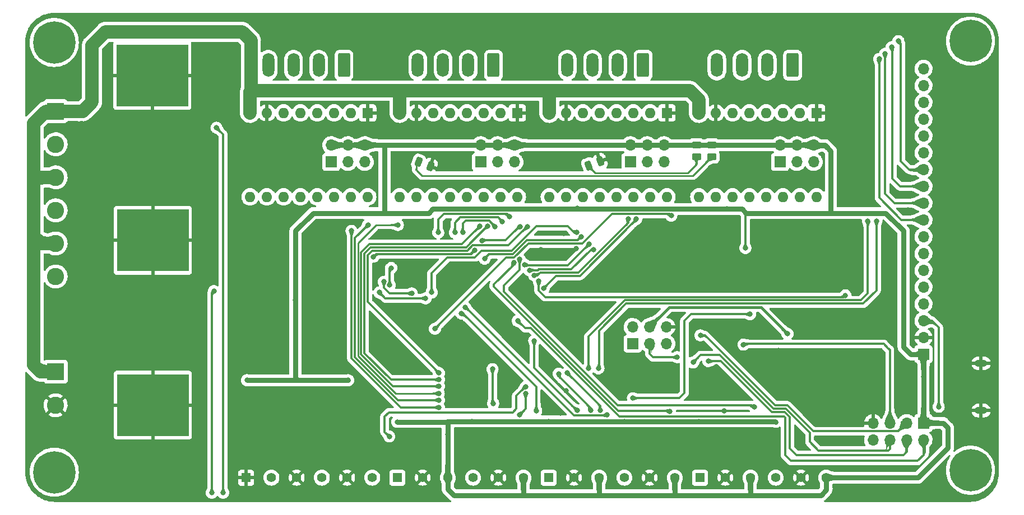
<source format=gbr>
%TF.GenerationSoftware,KiCad,Pcbnew,(6.0.5)*%
%TF.CreationDate,2022-12-16T11:23:46+03:00*%
%TF.ProjectId,3dprinter,33647072-696e-4746-9572-2e6b69636164,rev?*%
%TF.SameCoordinates,Original*%
%TF.FileFunction,Copper,L2,Bot*%
%TF.FilePolarity,Positive*%
%FSLAX46Y46*%
G04 Gerber Fmt 4.6, Leading zero omitted, Abs format (unit mm)*
G04 Created by KiCad (PCBNEW (6.0.5)) date 2022-12-16 11:23:46*
%MOMM*%
%LPD*%
G01*
G04 APERTURE LIST*
G04 Aperture macros list*
%AMRoundRect*
0 Rectangle with rounded corners*
0 $1 Rounding radius*
0 $2 $3 $4 $5 $6 $7 $8 $9 X,Y pos of 4 corners*
0 Add a 4 corners polygon primitive as box body*
4,1,4,$2,$3,$4,$5,$6,$7,$8,$9,$2,$3,0*
0 Add four circle primitives for the rounded corners*
1,1,$1+$1,$2,$3*
1,1,$1+$1,$4,$5*
1,1,$1+$1,$6,$7*
1,1,$1+$1,$8,$9*
0 Add four rect primitives between the rounded corners*
20,1,$1+$1,$2,$3,$4,$5,0*
20,1,$1+$1,$4,$5,$6,$7,0*
20,1,$1+$1,$6,$7,$8,$9,0*
20,1,$1+$1,$8,$9,$2,$3,0*%
G04 Aperture macros list end*
%TA.AperFunction,SMDPad,CuDef*%
%ADD10R,10.800000X9.385750*%
%TD*%
%TA.AperFunction,SMDPad,CuDef*%
%ADD11R,10.800000X9.400000*%
%TD*%
%TA.AperFunction,ComponentPad*%
%ADD12R,1.600000X1.600000*%
%TD*%
%TA.AperFunction,ComponentPad*%
%ADD13O,1.600000X1.600000*%
%TD*%
%TA.AperFunction,ComponentPad*%
%ADD14R,1.700000X1.700000*%
%TD*%
%TA.AperFunction,ComponentPad*%
%ADD15O,1.700000X1.700000*%
%TD*%
%TA.AperFunction,ComponentPad*%
%ADD16C,0.800000*%
%TD*%
%TA.AperFunction,ComponentPad*%
%ADD17C,6.400000*%
%TD*%
%TA.AperFunction,ComponentPad*%
%ADD18RoundRect,0.250000X0.650000X1.550000X-0.650000X1.550000X-0.650000X-1.550000X0.650000X-1.550000X0*%
%TD*%
%TA.AperFunction,ComponentPad*%
%ADD19O,1.800000X3.600000*%
%TD*%
%TA.AperFunction,ComponentPad*%
%ADD20O,1.900000X1.050000*%
%TD*%
%TA.AperFunction,ComponentPad*%
%ADD21R,1.400000X1.400000*%
%TD*%
%TA.AperFunction,ComponentPad*%
%ADD22C,1.400000*%
%TD*%
%TA.AperFunction,ComponentPad*%
%ADD23R,2.600000X2.600000*%
%TD*%
%TA.AperFunction,ComponentPad*%
%ADD24C,2.600000*%
%TD*%
%TA.AperFunction,SMDPad,CuDef*%
%ADD25RoundRect,0.243750X0.385097X0.345367X-0.073003X0.512102X-0.385097X-0.345367X0.073003X-0.512102X0*%
%TD*%
%TA.AperFunction,SMDPad,CuDef*%
%ADD26RoundRect,0.250000X0.450000X-0.262500X0.450000X0.262500X-0.450000X0.262500X-0.450000X-0.262500X0*%
%TD*%
%TA.AperFunction,SMDPad,CuDef*%
%ADD27RoundRect,0.243750X0.073003X0.512102X-0.385097X0.345367X-0.073003X-0.512102X0.385097X-0.345367X0*%
%TD*%
%TA.AperFunction,ViaPad*%
%ADD28C,0.800000*%
%TD*%
%TA.AperFunction,Conductor*%
%ADD29C,0.300000*%
%TD*%
%TA.AperFunction,Conductor*%
%ADD30C,0.800000*%
%TD*%
%TA.AperFunction,Conductor*%
%ADD31C,0.400000*%
%TD*%
%TA.AperFunction,Conductor*%
%ADD32C,2.000000*%
%TD*%
%TA.AperFunction,Conductor*%
%ADD33C,1.000000*%
%TD*%
%TA.AperFunction,Conductor*%
%ADD34C,0.250000*%
%TD*%
G04 APERTURE END LIST*
D10*
%TO.P,Q1,2,S*%
%TO.N,GNDREF*%
X121975000Y-106857125D03*
%TD*%
D11*
%TO.P,Q2,2,S*%
%TO.N,GNDREF*%
X121975000Y-81925000D03*
%TD*%
D12*
%TO.P,A4,1,GND*%
%TO.N,GNDREF*%
X222250000Y-62660000D03*
D13*
%TO.P,A4,2,VDD*%
%TO.N,+5V*%
X219710000Y-62660000D03*
%TO.P,A4,3,1B*%
%TO.N,Net-(A4-Pad3)*%
X217170000Y-62660000D03*
%TO.P,A4,4,1A*%
%TO.N,Net-(A4-Pad4)*%
X214630000Y-62660000D03*
%TO.P,A4,5,2A*%
%TO.N,Net-(A4-Pad5)*%
X212090000Y-62660000D03*
%TO.P,A4,6,2B*%
%TO.N,Net-(A4-Pad6)*%
X209550000Y-62660000D03*
%TO.P,A4,7,GND*%
%TO.N,GNDREF*%
X207010000Y-62660000D03*
%TO.P,A4,8,VMOT*%
%TO.N,+12V*%
X204470000Y-62660000D03*
%TO.P,A4,9,~{ENABLE}*%
%TO.N,E_EN*%
X204470000Y-75360000D03*
%TO.P,A4,10,MS1*%
%TO.N,EMS1*%
X207010000Y-75360000D03*
%TO.P,A4,11,MS2*%
%TO.N,EMS2*%
X209550000Y-75360000D03*
%TO.P,A4,12,MS3*%
%TO.N,EMS3*%
X212090000Y-75360000D03*
%TO.P,A4,13,~{RESET}*%
%TO.N,Net-(A4-Pad13)*%
X214630000Y-75360000D03*
%TO.P,A4,14,~{SLEEP}*%
X217170000Y-75360000D03*
%TO.P,A4,15,STEP*%
%TO.N,E_STEP*%
X219710000Y-75360000D03*
%TO.P,A4,16,DIR*%
%TO.N,E_DIR*%
X222250000Y-75360000D03*
%TD*%
D14*
%TO.P,J12,1,Pin_1*%
%TO.N,YMS1*%
X171535000Y-70075000D03*
D15*
%TO.P,J12,2,Pin_2*%
%TO.N,+5V*%
X171535000Y-67535000D03*
%TO.P,J12,3,Pin_3*%
%TO.N,YMS2*%
X174075000Y-70075000D03*
%TO.P,J12,4,Pin_4*%
%TO.N,+5V*%
X174075000Y-67535000D03*
%TO.P,J12,5,Pin_5*%
%TO.N,YMS3*%
X176615000Y-70075000D03*
%TO.P,J12,6,Pin_6*%
%TO.N,+5V*%
X176615000Y-67535000D03*
%TD*%
D16*
%TO.P,H1,1*%
%TO.N,N/C*%
X105402944Y-53697056D03*
X108797056Y-53697056D03*
X108797056Y-50302944D03*
X107100000Y-49600000D03*
X109500000Y-52000000D03*
X105402944Y-50302944D03*
X107100000Y-54400000D03*
X104700000Y-52000000D03*
D17*
X107100000Y-52000000D03*
%TD*%
D18*
%TO.P,J9,1,Pin_1*%
%TO.N,Net-(A1-Pad3)*%
X150860000Y-55432500D03*
D19*
%TO.P,J9,2,Pin_2*%
%TO.N,Net-(A1-Pad4)*%
X147050000Y-55432500D03*
%TO.P,J9,3,Pin_3*%
%TO.N,Net-(A1-Pad5)*%
X143240000Y-55432500D03*
%TO.P,J9,4,Pin_4*%
%TO.N,Net-(A1-Pad6)*%
X139430000Y-55432500D03*
%TD*%
D16*
%TO.P,H2,1*%
%TO.N,N/C*%
X243802944Y-50102944D03*
X243100000Y-51800000D03*
D17*
X245500000Y-51800000D03*
D16*
X247900000Y-51800000D03*
X243802944Y-53497056D03*
X245500000Y-54200000D03*
X247197056Y-50102944D03*
X245500000Y-49400000D03*
X247197056Y-53497056D03*
%TD*%
D20*
%TO.P,J2,6,Shield*%
%TO.N,GNDREF*%
X247100000Y-100525000D03*
X247100000Y-107675000D03*
%TD*%
D14*
%TO.P,J14,1,Pin_1*%
%TO.N,ZMS1*%
X194135000Y-70075000D03*
D15*
%TO.P,J14,2,Pin_2*%
%TO.N,+5V*%
X194135000Y-67535000D03*
%TO.P,J14,3,Pin_3*%
%TO.N,ZMS2*%
X196675000Y-70075000D03*
%TO.P,J14,4,Pin_4*%
%TO.N,+5V*%
X196675000Y-67535000D03*
%TO.P,J14,5,Pin_5*%
%TO.N,ZMS3*%
X199215000Y-70075000D03*
%TO.P,J14,6,Pin_6*%
%TO.N,+5V*%
X199215000Y-67535000D03*
%TD*%
D14*
%TO.P,J1,1,Pin_1*%
%TO.N,MISO*%
X194475000Y-97575000D03*
D15*
%TO.P,J1,2,Pin_2*%
%TO.N,RES*%
X194475000Y-95035000D03*
%TO.P,J1,3,Pin_3*%
%TO.N,MOSI*%
X197015000Y-97575000D03*
%TO.P,J1,4,Pin_4*%
%TO.N,+5V*%
X197015000Y-95035000D03*
%TO.P,J1,5,Pin_5*%
%TO.N,SCK*%
X199555000Y-97575000D03*
%TO.P,J1,6,Pin_6*%
%TO.N,GNDREF*%
X199555000Y-95035000D03*
%TD*%
D12*
%TO.P,A3,1,GND*%
%TO.N,GNDREF*%
X199650000Y-62660000D03*
D13*
%TO.P,A3,2,VDD*%
%TO.N,+5V*%
X197110000Y-62660000D03*
%TO.P,A3,3,1B*%
%TO.N,Net-(A3-Pad3)*%
X194570000Y-62660000D03*
%TO.P,A3,4,1A*%
%TO.N,Net-(A3-Pad4)*%
X192030000Y-62660000D03*
%TO.P,A3,5,2A*%
%TO.N,Net-(A3-Pad5)*%
X189490000Y-62660000D03*
%TO.P,A3,6,2B*%
%TO.N,Net-(A3-Pad6)*%
X186950000Y-62660000D03*
%TO.P,A3,7,GND*%
%TO.N,GNDREF*%
X184410000Y-62660000D03*
%TO.P,A3,8,VMOT*%
%TO.N,+12V*%
X181870000Y-62660000D03*
%TO.P,A3,9,~{ENABLE}*%
%TO.N,Z_EN*%
X181870000Y-75360000D03*
%TO.P,A3,10,MS1*%
%TO.N,ZMS1*%
X184410000Y-75360000D03*
%TO.P,A3,11,MS2*%
%TO.N,ZMS2*%
X186950000Y-75360000D03*
%TO.P,A3,12,MS3*%
%TO.N,ZMS3*%
X189490000Y-75360000D03*
%TO.P,A3,13,~{RESET}*%
%TO.N,Net-(A3-Pad13)*%
X192030000Y-75360000D03*
%TO.P,A3,14,~{SLEEP}*%
X194570000Y-75360000D03*
%TO.P,A3,15,STEP*%
%TO.N,Z_STEP*%
X197110000Y-75360000D03*
%TO.P,A3,16,DIR*%
%TO.N,Z_DIR*%
X199650000Y-75360000D03*
%TD*%
D14*
%TO.P,J17,1,Pin_1*%
%TO.N,+5V*%
X238400000Y-109557500D03*
D15*
%TO.P,J17,2,Pin_2*%
%TO.N,D49*%
X238400000Y-112097500D03*
%TO.P,J17,3,Pin_3*%
%TO.N,MISO*%
X235860000Y-109557500D03*
%TO.P,J17,4,Pin_4*%
%TO.N,MOSI*%
X235860000Y-112097500D03*
%TO.P,J17,5,Pin_5*%
%TO.N,SCK*%
X233320000Y-109557500D03*
%TO.P,J17,6,Pin_6*%
%TO.N,D53*%
X233320000Y-112097500D03*
%TO.P,J17,7,Pin_7*%
%TO.N,GNDREF*%
X230780000Y-109557500D03*
%TO.P,J17,8,Pin_8*%
%TO.N,unconnected-(J17-Pad8)*%
X230780000Y-112097500D03*
%TD*%
D21*
%TO.P,J4,1,Pin_1*%
%TO.N,X_MIN*%
X158930000Y-117832500D03*
D22*
%TO.P,J4,2,Pin_2*%
%TO.N,GNDREF*%
X162740000Y-117832500D03*
%TO.P,J4,3,Pin_3*%
%TO.N,+5V*%
X166550000Y-117832500D03*
%TO.P,J4,4,Pin_4*%
%TO.N,X_MAX*%
X170360000Y-117832500D03*
%TO.P,J4,5,Pin_5*%
%TO.N,GNDREF*%
X174170000Y-117832500D03*
%TO.P,J4,6,Pin_6*%
%TO.N,+5V*%
X177980000Y-117832500D03*
%TD*%
D23*
%TO.P,J3,1,Pin_1*%
%TO.N,+12V*%
X107300000Y-101800000D03*
D24*
%TO.P,J3,2,Pin_2*%
%TO.N,GNDREF*%
X107300000Y-106880000D03*
%TD*%
D18*
%TO.P,J15,1,Pin_1*%
%TO.N,Net-(A4-Pad3)*%
X218620000Y-55432500D03*
D19*
%TO.P,J15,2,Pin_2*%
%TO.N,Net-(A4-Pad4)*%
X214810000Y-55432500D03*
%TO.P,J15,3,Pin_3*%
%TO.N,Net-(A4-Pad5)*%
X211000000Y-55432500D03*
%TO.P,J15,4,Pin_4*%
%TO.N,Net-(A4-Pad6)*%
X207190000Y-55432500D03*
%TD*%
D14*
%TO.P,J16,1,Pin_1*%
%TO.N,EMS1*%
X216735000Y-70075000D03*
D15*
%TO.P,J16,2,Pin_2*%
%TO.N,+5V*%
X216735000Y-67535000D03*
%TO.P,J16,3,Pin_3*%
%TO.N,EMS2*%
X219275000Y-70075000D03*
%TO.P,J16,4,Pin_4*%
%TO.N,+5V*%
X219275000Y-67535000D03*
%TO.P,J16,5,Pin_5*%
%TO.N,EMS3*%
X221815000Y-70075000D03*
%TO.P,J16,6,Pin_6*%
%TO.N,+5V*%
X221815000Y-67535000D03*
%TD*%
D23*
%TO.P,J8,1,Pin_1*%
%TO.N,+12V*%
X107300000Y-62400000D03*
D24*
%TO.P,J8,2,Pin_2*%
%TO.N,Net-(D8-Pad1)*%
X107300000Y-67400000D03*
%TO.P,J8,3,Pin_3*%
%TO.N,+12V*%
X107300000Y-72400000D03*
%TO.P,J8,4,Pin_4*%
%TO.N,Net-(D7-Pad1)*%
X107300000Y-77400000D03*
%TO.P,J8,5,Pin_5*%
%TO.N,+12V*%
X107300000Y-82400000D03*
%TO.P,J8,6,Pin_6*%
%TO.N,Net-(D6-Pad1)*%
X107300000Y-87400000D03*
%TD*%
D11*
%TO.P,Q3,2,S*%
%TO.N,GNDREF*%
X121900000Y-57000000D03*
%TD*%
D21*
%TO.P,J5,1,Pin_1*%
%TO.N,GNDREF*%
X136075000Y-117832500D03*
D22*
%TO.P,J5,2,Pin_2*%
%TO.N,THERM2*%
X139885000Y-117832500D03*
%TO.P,J5,3,Pin_3*%
%TO.N,GNDREF*%
X143695000Y-117832500D03*
%TO.P,J5,4,Pin_4*%
%TO.N,THERM1*%
X147505000Y-117832500D03*
%TO.P,J5,5,Pin_5*%
%TO.N,GNDREF*%
X151315000Y-117832500D03*
%TO.P,J5,6,Pin_6*%
%TO.N,THERM0*%
X155125000Y-117832500D03*
%TD*%
D14*
%TO.P,J18,1,Pin_1*%
%TO.N,+5V*%
X238400000Y-99157500D03*
D15*
%TO.P,J18,2,Pin_2*%
%TO.N,GNDREF*%
X238400000Y-96617500D03*
%TO.P,J18,3,Pin_3*%
%TO.N,D32*%
X238400000Y-94077500D03*
%TO.P,J18,4,Pin_4*%
%TO.N,D47*%
X238400000Y-91537500D03*
%TO.P,J18,5,Pin_5*%
%TO.N,D45*%
X238400000Y-88997500D03*
%TO.P,J18,6,Pin_6*%
%TO.N,D43*%
X238400000Y-86457500D03*
%TO.P,J18,7,Pin_7*%
%TO.N,D41*%
X238400000Y-83917500D03*
%TO.P,J18,8,Pin_8*%
%TO.N,D39*%
X238400000Y-81377500D03*
%TO.P,J18,9,Pin_9*%
%TO.N,D37*%
X238400000Y-78837500D03*
%TO.P,J18,10,Pin_10*%
%TO.N,D35*%
X238400000Y-76297500D03*
%TO.P,J18,11,Pin_11*%
%TO.N,D33*%
X238400000Y-73757500D03*
%TO.P,J18,12,Pin_12*%
%TO.N,D31*%
X238400000Y-71217500D03*
%TO.P,J18,13,Pin_13*%
%TO.N,D29*%
X238400000Y-68677500D03*
%TO.P,J18,14,Pin_14*%
%TO.N,D27*%
X238400000Y-66137500D03*
%TO.P,J18,15,Pin_15*%
%TO.N,D25*%
X238400000Y-63597500D03*
%TO.P,J18,16,Pin_16*%
%TO.N,D23*%
X238400000Y-61057500D03*
%TO.P,J18,17,Pin_17*%
%TO.N,D17*%
X238400000Y-58517500D03*
%TO.P,J18,18,Pin_18*%
%TO.N,D16*%
X238400000Y-55977500D03*
%TD*%
D14*
%TO.P,J10,1,Pin_1*%
%TO.N,XMS1*%
X148935000Y-70075000D03*
D15*
%TO.P,J10,2,Pin_2*%
%TO.N,+5V*%
X148935000Y-67535000D03*
%TO.P,J10,3,Pin_3*%
%TO.N,XMS2*%
X151475000Y-70075000D03*
%TO.P,J10,4,Pin_4*%
%TO.N,+5V*%
X151475000Y-67535000D03*
%TO.P,J10,5,Pin_5*%
%TO.N,XMS3*%
X154015000Y-70075000D03*
%TO.P,J10,6,Pin_6*%
%TO.N,+5V*%
X154015000Y-67535000D03*
%TD*%
D17*
%TO.P,H4,1*%
%TO.N,N/C*%
X245500000Y-116700000D03*
D16*
X247197056Y-118397056D03*
X247197056Y-115002944D03*
X245500000Y-114300000D03*
X243802944Y-115002944D03*
X243802944Y-118397056D03*
X245500000Y-119100000D03*
X247900000Y-116700000D03*
X243100000Y-116700000D03*
%TD*%
D21*
%TO.P,J7,1,Pin_1*%
%TO.N,Z_MIN*%
X204650000Y-117832500D03*
D22*
%TO.P,J7,2,Pin_2*%
%TO.N,GNDREF*%
X208460000Y-117832500D03*
%TO.P,J7,3,Pin_3*%
%TO.N,+5V*%
X212270000Y-117832500D03*
%TO.P,J7,4,Pin_4*%
%TO.N,Z_MAX*%
X216080000Y-117832500D03*
%TO.P,J7,5,Pin_5*%
%TO.N,GNDREF*%
X219890000Y-117832500D03*
%TO.P,J7,6,Pin_6*%
%TO.N,+5V*%
X223700000Y-117832500D03*
%TD*%
D18*
%TO.P,J11,1,Pin_1*%
%TO.N,Net-(A2-Pad3)*%
X173446666Y-55432500D03*
D19*
%TO.P,J11,2,Pin_2*%
%TO.N,Net-(A2-Pad4)*%
X169636666Y-55432500D03*
%TO.P,J11,3,Pin_3*%
%TO.N,Net-(A2-Pad5)*%
X165826666Y-55432500D03*
%TO.P,J11,4,Pin_4*%
%TO.N,Net-(A2-Pad6)*%
X162016666Y-55432500D03*
%TD*%
D21*
%TO.P,J6,1,Pin_1*%
%TO.N,Y_MIN*%
X181790000Y-117832500D03*
D22*
%TO.P,J6,2,Pin_2*%
%TO.N,GNDREF*%
X185600000Y-117832500D03*
%TO.P,J6,3,Pin_3*%
%TO.N,+5V*%
X189410000Y-117832500D03*
%TO.P,J6,4,Pin_4*%
%TO.N,Y_MAX*%
X193220000Y-117832500D03*
%TO.P,J6,5,Pin_5*%
%TO.N,GNDREF*%
X197030000Y-117832500D03*
%TO.P,J6,6,Pin_6*%
%TO.N,+5V*%
X200840000Y-117832500D03*
%TD*%
D16*
%TO.P,H3,1*%
%TO.N,N/C*%
X105402944Y-115302944D03*
X107100000Y-114600000D03*
X107100000Y-119400000D03*
X108797056Y-115302944D03*
X108797056Y-118697056D03*
X104700000Y-117000000D03*
D17*
X107100000Y-117000000D03*
D16*
X105402944Y-118697056D03*
X109500000Y-117000000D03*
%TD*%
D12*
%TO.P,A1,1,GND*%
%TO.N,GNDREF*%
X154450000Y-62660000D03*
D13*
%TO.P,A1,2,VDD*%
%TO.N,+5V*%
X151910000Y-62660000D03*
%TO.P,A1,3,1B*%
%TO.N,Net-(A1-Pad3)*%
X149370000Y-62660000D03*
%TO.P,A1,4,1A*%
%TO.N,Net-(A1-Pad4)*%
X146830000Y-62660000D03*
%TO.P,A1,5,2A*%
%TO.N,Net-(A1-Pad5)*%
X144290000Y-62660000D03*
%TO.P,A1,6,2B*%
%TO.N,Net-(A1-Pad6)*%
X141750000Y-62660000D03*
%TO.P,A1,7,GND*%
%TO.N,GNDREF*%
X139210000Y-62660000D03*
%TO.P,A1,8,VMOT*%
%TO.N,+12V*%
X136670000Y-62660000D03*
%TO.P,A1,9,~{ENABLE}*%
%TO.N,X_EN*%
X136670000Y-75360000D03*
%TO.P,A1,10,MS1*%
%TO.N,XMS1*%
X139210000Y-75360000D03*
%TO.P,A1,11,MS2*%
%TO.N,XMS2*%
X141750000Y-75360000D03*
%TO.P,A1,12,MS3*%
%TO.N,XMS3*%
X144290000Y-75360000D03*
%TO.P,A1,13,~{RESET}*%
%TO.N,Net-(A1-Pad13)*%
X146830000Y-75360000D03*
%TO.P,A1,14,~{SLEEP}*%
X149370000Y-75360000D03*
%TO.P,A1,15,STEP*%
%TO.N,X_STEP*%
X151910000Y-75360000D03*
%TO.P,A1,16,DIR*%
%TO.N,X_DIR*%
X154450000Y-75360000D03*
%TD*%
D12*
%TO.P,A2,1,GND*%
%TO.N,GNDREF*%
X177050000Y-62660000D03*
D13*
%TO.P,A2,2,VDD*%
%TO.N,+5V*%
X174510000Y-62660000D03*
%TO.P,A2,3,1B*%
%TO.N,Net-(A2-Pad3)*%
X171970000Y-62660000D03*
%TO.P,A2,4,1A*%
%TO.N,Net-(A2-Pad4)*%
X169430000Y-62660000D03*
%TO.P,A2,5,2A*%
%TO.N,Net-(A2-Pad5)*%
X166890000Y-62660000D03*
%TO.P,A2,6,2B*%
%TO.N,Net-(A2-Pad6)*%
X164350000Y-62660000D03*
%TO.P,A2,7,GND*%
%TO.N,GNDREF*%
X161810000Y-62660000D03*
%TO.P,A2,8,VMOT*%
%TO.N,+12V*%
X159270000Y-62660000D03*
%TO.P,A2,9,~{ENABLE}*%
%TO.N,Y_EN*%
X159270000Y-75360000D03*
%TO.P,A2,10,MS1*%
%TO.N,YMS1*%
X161810000Y-75360000D03*
%TO.P,A2,11,MS2*%
%TO.N,YMS2*%
X164350000Y-75360000D03*
%TO.P,A2,12,MS3*%
%TO.N,YMS3*%
X166890000Y-75360000D03*
%TO.P,A2,13,~{RESET}*%
%TO.N,Net-(A2-Pad13)*%
X169430000Y-75360000D03*
%TO.P,A2,14,~{SLEEP}*%
X171970000Y-75360000D03*
%TO.P,A2,15,STEP*%
%TO.N,Y_STEP*%
X174510000Y-75360000D03*
%TO.P,A2,16,DIR*%
%TO.N,Y_DIR*%
X177050000Y-75360000D03*
%TD*%
D18*
%TO.P,J13,1,Pin_1*%
%TO.N,Net-(A3-Pad3)*%
X196033332Y-55432500D03*
D19*
%TO.P,J13,2,Pin_2*%
%TO.N,Net-(A3-Pad4)*%
X192223332Y-55432500D03*
%TO.P,J13,3,Pin_3*%
%TO.N,Net-(A3-Pad5)*%
X188413332Y-55432500D03*
%TO.P,J13,4,Pin_4*%
%TO.N,Net-(A3-Pad6)*%
X184603332Y-55432500D03*
%TD*%
D25*
%TO.P,D5,1,K*%
%TO.N,GNDREF*%
X163880962Y-70720644D03*
%TO.P,D5,2,A*%
%TO.N,Net-(D5-Pad2)*%
X162119038Y-70079356D03*
%TD*%
D26*
%TO.P,R6,1*%
%TO.N,Net-(D4-Pad2)*%
X204100000Y-69312500D03*
%TO.P,R6,2*%
%TO.N,+5V*%
X204100000Y-67487500D03*
%TD*%
%TO.P,R7,1*%
%TO.N,Net-(D5-Pad2)*%
X206400000Y-69312500D03*
%TO.P,R7,2*%
%TO.N,+5V*%
X206400000Y-67487500D03*
%TD*%
D27*
%TO.P,D4,1,K*%
%TO.N,GNDREF*%
X189580962Y-69979356D03*
%TO.P,D4,2,A*%
%TO.N,Net-(D4-Pad2)*%
X187819038Y-70620644D03*
%TD*%
D28*
%TO.N,GNDREF*%
X217800000Y-83400000D03*
X226800000Y-55800000D03*
X155100000Y-73100000D03*
X153100000Y-79200000D03*
X166400000Y-81200000D03*
X166800000Y-85800000D03*
X153400000Y-104500000D03*
X126700000Y-79500000D03*
X123900000Y-102993736D03*
X126700000Y-83400000D03*
X121300000Y-106900000D03*
X139800000Y-82600000D03*
X120200000Y-82100000D03*
X118900000Y-84700000D03*
X120200000Y-78200000D03*
X247300000Y-86900000D03*
X233200000Y-85800000D03*
X123900000Y-110793736D03*
X126700000Y-82100000D03*
X125100000Y-60800000D03*
X121200000Y-55600000D03*
X122500000Y-60793736D03*
X125200000Y-104300000D03*
X122600000Y-104293736D03*
X123900000Y-105593736D03*
X118900000Y-86000000D03*
X128600000Y-89400000D03*
X236100000Y-67400000D03*
X121500000Y-82100000D03*
X118600000Y-59500000D03*
X248000000Y-94200000D03*
X245400000Y-86900000D03*
X121300000Y-110800000D03*
X122600000Y-108193736D03*
X246800000Y-93100000D03*
X120000000Y-104300000D03*
X117300000Y-58200000D03*
X120200000Y-84700000D03*
X160100000Y-73300000D03*
X244300000Y-91600000D03*
X125200000Y-109500000D03*
X137200000Y-83900000D03*
X122600000Y-109493736D03*
X125200000Y-110800000D03*
X126400000Y-55600000D03*
X118700000Y-104300000D03*
X184400000Y-104700000D03*
X126400000Y-56900000D03*
X122800000Y-82093736D03*
X138500000Y-82600000D03*
X120000000Y-110800000D03*
X118900000Y-78200000D03*
X117400000Y-110800000D03*
X122800000Y-85993736D03*
X138500000Y-86500000D03*
X139800000Y-86500000D03*
X119900000Y-58200000D03*
X117400000Y-106900000D03*
X119900000Y-53000000D03*
X135900000Y-86500000D03*
X117600000Y-78200000D03*
X125200000Y-106900000D03*
X123800000Y-52993736D03*
X198600000Y-85900000D03*
X125100000Y-53000000D03*
X246200000Y-91600000D03*
X123800000Y-60793736D03*
X122600000Y-105593736D03*
X120200000Y-79500000D03*
X125100000Y-59500000D03*
X126700000Y-86000000D03*
X244800000Y-96600000D03*
X171800000Y-106900000D03*
X125100000Y-55600000D03*
X160500000Y-94300000D03*
X117300000Y-54300000D03*
X125400000Y-83400000D03*
X120000000Y-108200000D03*
X246700000Y-96500000D03*
X139800000Y-85200000D03*
X138500000Y-85200000D03*
X125400000Y-82100000D03*
X122800000Y-84693736D03*
X119900000Y-59500000D03*
X118600000Y-60800000D03*
X156500000Y-91700000D03*
X243700000Y-90700000D03*
X124100000Y-78193736D03*
X126500000Y-105600000D03*
X122600000Y-110793736D03*
X117400000Y-108200000D03*
X125400000Y-84700000D03*
X126700000Y-80800000D03*
X191300000Y-96200000D03*
X118600000Y-54300000D03*
X209500000Y-78500000D03*
X117600000Y-86000000D03*
X124100000Y-79493736D03*
X192300000Y-104200000D03*
X117300000Y-60800000D03*
X123800000Y-54293736D03*
X126700000Y-84700000D03*
X122600000Y-102993736D03*
X124100000Y-84693736D03*
X123900000Y-106893736D03*
X243900000Y-87700000D03*
X185900000Y-83200000D03*
X121200000Y-53000000D03*
X119900000Y-56900000D03*
X125400000Y-78200000D03*
X244100000Y-88600000D03*
X180600000Y-83300000D03*
X244800000Y-89300000D03*
X125100000Y-56900000D03*
X120200000Y-86000000D03*
X122800000Y-80793736D03*
X117600000Y-80800000D03*
X121200000Y-56900000D03*
X246400000Y-94500000D03*
X123800000Y-55593736D03*
X124100000Y-85993736D03*
X125100000Y-58200000D03*
X188700000Y-93200000D03*
X173800000Y-93900000D03*
X121300000Y-103000000D03*
X123900000Y-104293736D03*
X124100000Y-83393736D03*
X118900000Y-82100000D03*
X121200000Y-60800000D03*
X137200000Y-85200000D03*
X117300000Y-56900000D03*
X185500000Y-96600000D03*
X217600000Y-86500000D03*
X118700000Y-109500000D03*
X118700000Y-106900000D03*
X248100000Y-95200000D03*
X118700000Y-108200000D03*
X118700000Y-105600000D03*
X121500000Y-78200000D03*
X184100000Y-80900000D03*
X166970296Y-97615863D03*
X126400000Y-59500000D03*
X243900000Y-96400000D03*
X118900000Y-80800000D03*
X245700000Y-96600000D03*
X118600000Y-58200000D03*
X118600000Y-53000000D03*
X118900000Y-83400000D03*
X226200000Y-111900000D03*
X126400000Y-60800000D03*
X248200000Y-91600000D03*
X117400000Y-105600000D03*
X126400000Y-54300000D03*
X126500000Y-108200000D03*
X244500000Y-86900000D03*
X247900000Y-89200000D03*
X125200000Y-103000000D03*
X135900000Y-82600000D03*
X121500000Y-86000000D03*
X125400000Y-79500000D03*
X126500000Y-103000000D03*
X120000000Y-109500000D03*
X135900000Y-85200000D03*
X243200000Y-95700000D03*
X121300000Y-104300000D03*
X207100000Y-101000000D03*
X247600000Y-96000000D03*
X235500000Y-75000000D03*
X119900000Y-55600000D03*
X123900000Y-109493736D03*
X121500000Y-84700000D03*
X150600000Y-79400000D03*
X126500000Y-104300000D03*
X117600000Y-83400000D03*
X124100000Y-82093736D03*
X243800000Y-89800000D03*
X123800000Y-58193736D03*
X125200000Y-105600000D03*
X117400000Y-103000000D03*
X126500000Y-109500000D03*
X126400000Y-58200000D03*
X173900000Y-100000000D03*
X128500000Y-64400000D03*
X235100000Y-72300000D03*
X122800000Y-78193736D03*
X122500000Y-55593736D03*
X122800000Y-79493736D03*
X125200000Y-108200000D03*
X165500000Y-87800000D03*
X243000000Y-94600000D03*
X147400000Y-86700000D03*
X118700000Y-110800000D03*
X121500000Y-79500000D03*
X123800000Y-56893736D03*
X159200000Y-85200000D03*
X122500000Y-59493736D03*
X121200000Y-54300000D03*
X230200000Y-101500000D03*
X122000000Y-65700000D03*
X178400000Y-97600000D03*
X118600000Y-55600000D03*
X122500000Y-54293736D03*
X120200000Y-80800000D03*
X121500000Y-83400000D03*
X247200000Y-91600000D03*
X123900000Y-108193736D03*
X126500000Y-110800000D03*
X219300000Y-96400000D03*
X245200000Y-91600000D03*
X123800000Y-59493736D03*
X125400000Y-80800000D03*
X126700000Y-78200000D03*
X145600000Y-104600000D03*
X183600000Y-108100000D03*
X117400000Y-104300000D03*
X227000000Y-76100000D03*
X124100000Y-80793736D03*
X204600000Y-94800000D03*
X117400000Y-109500000D03*
X163600000Y-81400000D03*
X156600000Y-96700000D03*
X135900000Y-83900000D03*
X121500000Y-80800000D03*
X117600000Y-82100000D03*
X246800000Y-89200000D03*
X138500000Y-83900000D03*
X122500000Y-52993736D03*
X139800000Y-83900000D03*
X246100000Y-93700000D03*
X119900000Y-60800000D03*
X246300000Y-86900000D03*
X245800000Y-89300000D03*
X137200000Y-86500000D03*
X122500000Y-58193736D03*
X207300000Y-103700000D03*
X236700000Y-53300000D03*
X126500000Y-106900000D03*
X117300000Y-59500000D03*
X248200000Y-86900000D03*
X161200000Y-86500000D03*
X118600000Y-56900000D03*
X219500000Y-100500000D03*
X117600000Y-79500000D03*
X167600000Y-104300000D03*
X247600000Y-93400000D03*
X122600000Y-106893736D03*
X122800000Y-83393736D03*
X122100000Y-90700000D03*
X120000000Y-105600000D03*
X117300000Y-55600000D03*
X120200000Y-83400000D03*
X121200000Y-59500000D03*
X244300000Y-93200000D03*
X119900000Y-54300000D03*
X122500000Y-56893736D03*
X219600000Y-111200000D03*
X121200000Y-58200000D03*
X147300000Y-79700000D03*
X236100000Y-57200000D03*
X243600000Y-93800000D03*
X137200000Y-82600000D03*
X121300000Y-109500000D03*
X138100000Y-104600000D03*
X204100000Y-89400000D03*
X118900000Y-79500000D03*
X125400000Y-86000000D03*
X125100000Y-54300000D03*
X208300000Y-107700000D03*
X118700000Y-103000000D03*
X121300000Y-105600000D03*
X236100000Y-77300000D03*
X120000000Y-103000000D03*
X121300000Y-108200000D03*
X120000000Y-106900000D03*
X126400000Y-53000000D03*
X216500000Y-98600000D03*
X117600000Y-84700000D03*
X117300000Y-53000000D03*
X163600000Y-85600000D03*
%TO.N,+5V*%
X208700000Y-77200000D03*
X170200000Y-109300000D03*
X217852502Y-96067500D03*
X143500000Y-91000000D03*
X166550000Y-111250000D03*
X181800000Y-109300000D03*
X136200000Y-103087500D03*
X204500000Y-109300000D03*
X186100000Y-77100000D03*
X211500000Y-83087500D03*
X143800000Y-103000000D03*
X158900000Y-109387500D03*
X216100000Y-109387500D03*
X238400000Y-102600000D03*
X163700000Y-77800000D03*
X151500000Y-103087500D03*
X193200000Y-109300000D03*
%TO.N,X_EN*%
X170598430Y-83467953D03*
X155300000Y-84400000D03*
%TO.N,X_STEP*%
X152000000Y-80500000D03*
X165200000Y-107200000D03*
%TO.N,X_DIR*%
X154500000Y-79600000D03*
X165200000Y-106100000D03*
%TO.N,Y_EN*%
X159000000Y-79600000D03*
X165170023Y-105070023D03*
%TO.N,Y_STEP*%
X165200000Y-104000000D03*
X171400000Y-79800000D03*
%TO.N,Y_DIR*%
X165200000Y-103000497D03*
X172600000Y-79800000D03*
%TO.N,Z_EN*%
X165200000Y-102000994D03*
X178600000Y-79900000D03*
%TO.N,Z_STEP*%
X193800000Y-78699031D03*
X179599431Y-87199000D03*
%TO.N,Z_DIR*%
X195000000Y-78699020D03*
X181002443Y-89202444D03*
%TO.N,E_EN*%
X164600000Y-95300000D03*
X200300000Y-78199500D03*
%TO.N,X_MIN*%
X157700000Y-111600000D03*
X178300000Y-104100497D03*
%TO.N,X_MAX*%
X177400000Y-108300000D03*
X178300000Y-105100000D03*
%TO.N,Y_MIN*%
X168600000Y-93000000D03*
X179900000Y-107700000D03*
%TO.N,Y_MAX*%
X190600000Y-108300500D03*
X169150500Y-92065763D03*
%TO.N,D10*%
X179600000Y-97100000D03*
X186100000Y-107650500D03*
%TO.N,D9*%
X130900000Y-120100000D03*
X131200000Y-89600000D03*
X189600000Y-107650500D03*
X184600000Y-102000000D03*
%TO.N,D8*%
X131600000Y-64887500D03*
X188100000Y-107650500D03*
X132600000Y-120100000D03*
X183300000Y-102100000D03*
%TO.N,Z_MIN*%
X200100000Y-107800980D03*
X176500000Y-85300000D03*
%TO.N,Z_MAX*%
X177386405Y-84786405D03*
X212900000Y-107100000D03*
%TO.N,D17*%
X189300000Y-101300000D03*
X231300000Y-79000000D03*
%TO.N,D16*%
X187800000Y-101300000D03*
X230000000Y-79000000D03*
%TO.N,D53*%
X203600000Y-100400000D03*
%TO.N,SCK*%
X211200000Y-97700000D03*
%TO.N,MOSI*%
X201200000Y-99600000D03*
X205900000Y-100200000D03*
%TO.N,MISO*%
X204700000Y-96300000D03*
%TO.N,D49*%
X177100000Y-94100000D03*
%TO.N,D47*%
X226600000Y-90250020D03*
X180300000Y-88100000D03*
%TO.N,D45*%
X178885405Y-86449500D03*
X188600000Y-83300000D03*
%TO.N,D43*%
X178135905Y-85600000D03*
X187900000Y-82500000D03*
%TO.N,D41*%
X186706755Y-81406755D03*
X172100000Y-84700000D03*
%TO.N,D37*%
X231700000Y-54500000D03*
X171700000Y-81949500D03*
X177433191Y-79833191D03*
%TO.N,D35*%
X173634728Y-79835226D03*
X232600000Y-53700000D03*
X168800000Y-80751460D03*
%TO.N,D33*%
X233600000Y-52700000D03*
X174800000Y-79100000D03*
X167613875Y-80751460D03*
%TO.N,D32*%
X173300000Y-101400000D03*
X240700000Y-107100000D03*
X173400000Y-106600000D03*
%TO.N,D31*%
X175900000Y-78350500D03*
X234600000Y-51800000D03*
X165100000Y-80749020D03*
%TO.N,Net-(R33-Pad1)*%
X212200000Y-93100000D03*
X194500000Y-105800000D03*
%TO.N,D39*%
X164100000Y-89800000D03*
X186000000Y-80700000D03*
%TO.N,D29*%
X156200000Y-89800000D03*
X163200000Y-90700000D03*
%TO.N,D27*%
X156888865Y-88193454D03*
X161100000Y-89950500D03*
%TO.N,D23*%
X158000000Y-86100000D03*
X157750500Y-88700000D03*
%TD*%
D29*
%TO.N,D47*%
X180252932Y-88147068D02*
X180300000Y-88100000D01*
X181240029Y-90500000D02*
X180252932Y-89512903D01*
X226600000Y-90250020D02*
X226350020Y-90500000D01*
X180252932Y-89512903D02*
X180252932Y-88147068D01*
X226350020Y-90500000D02*
X181240029Y-90500000D01*
%TO.N,X_STEP*%
X152000000Y-80500000D02*
X152000000Y-99800000D01*
X152000000Y-99800000D02*
X159400000Y-107200000D01*
X159400000Y-107200000D02*
X165200000Y-107200000D01*
D30*
%TO.N,+5V*%
X143500000Y-102700000D02*
X143800000Y-103000000D01*
X177900000Y-120500000D02*
X167500000Y-120500000D01*
X224400000Y-77800000D02*
X232700000Y-77800000D01*
X177980000Y-120420000D02*
X177980000Y-117832500D01*
X143800000Y-103000000D02*
X143700000Y-103100000D01*
D31*
X197015000Y-95035000D02*
X200001440Y-92048560D01*
D30*
X166550000Y-119550000D02*
X166550000Y-117832500D01*
X156965000Y-67535000D02*
X176615000Y-67535000D01*
X201800000Y-77200000D02*
X211000000Y-77200000D01*
X200840000Y-120360000D02*
X200840000Y-117832500D01*
X223700000Y-117832500D02*
X237567500Y-117832500D01*
X156965000Y-77665000D02*
X157100000Y-77800000D01*
X189410000Y-120390000D02*
X189410000Y-117832500D01*
X157100000Y-77800000D02*
X163700000Y-77800000D01*
X167500000Y-120500000D02*
X166550000Y-119550000D01*
X179200000Y-77200000D02*
X201800000Y-77200000D01*
X143535000Y-90965000D02*
X143535000Y-80465000D01*
X166550000Y-117832500D02*
X166550000Y-109350000D01*
X235400000Y-80500000D02*
X235400000Y-98100000D01*
X179265000Y-67535000D02*
X202065000Y-67535000D01*
X166550000Y-109350000D02*
X166500000Y-109300000D01*
X136212500Y-103100000D02*
X136200000Y-103087500D01*
X238400000Y-102600000D02*
X238400000Y-99157500D01*
X223700000Y-117832500D02*
X223700000Y-119700000D01*
X211000000Y-77200000D02*
X211600000Y-77800000D01*
X221815000Y-67535000D02*
X223535000Y-67535000D01*
X176615000Y-67535000D02*
X179265000Y-67535000D01*
X212270000Y-120230000D02*
X212270000Y-117832500D01*
X189300000Y-120500000D02*
X189410000Y-120390000D01*
X189300000Y-120500000D02*
X177900000Y-120500000D01*
D29*
X211500000Y-83087500D02*
X211500000Y-77900000D01*
D30*
X238400000Y-109557500D02*
X238400000Y-102600000D01*
X151487500Y-103100000D02*
X151500000Y-103087500D01*
X146200000Y-77800000D02*
X156100000Y-77800000D01*
X211600000Y-77800000D02*
X224400000Y-77800000D01*
D31*
X213833562Y-92048560D02*
X217852502Y-96067500D01*
D30*
X154015000Y-67535000D02*
X148935000Y-67535000D01*
X156100000Y-77800000D02*
X157100000Y-77800000D01*
X156965000Y-67535000D02*
X156965000Y-77665000D01*
X224400000Y-68400000D02*
X224400000Y-77800000D01*
X200700000Y-120500000D02*
X200840000Y-120360000D01*
X143535000Y-80465000D02*
X146200000Y-77800000D01*
X223700000Y-119700000D02*
X222900000Y-120500000D01*
X202065000Y-67535000D02*
X221815000Y-67535000D01*
X166512500Y-109387500D02*
X158900000Y-109387500D01*
X216012500Y-109300000D02*
X216100000Y-109387500D01*
X222900000Y-120500000D02*
X212000000Y-120500000D01*
X179200000Y-77200000D02*
X164300000Y-77200000D01*
X143700000Y-103100000D02*
X136212500Y-103100000D01*
X143500000Y-91000000D02*
X143535000Y-90965000D01*
X166550000Y-109350000D02*
X166512500Y-109387500D01*
X241357500Y-109557500D02*
X238400000Y-109557500D01*
X223535000Y-67535000D02*
X224400000Y-68400000D01*
X200700000Y-120500000D02*
X189300000Y-120500000D01*
X143900000Y-103100000D02*
X151487500Y-103100000D01*
X177900000Y-120500000D02*
X177980000Y-120420000D01*
X238400000Y-99157500D02*
X236457500Y-99157500D01*
X143800000Y-103000000D02*
X143900000Y-103100000D01*
X235400000Y-98100000D02*
X236457500Y-99157500D01*
X232700000Y-77800000D02*
X235400000Y-80500000D01*
X143500000Y-91000000D02*
X143500000Y-102700000D01*
X242100000Y-110300000D02*
X241357500Y-109557500D01*
X237567500Y-117832500D02*
X242100000Y-113300000D01*
X212000000Y-120500000D02*
X200700000Y-120500000D01*
X164300000Y-77200000D02*
X163700000Y-77800000D01*
X212000000Y-120500000D02*
X212270000Y-120230000D01*
D31*
X200001440Y-92048560D02*
X213833562Y-92048560D01*
D29*
X211500000Y-77900000D02*
X211600000Y-77800000D01*
D30*
X154015000Y-67535000D02*
X156965000Y-67535000D01*
X166500000Y-109300000D02*
X216012500Y-109300000D01*
X242100000Y-113300000D02*
X242100000Y-110300000D01*
D32*
%TO.N,+12V*%
X104000000Y-72200000D02*
X104200000Y-72400000D01*
X181870000Y-62660000D02*
X181870000Y-59730000D01*
X112800000Y-61000000D02*
X112800000Y-52400000D01*
X104200000Y-72400000D02*
X107300000Y-72400000D01*
X136800000Y-51700000D02*
X136800000Y-59300000D01*
D33*
X159270000Y-59430000D02*
X159400000Y-59300000D01*
D32*
X203100000Y-59300000D02*
X204470000Y-60670000D01*
X136800000Y-59300000D02*
X136670000Y-59430000D01*
D33*
X181870000Y-59730000D02*
X182300000Y-59300000D01*
D32*
X135500000Y-50400000D02*
X136800000Y-51700000D01*
X104000000Y-100800000D02*
X104000000Y-81400000D01*
X104000000Y-72200000D02*
X104000000Y-64200000D01*
X107300000Y-62400000D02*
X111400000Y-62400000D01*
X104000000Y-64200000D02*
X105800000Y-62400000D01*
X112800000Y-52400000D02*
X114800000Y-50400000D01*
X204470000Y-60670000D02*
X204470000Y-62660000D01*
X111400000Y-62400000D02*
X112800000Y-61000000D01*
X159400000Y-59300000D02*
X182300000Y-59300000D01*
X104000000Y-81400000D02*
X105000000Y-82400000D01*
X114800000Y-50400000D02*
X135500000Y-50400000D01*
X105000000Y-101800000D02*
X104000000Y-100800000D01*
X136670000Y-59430000D02*
X136670000Y-62660000D01*
X182300000Y-59300000D02*
X203100000Y-59300000D01*
X105000000Y-82400000D02*
X107300000Y-82400000D01*
X105800000Y-62400000D02*
X107300000Y-62400000D01*
X104000000Y-81400000D02*
X104000000Y-72200000D01*
X159270000Y-62660000D02*
X159270000Y-59430000D01*
X136800000Y-59300000D02*
X159400000Y-59300000D01*
X107300000Y-101800000D02*
X105000000Y-101800000D01*
D29*
%TO.N,X_EN*%
X155700000Y-84000000D02*
X155300000Y-84400000D01*
X170598430Y-83467953D02*
X170066383Y-84000000D01*
X170066383Y-84000000D02*
X155700000Y-84000000D01*
%TO.N,X_DIR*%
X159006428Y-106100000D02*
X165200000Y-106100000D01*
X154500000Y-79600000D02*
X152499520Y-81600480D01*
X152499520Y-81600480D02*
X152499520Y-99593092D01*
X152499520Y-99593092D02*
X159006428Y-106100000D01*
D34*
%TO.N,Y_EN*%
X158677500Y-105100000D02*
X165140046Y-105100000D01*
X152974040Y-82325960D02*
X152974040Y-99396540D01*
X155700000Y-79600000D02*
X152974040Y-82325960D01*
X159000000Y-79600000D02*
X155700000Y-79600000D01*
X165140046Y-105100000D02*
X165170023Y-105070023D01*
X152974040Y-99396540D02*
X158677500Y-105100000D01*
D29*
%TO.N,Y_STEP*%
X154685704Y-82501441D02*
X153448561Y-83738584D01*
X168698559Y-82501441D02*
X154685704Y-82501441D01*
X158248572Y-104000000D02*
X165200000Y-104000000D01*
X153448561Y-99199989D02*
X158248572Y-104000000D01*
X171400000Y-79800000D02*
X168698559Y-82501441D01*
X153448561Y-83738584D02*
X153448561Y-99199989D01*
%TO.N,Y_DIR*%
X153948080Y-98993080D02*
X157955000Y-103000000D01*
X172600000Y-79800000D02*
X172500000Y-79800000D01*
X169299039Y-83000961D02*
X154892611Y-83000961D01*
X172500000Y-79800000D02*
X169299039Y-83000961D01*
X165199503Y-103000000D02*
X165200000Y-103000497D01*
X157955000Y-103000000D02*
X165199503Y-103000000D01*
X153948081Y-83945491D02*
X153948080Y-98993080D01*
X154892611Y-83000961D02*
X153948081Y-83945491D01*
%TO.N,Z_EN*%
X155099519Y-83500481D02*
X154447600Y-84152400D01*
X154447600Y-84152400D02*
X154447600Y-91248594D01*
X178600000Y-79900000D02*
X178500000Y-79900000D01*
X169505947Y-83500481D02*
X155099519Y-83500481D01*
X170306428Y-82700000D02*
X169505947Y-83500481D01*
X175700000Y-82700000D02*
X170306428Y-82700000D01*
X154447600Y-91248594D02*
X165200000Y-102000994D01*
X178500000Y-79900000D02*
X175700000Y-82700000D01*
%TO.N,Z_STEP*%
X180506427Y-86800000D02*
X186300000Y-86800000D01*
X186300000Y-86800000D02*
X193800000Y-79300000D01*
X180107427Y-87199000D02*
X180506427Y-86800000D01*
X179599431Y-87199000D02*
X180107427Y-87199000D01*
X193800000Y-79300000D02*
X193800000Y-78699031D01*
%TO.N,Z_DIR*%
X181002443Y-89202444D02*
X182905367Y-87299520D01*
X182905367Y-87299520D02*
X186506909Y-87299519D01*
X186506909Y-87299519D02*
X195000000Y-78806428D01*
X195000000Y-78806428D02*
X195000000Y-78699020D01*
%TO.N,E_EN*%
X178712856Y-82400000D02*
X176562367Y-84550489D01*
X200300000Y-78199500D02*
X200050020Y-77949520D01*
X186900000Y-82400000D02*
X178712856Y-82400000D01*
X200050020Y-77949520D02*
X191350480Y-77949520D01*
X175349511Y-84550489D02*
X164600000Y-95300000D01*
X176562367Y-84550489D02*
X175349511Y-84550489D01*
X191350480Y-77949520D02*
X186900000Y-82400000D01*
%TO.N,X_MIN*%
X176900000Y-105440030D02*
X176900000Y-107400000D01*
X157650489Y-107949511D02*
X157000000Y-108600000D01*
X176350489Y-107949511D02*
X157650489Y-107949511D01*
X178239533Y-104100497D02*
X176900000Y-105440030D01*
X176900000Y-107400000D02*
X176350489Y-107949511D01*
X157000000Y-108600000D02*
X157000000Y-110900000D01*
X178300000Y-104100497D02*
X178239533Y-104100497D01*
X157000000Y-110900000D02*
X157700000Y-111600000D01*
%TO.N,X_MAX*%
X177400000Y-108300000D02*
X178300000Y-107400000D01*
X178300000Y-107400000D02*
X178300000Y-105100000D01*
%TO.N,Y_MIN*%
X179900000Y-104100000D02*
X179900000Y-107700000D01*
X168800000Y-93000000D02*
X179900000Y-104100000D01*
X168600000Y-93000000D02*
X168800000Y-93000000D01*
%TO.N,Y_MAX*%
X185619260Y-108400000D02*
X169285023Y-92065763D01*
X190500500Y-108400000D02*
X185619260Y-108400000D01*
X169285023Y-92065763D02*
X169150500Y-92065763D01*
X190600000Y-108300500D02*
X190500500Y-108400000D01*
%TO.N,D10*%
X185700000Y-107300000D02*
X179600000Y-101200000D01*
X185749500Y-107300000D02*
X185700000Y-107300000D01*
X186100000Y-107650500D02*
X185749500Y-107300000D01*
X179600000Y-101200000D02*
X179600000Y-97100000D01*
%TO.N,D9*%
X131200000Y-89600000D02*
X130900000Y-89900000D01*
X189600000Y-107650500D02*
X189600000Y-107000000D01*
X189600000Y-107000000D02*
X184600000Y-102000000D01*
X130900000Y-89900000D02*
X130900000Y-120100000D01*
%TO.N,D8*%
X183300000Y-102500000D02*
X183300000Y-102100000D01*
X188100000Y-107300000D02*
X183300000Y-102500000D01*
X188100000Y-107650500D02*
X188100000Y-107300000D01*
X132600000Y-65887500D02*
X131600000Y-64887500D01*
X132600000Y-120100000D02*
X132600000Y-65887500D01*
%TO.N,Z_MIN*%
X173500000Y-88906428D02*
X173500000Y-88600000D01*
X173500000Y-88600000D02*
X176500000Y-85600000D01*
X199999020Y-107700000D02*
X192293572Y-107700000D01*
X200100000Y-107800980D02*
X199999020Y-107700000D01*
X192293572Y-107700000D02*
X173500000Y-88906428D01*
X176500000Y-85600000D02*
X176500000Y-85300000D01*
%TO.N,Z_MAX*%
X212600000Y-107100000D02*
X212900000Y-107100000D01*
X192200000Y-106900000D02*
X212400000Y-106900000D01*
X175000000Y-88800000D02*
X175000000Y-89700000D01*
X175000000Y-89700000D02*
X192200000Y-106900000D01*
X177386405Y-84786405D02*
X177386405Y-86413595D01*
X177386405Y-86413595D02*
X175000000Y-88800000D01*
X212400000Y-106900000D02*
X212600000Y-107100000D01*
%TO.N,D17*%
X193507388Y-91499040D02*
X189400000Y-95606428D01*
X231300000Y-89500000D02*
X229300480Y-91499520D01*
X229300480Y-91499520D02*
X228493093Y-91499520D01*
X189400000Y-95606428D02*
X189400000Y-101200000D01*
X231300000Y-79000000D02*
X231300000Y-89500000D01*
X228493093Y-91499520D02*
X228492613Y-91499040D01*
X228492613Y-91499040D02*
X193507388Y-91499040D01*
X189400000Y-101200000D02*
X189300000Y-101300000D01*
%TO.N,D16*%
X193300480Y-90999520D02*
X187800000Y-96500000D01*
X228699520Y-90999520D02*
X193300480Y-90999520D01*
X230000000Y-79000000D02*
X230000000Y-89959970D01*
X228700000Y-91000000D02*
X228699520Y-90999520D01*
X187800000Y-96500000D02*
X187800000Y-101300000D01*
X228959970Y-91000000D02*
X228700000Y-91000000D01*
X230000000Y-89959970D02*
X228959970Y-91000000D01*
%TO.N,D53*%
X207600001Y-99300000D02*
X215700481Y-107400480D01*
X217613335Y-107400480D02*
X221200000Y-110987145D01*
X222500000Y-113700000D02*
X233100000Y-113700000D01*
X233320000Y-113480000D02*
X233320000Y-112097500D01*
X233100000Y-113700000D02*
X233320000Y-113480000D01*
X204700000Y-99300000D02*
X207600001Y-99300000D01*
X203600000Y-100400000D02*
X204700000Y-99300000D01*
X221200000Y-110987145D02*
X221200000Y-112400000D01*
X215700481Y-107400480D02*
X217613335Y-107400480D01*
X221200000Y-112400000D02*
X222500000Y-113700000D01*
%TO.N,SCK*%
X232400000Y-97600000D02*
X233000000Y-98200000D01*
X233320000Y-109557500D02*
X233320000Y-98520000D01*
X233320000Y-98520000D02*
X233000000Y-98200000D01*
X211200000Y-97700000D02*
X211300000Y-97600000D01*
X211300000Y-97600000D02*
X232400000Y-97600000D01*
%TO.N,MOSI*%
X219200000Y-114400000D02*
X235400000Y-114400000D01*
X197500000Y-99600000D02*
X197015000Y-99115000D01*
X235860000Y-113940000D02*
X235860000Y-112097500D01*
X217406428Y-107900000D02*
X218200000Y-108693572D01*
X218200000Y-113400000D02*
X219200000Y-114400000D01*
X197015000Y-99115000D02*
X197015000Y-97575000D01*
X218200000Y-108693572D02*
X218200000Y-113400000D01*
X207793573Y-100200000D02*
X215493573Y-107900000D01*
X215493573Y-107900000D02*
X217406428Y-107900000D01*
X205900000Y-100200000D02*
X207793573Y-100200000D01*
X235400000Y-114400000D02*
X235860000Y-113940000D01*
X201200000Y-99600000D02*
X197500000Y-99600000D01*
%TO.N,MISO*%
X221719283Y-110800000D02*
X234617500Y-110800000D01*
X205400000Y-96300000D02*
X216000960Y-106900960D01*
X217820243Y-106900960D02*
X221719283Y-110800000D01*
X234617500Y-110800000D02*
X235860000Y-109557500D01*
X204700000Y-96300000D02*
X205400000Y-96300000D01*
X216000960Y-106900960D02*
X217820243Y-106900960D01*
%TO.N,D49*%
X218400000Y-115300000D02*
X237500000Y-115300000D01*
X192437624Y-108550480D02*
X217350480Y-108550480D01*
X177100000Y-94100000D02*
X178200000Y-95200000D01*
X179087144Y-95200000D02*
X192437624Y-108550480D01*
X217350480Y-108550480D02*
X217500000Y-108700000D01*
X217500000Y-114400000D02*
X218400000Y-115300000D01*
X238400000Y-114400000D02*
X238400000Y-112097500D01*
X178200000Y-95200000D02*
X179087144Y-95200000D01*
X237500000Y-115300000D02*
X238400000Y-114400000D01*
X217500000Y-108700000D02*
X217500000Y-114400000D01*
%TO.N,D45*%
X180300000Y-86300000D02*
X185200000Y-86300000D01*
X180150500Y-86449500D02*
X180300000Y-86300000D01*
X188200000Y-83300000D02*
X188600000Y-83300000D01*
X178885405Y-86449500D02*
X180150500Y-86449500D01*
X185200000Y-86300000D02*
X188200000Y-83300000D01*
%TO.N,D43*%
X184700000Y-85700000D02*
X187900000Y-82500000D01*
X178135905Y-85600000D02*
X178235905Y-85700000D01*
X178235905Y-85700000D02*
X184700000Y-85700000D01*
%TO.N,D41*%
X186213510Y-81900000D02*
X178506428Y-81900000D01*
X172749031Y-84050969D02*
X172100000Y-84700000D01*
X176355459Y-84050969D02*
X172749031Y-84050969D01*
X178506428Y-81900000D02*
X176355459Y-84050969D01*
X186706755Y-81406755D02*
X186213510Y-81900000D01*
%TO.N,D37*%
X235037500Y-78837500D02*
X238400000Y-78837500D01*
X231700000Y-75500000D02*
X235037500Y-78837500D01*
X171700000Y-81949500D02*
X171749500Y-81900000D01*
X177400000Y-79800000D02*
X177433191Y-79833191D01*
X175300000Y-81900000D02*
X177400000Y-79800000D01*
X171749500Y-81900000D02*
X175300000Y-81900000D01*
X231700000Y-54500000D02*
X231700000Y-75500000D01*
%TO.N,D35*%
X169251440Y-78948560D02*
X168800000Y-79400000D01*
X232600000Y-74900000D02*
X233997500Y-76297500D01*
X173349511Y-79489541D02*
X172808530Y-78948560D01*
X173349511Y-79550009D02*
X173349511Y-79489541D01*
X172808530Y-78948560D02*
X169251440Y-78948560D01*
X168800000Y-79400000D02*
X168800000Y-80751460D01*
X173634728Y-79835226D02*
X173349511Y-79550009D01*
X232600000Y-53700000D02*
X232600000Y-74900000D01*
X233997500Y-76297500D02*
X238400000Y-76297500D01*
%TO.N,D33*%
X174800000Y-79100000D02*
X174149040Y-78449040D01*
X174149040Y-78449040D02*
X168450960Y-78449040D01*
X233700000Y-72600000D02*
X234857500Y-73757500D01*
X168450960Y-78449040D02*
X167613875Y-79286125D01*
X234857500Y-73757500D02*
X238400000Y-73757500D01*
X167613875Y-79286125D02*
X167613875Y-80751460D01*
X233700000Y-52800000D02*
X233700000Y-72600000D01*
X233600000Y-52700000D02*
X233700000Y-52800000D01*
%TO.N,D32*%
X240700000Y-107100000D02*
X240700000Y-95100000D01*
X240700000Y-95100000D02*
X239677500Y-94077500D01*
X173400000Y-106600000D02*
X173300000Y-106500000D01*
X173300000Y-106500000D02*
X173300000Y-101400000D01*
X239677500Y-94077500D02*
X238400000Y-94077500D01*
%TO.N,D31*%
X175499020Y-77949520D02*
X165950480Y-77949520D01*
X236217500Y-71217500D02*
X238400000Y-71217500D01*
X175900000Y-78350500D02*
X175499020Y-77949520D01*
X165100000Y-78800000D02*
X165100000Y-80749020D01*
X235000000Y-70000000D02*
X236217500Y-71217500D01*
X235000000Y-52200000D02*
X235000000Y-70000000D01*
X234600000Y-51800000D02*
X235000000Y-52200000D01*
X165950480Y-77949520D02*
X165100000Y-78800000D01*
%TO.N,Net-(R33-Pad1)*%
X212200000Y-93100000D02*
X203300000Y-93100000D01*
X202300000Y-94100000D02*
X202300000Y-105000000D01*
X202300000Y-105000000D02*
X201500000Y-105800000D01*
X201500000Y-105800000D02*
X194500000Y-105800000D01*
X203300000Y-93100000D02*
X202300000Y-94100000D01*
%TO.N,D39*%
X176200000Y-83500000D02*
X179900001Y-79800000D01*
X171650000Y-83500000D02*
X176200000Y-83500000D01*
X184700000Y-79800000D02*
X185600000Y-80700000D01*
X179900001Y-79800000D02*
X184700000Y-79800000D01*
X166500000Y-84500000D02*
X170650000Y-84500000D01*
X164100000Y-89800000D02*
X164100000Y-86900000D01*
X164100000Y-86900000D02*
X166500000Y-84500000D01*
X185600000Y-80700000D02*
X186000000Y-80700000D01*
X170650000Y-84500000D02*
X171650000Y-83500000D01*
%TO.N,D29*%
X157100000Y-90700000D02*
X163200000Y-90700000D01*
X156200000Y-89800000D02*
X157100000Y-90700000D01*
%TO.N,D27*%
X156888865Y-89088865D02*
X157750500Y-89950500D01*
X156888865Y-88193454D02*
X156888865Y-89088865D01*
X157750500Y-89950500D02*
X161100000Y-89950500D01*
%TO.N,D23*%
X157750500Y-86349500D02*
X158000000Y-86100000D01*
X157750500Y-88700000D02*
X157750500Y-86349500D01*
D34*
%TO.N,Net-(D4-Pad2)*%
X187819038Y-70719038D02*
X187819038Y-70620644D01*
X204100000Y-69312500D02*
X204100000Y-70400000D01*
X202800000Y-71700000D02*
X188800000Y-71700000D01*
X188800000Y-71700000D02*
X187819038Y-70719038D01*
X204100000Y-70400000D02*
X202800000Y-71700000D01*
%TO.N,Net-(D5-Pad2)*%
X206400000Y-69312500D02*
X203562980Y-72149520D01*
X162649520Y-72149520D02*
X161800000Y-71300000D01*
X161800000Y-70398394D02*
X162119038Y-70079356D01*
X203562980Y-72149520D02*
X188049520Y-72149520D01*
X188049520Y-72149520D02*
X162649520Y-72149520D01*
X161800000Y-71300000D02*
X161800000Y-70398394D01*
%TD*%
%TA.AperFunction,Conductor*%
%TO.N,D47*%
G36*
X180330342Y-87911004D02*
G01*
X180632716Y-88308150D01*
X180635001Y-88316809D01*
X180633357Y-88321394D01*
X180579440Y-88408540D01*
X180531677Y-88492477D01*
X180531615Y-88492603D01*
X180531606Y-88492619D01*
X180514067Y-88528002D01*
X180493297Y-88569903D01*
X180463294Y-88644360D01*
X180463220Y-88644604D01*
X180463219Y-88644608D01*
X180440737Y-88719143D01*
X180440734Y-88719153D01*
X180440663Y-88719390D01*
X180424400Y-88798533D01*
X180413501Y-88885331D01*
X180406959Y-88983325D01*
X180403771Y-89096057D01*
X180403771Y-89096132D01*
X180403418Y-89151187D01*
X180403318Y-89152638D01*
X180396761Y-89202444D01*
X180398262Y-89213842D01*
X180395945Y-89222490D01*
X180388190Y-89226968D01*
X180386662Y-89227068D01*
X180114526Y-89227068D01*
X180106253Y-89223641D01*
X180102826Y-89215475D01*
X180102701Y-89201684D01*
X180101738Y-89096132D01*
X180101657Y-89087216D01*
X180101657Y-89087199D01*
X180101656Y-89087137D01*
X180097595Y-88967866D01*
X180091836Y-88885509D01*
X180090405Y-88865045D01*
X180090405Y-88865040D01*
X180090393Y-88864875D01*
X180079698Y-88773783D01*
X180065155Y-88690211D01*
X180046412Y-88609779D01*
X180023114Y-88528107D01*
X179994907Y-88440815D01*
X179961439Y-88343523D01*
X179949059Y-88308150D01*
X179925051Y-88239550D01*
X179925552Y-88230609D01*
X179928648Y-88226660D01*
X180313587Y-87909067D01*
X180322149Y-87906445D01*
X180330342Y-87911004D01*
G37*
%TD.AperFunction*%
%TD*%
%TA.AperFunction,Conductor*%
%TO.N,D47*%
G36*
X226492996Y-90099633D02*
G01*
X226743516Y-90125442D01*
X226751393Y-90129697D01*
X226753954Y-90138278D01*
X226753519Y-90140454D01*
X226602809Y-90640695D01*
X226597141Y-90647628D01*
X226591606Y-90649020D01*
X225571720Y-90649020D01*
X225563447Y-90645593D01*
X225560020Y-90637320D01*
X225560020Y-90361671D01*
X225563447Y-90353398D01*
X225571690Y-90349971D01*
X225664701Y-90349742D01*
X225758873Y-90347857D01*
X225758974Y-90347851D01*
X225758995Y-90347850D01*
X225843221Y-90342685D01*
X225843228Y-90342684D01*
X225843429Y-90342672D01*
X225843628Y-90342645D01*
X225843642Y-90342644D01*
X225890675Y-90336346D01*
X225919260Y-90332518D01*
X225949868Y-90324958D01*
X225986843Y-90315826D01*
X225986849Y-90315824D01*
X225987258Y-90315723D01*
X226048315Y-90290617D01*
X226103323Y-90255529D01*
X226153174Y-90208789D01*
X226198760Y-90148726D01*
X226237211Y-90080359D01*
X226244254Y-90074828D01*
X226248608Y-90074457D01*
X226492996Y-90099633D01*
G37*
%TD.AperFunction*%
%TD*%
%TA.AperFunction,Conductor*%
%TO.N,X_STEP*%
G36*
X152008433Y-80308769D02*
G01*
X152354376Y-80668507D01*
X152357641Y-80676846D01*
X152356495Y-80681671D01*
X152311482Y-80775641D01*
X152311431Y-80775751D01*
X152270808Y-80864688D01*
X152270795Y-80864719D01*
X152270747Y-80864823D01*
X152237221Y-80945686D01*
X152210241Y-81022205D01*
X152189167Y-81098306D01*
X152173360Y-81177917D01*
X152162180Y-81264965D01*
X152154986Y-81363377D01*
X152151140Y-81477079D01*
X152151139Y-81477139D01*
X152151139Y-81477158D01*
X152150651Y-81534116D01*
X152149989Y-81537893D01*
X152149465Y-81539386D01*
X152149402Y-81540118D01*
X152149401Y-81540121D01*
X152149042Y-81544264D01*
X152149041Y-81544276D01*
X152149020Y-81544524D01*
X152149020Y-81547399D01*
X152148529Y-81550751D01*
X152146976Y-81555944D01*
X152147014Y-81556913D01*
X152147014Y-81556914D01*
X152148622Y-81597841D01*
X152145523Y-81606242D01*
X152136931Y-81610000D01*
X151861600Y-81610000D01*
X151853327Y-81606573D01*
X151849900Y-81598400D01*
X151849896Y-81597841D01*
X151848859Y-81477079D01*
X151845013Y-81363377D01*
X151837819Y-81264965D01*
X151826639Y-81177917D01*
X151810832Y-81098306D01*
X151789758Y-81022205D01*
X151762778Y-80945686D01*
X151729252Y-80864823D01*
X151729204Y-80864719D01*
X151729191Y-80864688D01*
X151688577Y-80775772D01*
X151688539Y-80775688D01*
X151688487Y-80775579D01*
X151643505Y-80681671D01*
X151643022Y-80672730D01*
X151645624Y-80668507D01*
X151991567Y-80308769D01*
X151999771Y-80305181D01*
X152008433Y-80308769D01*
G37*
%TD.AperFunction*%
%TD*%
%TA.AperFunction,Conductor*%
%TO.N,X_STEP*%
G36*
X165031491Y-106845622D02*
G01*
X165391231Y-107191567D01*
X165394819Y-107199771D01*
X165391231Y-107208433D01*
X165231353Y-107362180D01*
X165031493Y-107554376D01*
X165023154Y-107557641D01*
X165018329Y-107556495D01*
X164924420Y-107511512D01*
X164924403Y-107511504D01*
X164924311Y-107511460D01*
X164892488Y-107496925D01*
X164835311Y-107470808D01*
X164835280Y-107470795D01*
X164835176Y-107470747D01*
X164835056Y-107470697D01*
X164807163Y-107459133D01*
X164754313Y-107437221D01*
X164677794Y-107410241D01*
X164601693Y-107389167D01*
X164601491Y-107389127D01*
X164601483Y-107389125D01*
X164522284Y-107373400D01*
X164522281Y-107373399D01*
X164522082Y-107373360D01*
X164435034Y-107362180D01*
X164336622Y-107354986D01*
X164222920Y-107351140D01*
X164222860Y-107351139D01*
X164222841Y-107351139D01*
X164101600Y-107350099D01*
X164093356Y-107346601D01*
X164090000Y-107338399D01*
X164090000Y-107061600D01*
X164093427Y-107053327D01*
X164101599Y-107049900D01*
X164170545Y-107049309D01*
X164222841Y-107048860D01*
X164222860Y-107048860D01*
X164222920Y-107048859D01*
X164336622Y-107045013D01*
X164435034Y-107037819D01*
X164522082Y-107026639D01*
X164522281Y-107026600D01*
X164522284Y-107026599D01*
X164601483Y-107010874D01*
X164601491Y-107010872D01*
X164601693Y-107010832D01*
X164677794Y-106989758D01*
X164754313Y-106962778D01*
X164807163Y-106940866D01*
X164835056Y-106929302D01*
X164835176Y-106929252D01*
X164835280Y-106929204D01*
X164835311Y-106929191D01*
X164892488Y-106903074D01*
X164924311Y-106888539D01*
X165018330Y-106843504D01*
X165027270Y-106843021D01*
X165031491Y-106845622D01*
G37*
%TD.AperFunction*%
%TD*%
%TA.AperFunction,Conductor*%
%TO.N,+5V*%
G36*
X177988433Y-117491269D02*
G01*
X178604501Y-118131904D01*
X178607766Y-118140243D01*
X178606723Y-118144846D01*
X178536123Y-118300496D01*
X178479513Y-118449000D01*
X178437934Y-118588657D01*
X178409152Y-118724989D01*
X178390930Y-118863522D01*
X178381034Y-119009777D01*
X178381031Y-119009884D01*
X178381031Y-119009893D01*
X178377229Y-119169279D01*
X178377278Y-119347552D01*
X178378947Y-119550074D01*
X178378947Y-119550117D01*
X178379947Y-119770747D01*
X178376558Y-119779036D01*
X178368247Y-119782500D01*
X177591753Y-119782500D01*
X177583480Y-119779073D01*
X177580053Y-119770747D01*
X177581052Y-119550160D01*
X177581052Y-119550117D01*
X177582721Y-119347552D01*
X177582770Y-119169279D01*
X177578968Y-119009893D01*
X177578968Y-119009884D01*
X177578965Y-119009777D01*
X177569069Y-118863522D01*
X177550847Y-118724989D01*
X177522065Y-118588657D01*
X177480486Y-118449000D01*
X177423876Y-118300496D01*
X177353277Y-118144847D01*
X177352980Y-118135897D01*
X177355499Y-118131904D01*
X177971567Y-117491269D01*
X177979771Y-117487681D01*
X177988433Y-117491269D01*
G37*
%TD.AperFunction*%
%TD*%
%TA.AperFunction,Conductor*%
%TO.N,+5V*%
G36*
X198557546Y-93225862D02*
G01*
X198824138Y-93492454D01*
X198827565Y-93500727D01*
X198824287Y-93508849D01*
X198635465Y-93704641D01*
X198633353Y-93706831D01*
X198473132Y-93889368D01*
X198345214Y-94055007D01*
X198243215Y-94210565D01*
X198160748Y-94362857D01*
X198091429Y-94518703D01*
X198028872Y-94684918D01*
X198028846Y-94684995D01*
X198028843Y-94685003D01*
X197966693Y-94868319D01*
X197898510Y-95075710D01*
X197898478Y-95075805D01*
X197820558Y-95306161D01*
X197814661Y-95312900D01*
X197809705Y-95314110D01*
X197137646Y-95327248D01*
X196726645Y-95335282D01*
X196718306Y-95332017D01*
X196714718Y-95323355D01*
X196727198Y-94684918D01*
X196735890Y-94240295D01*
X196739478Y-94232092D01*
X196743839Y-94229442D01*
X196974180Y-94151526D01*
X196974275Y-94151494D01*
X197181680Y-94083306D01*
X197364996Y-94021156D01*
X197365004Y-94021153D01*
X197365081Y-94021127D01*
X197531296Y-93958570D01*
X197531441Y-93958505D01*
X197531452Y-93958501D01*
X197598087Y-93928862D01*
X197687142Y-93889251D01*
X197839434Y-93806784D01*
X197882493Y-93778550D01*
X197994799Y-93704912D01*
X197994807Y-93704907D01*
X197994992Y-93704785D01*
X198160631Y-93576867D01*
X198343168Y-93416646D01*
X198541150Y-93225713D01*
X198549485Y-93222437D01*
X198557546Y-93225862D01*
G37*
%TD.AperFunction*%
%TD*%
%TA.AperFunction,Conductor*%
%TO.N,+5V*%
G36*
X167174138Y-118131526D02*
G01*
X167177403Y-118139865D01*
X167176050Y-118145101D01*
X167109361Y-118271356D01*
X167109120Y-118271790D01*
X167072981Y-118333694D01*
X167032936Y-118402290D01*
X166957590Y-118530653D01*
X166889720Y-118657563D01*
X166889617Y-118657805D01*
X166837362Y-118780349D01*
X166835841Y-118783915D01*
X166802468Y-118910604D01*
X166796114Y-119038524D01*
X166823294Y-119168572D01*
X166890523Y-119301642D01*
X166890942Y-119302146D01*
X166890943Y-119302148D01*
X166997500Y-119430425D01*
X167000150Y-119438979D01*
X166996773Y-119446174D01*
X166447868Y-119995079D01*
X166439595Y-119998506D01*
X166431322Y-119995079D01*
X166430464Y-119994122D01*
X166293600Y-119823299D01*
X166292090Y-119820846D01*
X166210547Y-119642431D01*
X166209696Y-119639767D01*
X166175898Y-119463109D01*
X166175690Y-119460946D01*
X166175158Y-119286263D01*
X166175224Y-119284985D01*
X166193598Y-119112821D01*
X166193637Y-119112502D01*
X166216300Y-118944191D01*
X166216327Y-118943994D01*
X166218778Y-118911210D01*
X166228528Y-118780810D01*
X166228528Y-118780804D01*
X166228562Y-118780349D01*
X166228525Y-118779899D01*
X166228525Y-118779893D01*
X166215642Y-118623264D01*
X166215642Y-118623262D01*
X166215581Y-118622525D01*
X166215336Y-118621824D01*
X166162944Y-118472150D01*
X166162942Y-118472147D01*
X166162648Y-118471306D01*
X166059680Y-118333694D01*
X166057467Y-118325017D01*
X166058953Y-118320771D01*
X166293998Y-117919523D01*
X166550000Y-117482500D01*
X167174138Y-118131526D01*
G37*
%TD.AperFunction*%
%TD*%
%TA.AperFunction,Conductor*%
%TO.N,+5V*%
G36*
X176250281Y-66775565D02*
G01*
X176612687Y-67124073D01*
X177040000Y-67535000D01*
X176615000Y-67943702D01*
X176574385Y-67982760D01*
X176250281Y-68294435D01*
X176241942Y-68297700D01*
X176237222Y-68296603D01*
X176035671Y-68202468D01*
X176035568Y-68202425D01*
X176035553Y-68202418D01*
X175849396Y-68124136D01*
X175849377Y-68124128D01*
X175849228Y-68124066D01*
X175677510Y-68062705D01*
X175677326Y-68062653D01*
X175513081Y-68016359D01*
X175513073Y-68016357D01*
X175512867Y-68016299D01*
X175512661Y-68016257D01*
X175512652Y-68016255D01*
X175347837Y-67982799D01*
X175347832Y-67982798D01*
X175347644Y-67982760D01*
X175347460Y-67982736D01*
X175347455Y-67982735D01*
X175268102Y-67972322D01*
X175174189Y-67959999D01*
X174984850Y-67945931D01*
X174984742Y-67945927D01*
X174984721Y-67945926D01*
X174820723Y-67940175D01*
X174771974Y-67938466D01*
X174771923Y-67938465D01*
X174771908Y-67938465D01*
X174698211Y-67937575D01*
X174527908Y-67935518D01*
X174455716Y-67935386D01*
X174256679Y-67935021D01*
X174248412Y-67931579D01*
X174245000Y-67923321D01*
X174245000Y-67146679D01*
X174248427Y-67138406D01*
X174256679Y-67134979D01*
X174460893Y-67134604D01*
X174527908Y-67134481D01*
X174698211Y-67132424D01*
X174771908Y-67131534D01*
X174771923Y-67131534D01*
X174771974Y-67131533D01*
X174820723Y-67129824D01*
X174984721Y-67124073D01*
X174984742Y-67124072D01*
X174984850Y-67124068D01*
X175174189Y-67110000D01*
X175268102Y-67097677D01*
X175347455Y-67087264D01*
X175347460Y-67087263D01*
X175347644Y-67087239D01*
X175347832Y-67087201D01*
X175347837Y-67087200D01*
X175512652Y-67053744D01*
X175512661Y-67053742D01*
X175512867Y-67053700D01*
X175513073Y-67053642D01*
X175513081Y-67053640D01*
X175677326Y-67007346D01*
X175677330Y-67007345D01*
X175677510Y-67007294D01*
X175849228Y-66945933D01*
X175849377Y-66945871D01*
X175849396Y-66945863D01*
X176035553Y-66867581D01*
X176035568Y-66867574D01*
X176035671Y-66867531D01*
X176237221Y-66773397D01*
X176246166Y-66773001D01*
X176250281Y-66775565D01*
G37*
%TD.AperFunction*%
%TD*%
%TA.AperFunction,Conductor*%
%TO.N,+5V*%
G36*
X200848433Y-117491269D02*
G01*
X201464501Y-118131904D01*
X201467766Y-118140243D01*
X201466723Y-118144846D01*
X201396123Y-118300496D01*
X201339513Y-118449000D01*
X201297934Y-118588657D01*
X201269152Y-118724989D01*
X201250930Y-118863522D01*
X201241034Y-119009777D01*
X201241031Y-119009884D01*
X201241031Y-119009893D01*
X201237229Y-119169279D01*
X201237278Y-119347552D01*
X201238947Y-119550074D01*
X201238947Y-119550117D01*
X201239947Y-119770747D01*
X201236558Y-119779036D01*
X201228247Y-119782500D01*
X200451753Y-119782500D01*
X200443480Y-119779073D01*
X200440053Y-119770747D01*
X200441052Y-119550160D01*
X200441052Y-119550117D01*
X200442721Y-119347552D01*
X200442770Y-119169279D01*
X200438968Y-119009893D01*
X200438968Y-119009884D01*
X200438965Y-119009777D01*
X200429069Y-118863522D01*
X200410847Y-118724989D01*
X200382065Y-118588657D01*
X200340486Y-118449000D01*
X200283876Y-118300496D01*
X200213277Y-118144847D01*
X200212980Y-118135897D01*
X200215499Y-118131904D01*
X200831567Y-117491269D01*
X200839771Y-117487681D01*
X200848433Y-117491269D01*
G37*
%TD.AperFunction*%
%TD*%
%TA.AperFunction,Conductor*%
%TO.N,+5V*%
G36*
X224012347Y-117205777D02*
G01*
X224167821Y-117276297D01*
X224167831Y-117276301D01*
X224167996Y-117276376D01*
X224237725Y-117302957D01*
X224316302Y-117332911D01*
X224316313Y-117332915D01*
X224316500Y-117332986D01*
X224456157Y-117374565D01*
X224456358Y-117374607D01*
X224456368Y-117374610D01*
X224538360Y-117391919D01*
X224592489Y-117403347D01*
X224665035Y-117412889D01*
X224730830Y-117421544D01*
X224730838Y-117421545D01*
X224731022Y-117421569D01*
X224877277Y-117431465D01*
X224877384Y-117431468D01*
X224877393Y-117431468D01*
X224940405Y-117432971D01*
X225036779Y-117435270D01*
X225036811Y-117435270D01*
X225215052Y-117435221D01*
X225417617Y-117433552D01*
X225417660Y-117433552D01*
X225524848Y-117433067D01*
X225638247Y-117432553D01*
X225646536Y-117435942D01*
X225650000Y-117444253D01*
X225650000Y-118220747D01*
X225646573Y-118229020D01*
X225638248Y-118232447D01*
X225512884Y-118231879D01*
X225417660Y-118231447D01*
X225417617Y-118231447D01*
X225215052Y-118229778D01*
X225036811Y-118229729D01*
X225036779Y-118229729D01*
X224940405Y-118232028D01*
X224877393Y-118233531D01*
X224877384Y-118233531D01*
X224877277Y-118233534D01*
X224731022Y-118243430D01*
X224730838Y-118243454D01*
X224730830Y-118243455D01*
X224665035Y-118252110D01*
X224592489Y-118261652D01*
X224538360Y-118273080D01*
X224456368Y-118290389D01*
X224456358Y-118290392D01*
X224456157Y-118290434D01*
X224316500Y-118332013D01*
X224316313Y-118332084D01*
X224316302Y-118332088D01*
X224237725Y-118362042D01*
X224167996Y-118388623D01*
X224167831Y-118388698D01*
X224167821Y-118388702D01*
X224144248Y-118399394D01*
X224142258Y-118400297D01*
X224142258Y-118400298D01*
X224005122Y-118462500D01*
X223355423Y-117837716D01*
X223355251Y-117828941D01*
X223358036Y-117824772D01*
X223528343Y-117660996D01*
X223528349Y-117660990D01*
X223705029Y-117491085D01*
X223713957Y-117482500D01*
X223999404Y-117207999D01*
X224007743Y-117204734D01*
X224012347Y-117205777D01*
G37*
%TD.AperFunction*%
%TD*%
%TA.AperFunction,Conductor*%
%TO.N,+5V*%
G36*
X189418433Y-117491269D02*
G01*
X190034501Y-118131904D01*
X190037766Y-118140243D01*
X190036723Y-118144846D01*
X189966123Y-118300496D01*
X189909513Y-118449000D01*
X189867934Y-118588657D01*
X189839152Y-118724989D01*
X189820930Y-118863522D01*
X189811034Y-119009777D01*
X189811031Y-119009884D01*
X189811031Y-119009893D01*
X189807229Y-119169279D01*
X189807278Y-119347552D01*
X189808947Y-119550074D01*
X189808947Y-119550117D01*
X189809947Y-119770747D01*
X189806558Y-119779036D01*
X189798247Y-119782500D01*
X189021753Y-119782500D01*
X189013480Y-119779073D01*
X189010053Y-119770747D01*
X189011052Y-119550160D01*
X189011052Y-119550117D01*
X189012721Y-119347552D01*
X189012770Y-119169279D01*
X189008968Y-119009893D01*
X189008968Y-119009884D01*
X189008965Y-119009777D01*
X188999069Y-118863522D01*
X188980847Y-118724989D01*
X188952065Y-118588657D01*
X188910486Y-118449000D01*
X188853876Y-118300496D01*
X188783277Y-118144847D01*
X188782980Y-118135897D01*
X188785499Y-118131904D01*
X189401567Y-117491269D01*
X189409771Y-117487681D01*
X189418433Y-117491269D01*
G37*
%TD.AperFunction*%
%TD*%
%TA.AperFunction,Conductor*%
%TO.N,+5V*%
G36*
X166946520Y-115885927D02*
G01*
X166949947Y-115894252D01*
X166948947Y-116114882D01*
X166947278Y-116317447D01*
X166947229Y-116495720D01*
X166951034Y-116655222D01*
X166960930Y-116801477D01*
X166979152Y-116940010D01*
X167007934Y-117076342D01*
X167049513Y-117215999D01*
X167106123Y-117364503D01*
X167106198Y-117364668D01*
X167106202Y-117364678D01*
X167176723Y-117520153D01*
X167177020Y-117529103D01*
X167174501Y-117533096D01*
X166550000Y-118182500D01*
X165925499Y-117533096D01*
X165922234Y-117524757D01*
X165923277Y-117520153D01*
X165993797Y-117364678D01*
X165993801Y-117364668D01*
X165993876Y-117364503D01*
X166050486Y-117215999D01*
X166092065Y-117076342D01*
X166120847Y-116940010D01*
X166139069Y-116801477D01*
X166148965Y-116655222D01*
X166152770Y-116495720D01*
X166152721Y-116317447D01*
X166151052Y-116114882D01*
X166150053Y-115894253D01*
X166153442Y-115885964D01*
X166161753Y-115882500D01*
X166938247Y-115882500D01*
X166946520Y-115885927D01*
G37*
%TD.AperFunction*%
%TD*%
%TA.AperFunction,Conductor*%
%TO.N,+5V*%
G36*
X238408314Y-98741146D02*
G01*
X239157190Y-99519884D01*
X239159435Y-99522219D01*
X239162700Y-99530558D01*
X239161603Y-99535278D01*
X239067468Y-99736828D01*
X239067425Y-99736931D01*
X239067418Y-99736946D01*
X238989136Y-99923103D01*
X238989128Y-99923122D01*
X238989066Y-99923271D01*
X238927705Y-100094989D01*
X238881299Y-100259632D01*
X238847760Y-100424855D01*
X238824999Y-100598310D01*
X238810931Y-100787649D01*
X238803466Y-101000525D01*
X238800518Y-101244591D01*
X238800518Y-101244667D01*
X238800021Y-101515821D01*
X238796579Y-101524088D01*
X238788321Y-101527500D01*
X238011679Y-101527500D01*
X238003406Y-101524073D01*
X237999979Y-101515821D01*
X237999481Y-101244667D01*
X237999481Y-101244591D01*
X237996533Y-101000525D01*
X237989068Y-100787649D01*
X237975000Y-100598310D01*
X237952239Y-100424855D01*
X237918700Y-100259632D01*
X237872294Y-100094989D01*
X237810933Y-99923271D01*
X237810871Y-99923122D01*
X237810863Y-99923103D01*
X237732581Y-99736946D01*
X237732574Y-99736931D01*
X237732531Y-99736828D01*
X237635000Y-99528006D01*
X238393471Y-98739289D01*
X238395193Y-98738536D01*
X238404146Y-98738361D01*
X238408314Y-98741146D01*
G37*
%TD.AperFunction*%
%TD*%
%TA.AperFunction,Conductor*%
%TO.N,+5V*%
G36*
X223704356Y-117490279D02*
G01*
X223704542Y-117490253D01*
X224194974Y-118327474D01*
X224142259Y-118400297D01*
X224142258Y-118400297D01*
X224089034Y-118473823D01*
X224043846Y-118628698D01*
X224043842Y-118629514D01*
X224043842Y-118629517D01*
X224043145Y-118790560D01*
X224043143Y-118791043D01*
X224043220Y-118791513D01*
X224043220Y-118791518D01*
X224070631Y-118959645D01*
X224070658Y-118959808D01*
X224095230Y-119068216D01*
X224110096Y-119133805D01*
X224110164Y-119134130D01*
X224145149Y-119311719D01*
X224145333Y-119313045D01*
X224159760Y-119492921D01*
X224159712Y-119495263D01*
X224137771Y-119676447D01*
X224136992Y-119679454D01*
X224062812Y-119861568D01*
X224061194Y-119864360D01*
X223925577Y-120037834D01*
X223917781Y-120042241D01*
X223909153Y-120039846D01*
X223908086Y-120038901D01*
X223359219Y-119490034D01*
X223355792Y-119481761D01*
X223358419Y-119474374D01*
X223467643Y-119340231D01*
X223468117Y-119339649D01*
X223531049Y-119201643D01*
X223548538Y-119067406D01*
X223532196Y-118959645D01*
X223528673Y-118936418D01*
X223528672Y-118936416D01*
X223528579Y-118935800D01*
X223479163Y-118805685D01*
X223408284Y-118675924D01*
X223323936Y-118545375D01*
X223323913Y-118545341D01*
X223234187Y-118413015D01*
X223234035Y-118412785D01*
X223147023Y-118277709D01*
X223146605Y-118277008D01*
X223074145Y-118145163D01*
X223073164Y-118136262D01*
X223075966Y-118131418D01*
X223355359Y-117840884D01*
X223690756Y-117492112D01*
X223698961Y-117488524D01*
X223704356Y-117490279D01*
G37*
%TD.AperFunction*%
%TD*%
%TA.AperFunction,Conductor*%
%TO.N,+5V*%
G36*
X222422345Y-66939167D02*
G01*
X222590239Y-67077818D01*
X222764751Y-67169976D01*
X222765264Y-67170135D01*
X222765267Y-67170136D01*
X222940152Y-67224262D01*
X222940158Y-67224263D01*
X222940512Y-67224373D01*
X222940883Y-67224437D01*
X222940884Y-67224437D01*
X222943817Y-67224941D01*
X223118460Y-67254951D01*
X223299425Y-67275637D01*
X223299597Y-67275658D01*
X223398224Y-67288847D01*
X223484153Y-67300339D01*
X223485169Y-67300521D01*
X223673977Y-67342982D01*
X223675576Y-67343464D01*
X223869913Y-67417506D01*
X223871724Y-67418381D01*
X224072923Y-67537930D01*
X224074555Y-67539100D01*
X224274929Y-67710626D01*
X224278985Y-67718609D01*
X224275593Y-67727787D01*
X223726559Y-68276821D01*
X223718286Y-68280248D01*
X223710614Y-68277380D01*
X223559283Y-68145905D01*
X223558866Y-68145651D01*
X223405426Y-68052238D01*
X223405423Y-68052237D01*
X223404926Y-68051934D01*
X223404376Y-68051735D01*
X223404373Y-68051734D01*
X223254932Y-67997767D01*
X223254931Y-67997767D01*
X223254342Y-67997554D01*
X223176792Y-67987169D01*
X223106674Y-67977778D01*
X223106671Y-67977778D01*
X223106097Y-67977701D01*
X223040202Y-67981998D01*
X222959230Y-67987278D01*
X222959227Y-67987278D01*
X222958758Y-67987309D01*
X222958299Y-67987415D01*
X222958296Y-67987415D01*
X222859345Y-68010171D01*
X222810893Y-68021313D01*
X222661068Y-68074650D01*
X222597352Y-68102763D01*
X222507984Y-68142194D01*
X222507971Y-68142200D01*
X222507851Y-68142253D01*
X222499672Y-68146228D01*
X222349808Y-68219058D01*
X222192870Y-68296372D01*
X222183934Y-68296954D01*
X222179589Y-68294309D01*
X221816679Y-67945316D01*
X221816678Y-67945316D01*
X221815000Y-67943702D01*
X221390000Y-67535000D01*
X221918231Y-67225570D01*
X221920275Y-67224373D01*
X222408983Y-66938094D01*
X222417854Y-66936869D01*
X222422345Y-66939167D01*
G37*
%TD.AperFunction*%
%TD*%
%TA.AperFunction,Conductor*%
%TO.N,+5V*%
G36*
X176992779Y-66773397D02*
G01*
X177194328Y-66867531D01*
X177194431Y-66867574D01*
X177194446Y-66867581D01*
X177380603Y-66945863D01*
X177380622Y-66945871D01*
X177380771Y-66945933D01*
X177552489Y-67007294D01*
X177552669Y-67007345D01*
X177552673Y-67007346D01*
X177716918Y-67053640D01*
X177716926Y-67053642D01*
X177717132Y-67053700D01*
X177717338Y-67053742D01*
X177717347Y-67053744D01*
X177882162Y-67087200D01*
X177882167Y-67087201D01*
X177882355Y-67087239D01*
X177882539Y-67087263D01*
X177882544Y-67087264D01*
X177961897Y-67097677D01*
X178055810Y-67110000D01*
X178245149Y-67124068D01*
X178245257Y-67124072D01*
X178245278Y-67124073D01*
X178409276Y-67129824D01*
X178458025Y-67131533D01*
X178458076Y-67131534D01*
X178458091Y-67131534D01*
X178531788Y-67132424D01*
X178702091Y-67134481D01*
X178769115Y-67134604D01*
X178973321Y-67134979D01*
X178981588Y-67138421D01*
X178985000Y-67146679D01*
X178985000Y-67923321D01*
X178981573Y-67931594D01*
X178973321Y-67935021D01*
X178774293Y-67935386D01*
X178702091Y-67935518D01*
X178531788Y-67937575D01*
X178458091Y-67938465D01*
X178458076Y-67938465D01*
X178458025Y-67938466D01*
X178409276Y-67940175D01*
X178245278Y-67945926D01*
X178245257Y-67945927D01*
X178245149Y-67945931D01*
X178055810Y-67959999D01*
X177961897Y-67972322D01*
X177882544Y-67982735D01*
X177882539Y-67982736D01*
X177882355Y-67982760D01*
X177882167Y-67982798D01*
X177882162Y-67982799D01*
X177717347Y-68016255D01*
X177717338Y-68016257D01*
X177717132Y-68016299D01*
X177716926Y-68016357D01*
X177716918Y-68016359D01*
X177552673Y-68062653D01*
X177552489Y-68062705D01*
X177380771Y-68124066D01*
X177380622Y-68124128D01*
X177380603Y-68124136D01*
X177194446Y-68202418D01*
X177194431Y-68202425D01*
X177194328Y-68202468D01*
X176992779Y-68296603D01*
X176983834Y-68296999D01*
X176979719Y-68294435D01*
X176738813Y-68062767D01*
X176690492Y-68016299D01*
X176615000Y-67943702D01*
X176190000Y-67535000D01*
X176615000Y-67126298D01*
X176979719Y-66775565D01*
X176988058Y-66772300D01*
X176992779Y-66773397D01*
G37*
%TD.AperFunction*%
%TD*%
%TA.AperFunction,Conductor*%
%TO.N,+5V*%
G36*
X212278433Y-117491269D02*
G01*
X212894501Y-118131904D01*
X212897766Y-118140243D01*
X212896723Y-118144846D01*
X212826123Y-118300496D01*
X212769513Y-118449000D01*
X212727934Y-118588657D01*
X212699152Y-118724989D01*
X212680930Y-118863522D01*
X212671034Y-119009777D01*
X212671031Y-119009884D01*
X212671031Y-119009893D01*
X212667229Y-119169279D01*
X212667278Y-119347552D01*
X212668947Y-119550074D01*
X212668947Y-119550117D01*
X212669947Y-119770747D01*
X212666558Y-119779036D01*
X212658247Y-119782500D01*
X211881753Y-119782500D01*
X211873480Y-119779073D01*
X211870053Y-119770747D01*
X211871052Y-119550160D01*
X211871052Y-119550117D01*
X211872721Y-119347552D01*
X211872770Y-119169279D01*
X211868968Y-119009893D01*
X211868968Y-119009884D01*
X211868965Y-119009777D01*
X211859069Y-118863522D01*
X211840847Y-118724989D01*
X211812065Y-118588657D01*
X211770486Y-118449000D01*
X211713876Y-118300496D01*
X211643277Y-118144847D01*
X211642980Y-118135897D01*
X211645499Y-118131904D01*
X212261567Y-117491269D01*
X212269771Y-117487681D01*
X212278433Y-117491269D01*
G37*
%TD.AperFunction*%
%TD*%
%TA.AperFunction,Conductor*%
%TO.N,+5V*%
G36*
X211646672Y-81980927D02*
G01*
X211650099Y-81989100D01*
X211651140Y-82110420D01*
X211654986Y-82224122D01*
X211662180Y-82322534D01*
X211673360Y-82409582D01*
X211689167Y-82489193D01*
X211710241Y-82565294D01*
X211737221Y-82641813D01*
X211770747Y-82722676D01*
X211770795Y-82722780D01*
X211770808Y-82722811D01*
X211796925Y-82779988D01*
X211811460Y-82811811D01*
X211811502Y-82811898D01*
X211811504Y-82811903D01*
X211856495Y-82905829D01*
X211856978Y-82914770D01*
X211854376Y-82918993D01*
X211508433Y-83278731D01*
X211500229Y-83282319D01*
X211491567Y-83278731D01*
X211145622Y-82918992D01*
X211142358Y-82910654D01*
X211143504Y-82905829D01*
X211188495Y-82811903D01*
X211188497Y-82811898D01*
X211188539Y-82811811D01*
X211203074Y-82779988D01*
X211229191Y-82722811D01*
X211229204Y-82722780D01*
X211229252Y-82722676D01*
X211262778Y-82641813D01*
X211289758Y-82565294D01*
X211310832Y-82489193D01*
X211326639Y-82409582D01*
X211337819Y-82322534D01*
X211345013Y-82224122D01*
X211348859Y-82110420D01*
X211349900Y-81989099D01*
X211353398Y-81980856D01*
X211361600Y-81977500D01*
X211638399Y-81977500D01*
X211646672Y-81980927D01*
G37*
%TD.AperFunction*%
%TD*%
%TA.AperFunction,Conductor*%
%TO.N,+5V*%
G36*
X238796594Y-107190927D02*
G01*
X238800021Y-107199179D01*
X238800518Y-107470408D01*
X238803466Y-107714474D01*
X238810931Y-107927350D01*
X238824999Y-108116689D01*
X238847760Y-108290144D01*
X238881299Y-108455367D01*
X238927705Y-108620010D01*
X238989066Y-108791728D01*
X238989128Y-108791877D01*
X238989136Y-108791896D01*
X239040486Y-108914007D01*
X239067468Y-108978171D01*
X239165000Y-109186994D01*
X238406529Y-109975711D01*
X238404807Y-109976464D01*
X238395854Y-109976639D01*
X238391686Y-109973854D01*
X238191729Y-109765924D01*
X237640565Y-109192781D01*
X237637300Y-109184442D01*
X237638397Y-109179720D01*
X237732531Y-108978171D01*
X237736824Y-108967962D01*
X237810863Y-108791896D01*
X237810871Y-108791877D01*
X237810933Y-108791728D01*
X237872294Y-108620010D01*
X237918700Y-108455367D01*
X237952239Y-108290144D01*
X237975000Y-108116689D01*
X237989068Y-107927350D01*
X237996533Y-107714474D01*
X237999481Y-107470408D01*
X237999979Y-107199179D01*
X238003421Y-107190912D01*
X238011679Y-107187500D01*
X238788321Y-107187500D01*
X238796594Y-107190927D01*
G37*
%TD.AperFunction*%
%TD*%
%TA.AperFunction,Conductor*%
%TO.N,+5V*%
G36*
X217217308Y-95149462D02*
G01*
X217302595Y-95234734D01*
X217384048Y-95315140D01*
X217456592Y-95384109D01*
X217523428Y-95443343D01*
X217587756Y-95494546D01*
X217587923Y-95494661D01*
X217652588Y-95539290D01*
X217652601Y-95539298D01*
X217652776Y-95539419D01*
X217721688Y-95579664D01*
X217721878Y-95579757D01*
X217721883Y-95579760D01*
X217751019Y-95594066D01*
X217797691Y-95616983D01*
X217797830Y-95617041D01*
X217797845Y-95617048D01*
X217875790Y-95649651D01*
X217883986Y-95653079D01*
X217934724Y-95671676D01*
X217976256Y-95686899D01*
X217982845Y-95692963D01*
X217983928Y-95697655D01*
X217993685Y-96196756D01*
X217990420Y-96205095D01*
X217981758Y-96208683D01*
X217482657Y-96198926D01*
X217474453Y-96195338D01*
X217471901Y-96191254D01*
X217438130Y-96099118D01*
X217438081Y-96098984D01*
X217434653Y-96090788D01*
X217402050Y-96012843D01*
X217402043Y-96012828D01*
X217401985Y-96012689D01*
X217364666Y-95936686D01*
X217324421Y-95867774D01*
X217324300Y-95867599D01*
X217324292Y-95867586D01*
X217279663Y-95802921D01*
X217279548Y-95802754D01*
X217228345Y-95738426D01*
X217169111Y-95671590D01*
X217100142Y-95599046D01*
X217019736Y-95517593D01*
X216934464Y-95432306D01*
X216931038Y-95424034D01*
X216934465Y-95415762D01*
X217200764Y-95149463D01*
X217209037Y-95146036D01*
X217217308Y-95149462D01*
G37*
%TD.AperFunction*%
%TD*%
%TA.AperFunction,Conductor*%
%TO.N,+5V*%
G36*
X149312779Y-66773397D02*
G01*
X149514328Y-66867531D01*
X149514431Y-66867574D01*
X149514446Y-66867581D01*
X149700603Y-66945863D01*
X149700622Y-66945871D01*
X149700771Y-66945933D01*
X149872489Y-67007294D01*
X149872669Y-67007345D01*
X149872673Y-67007346D01*
X150036918Y-67053640D01*
X150036926Y-67053642D01*
X150037132Y-67053700D01*
X150037338Y-67053742D01*
X150037347Y-67053744D01*
X150202162Y-67087200D01*
X150202167Y-67087201D01*
X150202355Y-67087239D01*
X150202539Y-67087263D01*
X150202544Y-67087264D01*
X150281897Y-67097677D01*
X150375810Y-67110000D01*
X150565149Y-67124068D01*
X150565257Y-67124072D01*
X150565278Y-67124073D01*
X150729276Y-67129824D01*
X150778025Y-67131533D01*
X150778076Y-67131534D01*
X150778091Y-67131534D01*
X150851788Y-67132424D01*
X151022091Y-67134481D01*
X151089115Y-67134604D01*
X151293321Y-67134979D01*
X151301588Y-67138421D01*
X151305000Y-67146679D01*
X151305000Y-67923321D01*
X151301573Y-67931594D01*
X151293321Y-67935021D01*
X151094293Y-67935386D01*
X151022091Y-67935518D01*
X150851788Y-67937575D01*
X150778091Y-67938465D01*
X150778076Y-67938465D01*
X150778025Y-67938466D01*
X150729276Y-67940175D01*
X150565278Y-67945926D01*
X150565257Y-67945927D01*
X150565149Y-67945931D01*
X150375810Y-67959999D01*
X150281897Y-67972322D01*
X150202544Y-67982735D01*
X150202539Y-67982736D01*
X150202355Y-67982760D01*
X150202167Y-67982798D01*
X150202162Y-67982799D01*
X150037347Y-68016255D01*
X150037338Y-68016257D01*
X150037132Y-68016299D01*
X150036926Y-68016357D01*
X150036918Y-68016359D01*
X149872673Y-68062653D01*
X149872489Y-68062705D01*
X149700771Y-68124066D01*
X149700622Y-68124128D01*
X149700603Y-68124136D01*
X149514446Y-68202418D01*
X149514431Y-68202425D01*
X149514328Y-68202468D01*
X149312779Y-68296603D01*
X149303834Y-68296999D01*
X149299719Y-68294435D01*
X148937318Y-67945931D01*
X148518769Y-67543433D01*
X148515181Y-67535229D01*
X148518769Y-67526567D01*
X148926491Y-67134481D01*
X149299719Y-66775565D01*
X149308058Y-66772300D01*
X149312779Y-66773397D01*
G37*
%TD.AperFunction*%
%TD*%
%TA.AperFunction,Conductor*%
%TO.N,+5V*%
G36*
X153650281Y-66775565D02*
G01*
X154012687Y-67124073D01*
X154440000Y-67535000D01*
X154015000Y-67943702D01*
X153974385Y-67982760D01*
X153650281Y-68294435D01*
X153641942Y-68297700D01*
X153637222Y-68296603D01*
X153435671Y-68202468D01*
X153435568Y-68202425D01*
X153435553Y-68202418D01*
X153249396Y-68124136D01*
X153249377Y-68124128D01*
X153249228Y-68124066D01*
X153077510Y-68062705D01*
X153077326Y-68062653D01*
X152913081Y-68016359D01*
X152913073Y-68016357D01*
X152912867Y-68016299D01*
X152912661Y-68016257D01*
X152912652Y-68016255D01*
X152747837Y-67982799D01*
X152747832Y-67982798D01*
X152747644Y-67982760D01*
X152747460Y-67982736D01*
X152747455Y-67982735D01*
X152668102Y-67972322D01*
X152574189Y-67959999D01*
X152384850Y-67945931D01*
X152384742Y-67945927D01*
X152384721Y-67945926D01*
X152220723Y-67940175D01*
X152171974Y-67938466D01*
X152171923Y-67938465D01*
X152171908Y-67938465D01*
X152098211Y-67937575D01*
X151927908Y-67935518D01*
X151855716Y-67935386D01*
X151656679Y-67935021D01*
X151648412Y-67931579D01*
X151645000Y-67923321D01*
X151645000Y-67146679D01*
X151648427Y-67138406D01*
X151656679Y-67134979D01*
X151860893Y-67134604D01*
X151927908Y-67134481D01*
X152098211Y-67132424D01*
X152171908Y-67131534D01*
X152171923Y-67131534D01*
X152171974Y-67131533D01*
X152220723Y-67129824D01*
X152384721Y-67124073D01*
X152384742Y-67124072D01*
X152384850Y-67124068D01*
X152574189Y-67110000D01*
X152668102Y-67097677D01*
X152747455Y-67087264D01*
X152747460Y-67087263D01*
X152747644Y-67087239D01*
X152747832Y-67087201D01*
X152747837Y-67087200D01*
X152912652Y-67053744D01*
X152912661Y-67053742D01*
X152912867Y-67053700D01*
X152913073Y-67053642D01*
X152913081Y-67053640D01*
X153077326Y-67007346D01*
X153077330Y-67007345D01*
X153077510Y-67007294D01*
X153249228Y-66945933D01*
X153249377Y-66945871D01*
X153249396Y-66945863D01*
X153435553Y-66867581D01*
X153435568Y-66867574D01*
X153435671Y-66867531D01*
X153637221Y-66773397D01*
X153646166Y-66773001D01*
X153650281Y-66775565D01*
G37*
%TD.AperFunction*%
%TD*%
%TA.AperFunction,Conductor*%
%TO.N,+5V*%
G36*
X221450281Y-66775565D02*
G01*
X221910742Y-67218368D01*
X222240000Y-67535000D01*
X221815000Y-67943702D01*
X221774385Y-67982760D01*
X221450281Y-68294435D01*
X221441942Y-68297700D01*
X221437222Y-68296603D01*
X221235671Y-68202468D01*
X221235568Y-68202425D01*
X221235553Y-68202418D01*
X221049396Y-68124136D01*
X221049377Y-68124128D01*
X221049228Y-68124066D01*
X220877510Y-68062705D01*
X220877326Y-68062653D01*
X220713081Y-68016359D01*
X220713073Y-68016357D01*
X220712867Y-68016299D01*
X220712661Y-68016257D01*
X220712652Y-68016255D01*
X220547837Y-67982799D01*
X220547832Y-67982798D01*
X220547644Y-67982760D01*
X220547460Y-67982736D01*
X220547455Y-67982735D01*
X220468102Y-67972322D01*
X220374189Y-67959999D01*
X220184850Y-67945931D01*
X220184742Y-67945927D01*
X220184721Y-67945926D01*
X220020723Y-67940175D01*
X219971974Y-67938466D01*
X219971923Y-67938465D01*
X219971908Y-67938465D01*
X219898211Y-67937575D01*
X219727908Y-67935518D01*
X219655716Y-67935386D01*
X219456679Y-67935021D01*
X219448412Y-67931579D01*
X219445000Y-67923321D01*
X219445000Y-67146679D01*
X219448427Y-67138406D01*
X219456679Y-67134979D01*
X219660893Y-67134604D01*
X219727908Y-67134481D01*
X219898211Y-67132424D01*
X219971908Y-67131534D01*
X219971923Y-67131534D01*
X219971974Y-67131533D01*
X220020723Y-67129824D01*
X220184721Y-67124073D01*
X220184742Y-67124072D01*
X220184850Y-67124068D01*
X220374189Y-67110000D01*
X220468102Y-67097677D01*
X220547455Y-67087264D01*
X220547460Y-67087263D01*
X220547644Y-67087239D01*
X220547832Y-67087201D01*
X220547837Y-67087200D01*
X220712652Y-67053744D01*
X220712661Y-67053742D01*
X220712867Y-67053700D01*
X220713073Y-67053642D01*
X220713081Y-67053640D01*
X220877326Y-67007346D01*
X220877330Y-67007345D01*
X220877510Y-67007294D01*
X221049228Y-66945933D01*
X221049377Y-66945871D01*
X221049396Y-66945863D01*
X221235553Y-66867581D01*
X221235568Y-66867574D01*
X221235671Y-66867531D01*
X221437221Y-66773397D01*
X221446166Y-66773001D01*
X221450281Y-66775565D01*
G37*
%TD.AperFunction*%
%TD*%
%TA.AperFunction,Conductor*%
%TO.N,+5V*%
G36*
X238979328Y-108890031D02*
G01*
X239041376Y-108916123D01*
X239043492Y-108917013D01*
X239165603Y-108968363D01*
X239165622Y-108968371D01*
X239165771Y-108968433D01*
X239337489Y-109029794D01*
X239337669Y-109029845D01*
X239337673Y-109029846D01*
X239501918Y-109076140D01*
X239501926Y-109076142D01*
X239502132Y-109076200D01*
X239502338Y-109076242D01*
X239502347Y-109076244D01*
X239667162Y-109109700D01*
X239667167Y-109109701D01*
X239667355Y-109109739D01*
X239667539Y-109109763D01*
X239667544Y-109109764D01*
X239746897Y-109120177D01*
X239840810Y-109132500D01*
X240030149Y-109146568D01*
X240030257Y-109146572D01*
X240030278Y-109146573D01*
X240194276Y-109152324D01*
X240243025Y-109154033D01*
X240243076Y-109154034D01*
X240243091Y-109154034D01*
X240316788Y-109154924D01*
X240487091Y-109156981D01*
X240554115Y-109157104D01*
X240758321Y-109157479D01*
X240766588Y-109160921D01*
X240770000Y-109169179D01*
X240770000Y-109945821D01*
X240766573Y-109954094D01*
X240758321Y-109957521D01*
X240559293Y-109957886D01*
X240487091Y-109958018D01*
X240316788Y-109960075D01*
X240243091Y-109960965D01*
X240243076Y-109960965D01*
X240243025Y-109960966D01*
X240194276Y-109962675D01*
X240030278Y-109968426D01*
X240030257Y-109968427D01*
X240030149Y-109968431D01*
X239840810Y-109982499D01*
X239746897Y-109994822D01*
X239667544Y-110005235D01*
X239667539Y-110005236D01*
X239667355Y-110005260D01*
X239667167Y-110005298D01*
X239667162Y-110005299D01*
X239502347Y-110038755D01*
X239502338Y-110038757D01*
X239502132Y-110038799D01*
X239501926Y-110038857D01*
X239501918Y-110038859D01*
X239337673Y-110085153D01*
X239337489Y-110085205D01*
X239165771Y-110146566D01*
X239165622Y-110146628D01*
X239165603Y-110146636D01*
X238979446Y-110224918D01*
X238979431Y-110224925D01*
X238979328Y-110224968D01*
X238777779Y-110319103D01*
X238768834Y-110319499D01*
X238764719Y-110316935D01*
X238409822Y-109975647D01*
X238409821Y-109975647D01*
X237983646Y-109565814D01*
X237980058Y-109557610D01*
X237981036Y-109552693D01*
X237981789Y-109550972D01*
X238770506Y-108792500D01*
X238979328Y-108890031D01*
G37*
%TD.AperFunction*%
%TD*%
%TA.AperFunction,Conductor*%
%TO.N,+5V*%
G36*
X238035543Y-98398317D02*
G01*
X238390178Y-98739353D01*
X238390179Y-98739353D01*
X238805951Y-99139181D01*
X238814796Y-99147687D01*
X238818384Y-99155891D01*
X238816181Y-99162666D01*
X237798960Y-99758540D01*
X237622557Y-99618708D01*
X237621891Y-99618410D01*
X237621889Y-99618409D01*
X237443588Y-99538673D01*
X237442991Y-99538406D01*
X237442352Y-99538278D01*
X237442349Y-99538277D01*
X237260469Y-99501821D01*
X237260035Y-99501734D01*
X237073461Y-99492790D01*
X237073314Y-99492792D01*
X237073303Y-99492792D01*
X236883160Y-99495672D01*
X236882911Y-99495673D01*
X236823020Y-99495307D01*
X236689118Y-99494487D01*
X236687972Y-99494423D01*
X236490732Y-99473426D01*
X236488811Y-99473057D01*
X236405723Y-99449748D01*
X236287611Y-99416614D01*
X236285354Y-99415719D01*
X236079450Y-99308043D01*
X236077408Y-99306685D01*
X236051908Y-99285562D01*
X235875194Y-99139180D01*
X235871009Y-99131265D01*
X235873648Y-99122707D01*
X235874385Y-99121898D01*
X236423381Y-98572902D01*
X236431654Y-98569475D01*
X236439200Y-98572233D01*
X236597572Y-98705882D01*
X236597575Y-98705884D01*
X236598030Y-98706268D01*
X236598559Y-98706553D01*
X236598560Y-98706553D01*
X236660630Y-98739921D01*
X236759176Y-98792898D01*
X236916033Y-98832380D01*
X236916760Y-98832378D01*
X236916762Y-98832378D01*
X237069605Y-98831903D01*
X237069606Y-98831903D01*
X237070216Y-98831901D01*
X237070809Y-98831772D01*
X237070811Y-98831772D01*
X237156617Y-98813140D01*
X237223337Y-98798653D01*
X237223744Y-98798497D01*
X237223748Y-98798496D01*
X237376759Y-98739921D01*
X237377010Y-98739825D01*
X237377242Y-98739710D01*
X237377249Y-98739707D01*
X237532741Y-98662659D01*
X237532758Y-98662650D01*
X237532849Y-98662605D01*
X237532941Y-98662554D01*
X237532962Y-98662543D01*
X237692467Y-98574185D01*
X237857326Y-98481838D01*
X237857655Y-98481661D01*
X238022045Y-98396365D01*
X238030966Y-98395596D01*
X238035543Y-98398317D01*
G37*
%TD.AperFunction*%
%TD*%
%TA.AperFunction,Conductor*%
%TO.N,+5V*%
G36*
X154392779Y-66773397D02*
G01*
X154594328Y-66867531D01*
X154594431Y-66867574D01*
X154594446Y-66867581D01*
X154780603Y-66945863D01*
X154780622Y-66945871D01*
X154780771Y-66945933D01*
X154952489Y-67007294D01*
X154952669Y-67007345D01*
X154952673Y-67007346D01*
X155116918Y-67053640D01*
X155116926Y-67053642D01*
X155117132Y-67053700D01*
X155117338Y-67053742D01*
X155117347Y-67053744D01*
X155282162Y-67087200D01*
X155282167Y-67087201D01*
X155282355Y-67087239D01*
X155282539Y-67087263D01*
X155282544Y-67087264D01*
X155361897Y-67097677D01*
X155455810Y-67110000D01*
X155645149Y-67124068D01*
X155645257Y-67124072D01*
X155645278Y-67124073D01*
X155809276Y-67129824D01*
X155858025Y-67131533D01*
X155858076Y-67131534D01*
X155858091Y-67131534D01*
X155931788Y-67132424D01*
X156102091Y-67134481D01*
X156169115Y-67134604D01*
X156373321Y-67134979D01*
X156381588Y-67138421D01*
X156385000Y-67146679D01*
X156385000Y-67923321D01*
X156381573Y-67931594D01*
X156373321Y-67935021D01*
X156174293Y-67935386D01*
X156102091Y-67935518D01*
X155931788Y-67937575D01*
X155858091Y-67938465D01*
X155858076Y-67938465D01*
X155858025Y-67938466D01*
X155809276Y-67940175D01*
X155645278Y-67945926D01*
X155645257Y-67945927D01*
X155645149Y-67945931D01*
X155455810Y-67959999D01*
X155361897Y-67972322D01*
X155282544Y-67982735D01*
X155282539Y-67982736D01*
X155282355Y-67982760D01*
X155282167Y-67982798D01*
X155282162Y-67982799D01*
X155117347Y-68016255D01*
X155117338Y-68016257D01*
X155117132Y-68016299D01*
X155116926Y-68016357D01*
X155116918Y-68016359D01*
X154952673Y-68062653D01*
X154952489Y-68062705D01*
X154780771Y-68124066D01*
X154780622Y-68124128D01*
X154780603Y-68124136D01*
X154594446Y-68202418D01*
X154594431Y-68202425D01*
X154594328Y-68202468D01*
X154392779Y-68296603D01*
X154383834Y-68296999D01*
X154379719Y-68294435D01*
X154138813Y-68062767D01*
X154090492Y-68016299D01*
X154015000Y-67943702D01*
X153590000Y-67535000D01*
X154015000Y-67126298D01*
X154379719Y-66775565D01*
X154388058Y-66772300D01*
X154392779Y-66773397D01*
G37*
%TD.AperFunction*%
%TD*%
%TA.AperFunction,Conductor*%
%TO.N,+12V*%
G36*
X106501239Y-71384026D02*
G01*
X107935080Y-72389537D01*
X107939886Y-72397093D01*
X107937941Y-72405834D01*
X107934276Y-72409211D01*
X106383512Y-73317627D01*
X106377577Y-73319232D01*
X106306294Y-73319105D01*
X106305707Y-73319104D01*
X106305136Y-73319219D01*
X106305134Y-73319219D01*
X106136389Y-73353142D01*
X105888861Y-73405076D01*
X105888493Y-73405146D01*
X105750525Y-73429014D01*
X105578797Y-73458721D01*
X105578078Y-73458822D01*
X105222075Y-73497853D01*
X105221052Y-73497920D01*
X104834590Y-73506242D01*
X104833219Y-73506191D01*
X104719569Y-73495274D01*
X104432218Y-73467673D01*
X104430473Y-73467369D01*
X104185005Y-73405072D01*
X104030827Y-73365943D01*
X104028715Y-73365186D01*
X103646159Y-73184816D01*
X103643912Y-73183426D01*
X103303247Y-72915255D01*
X103298866Y-72907445D01*
X103301291Y-72898825D01*
X103302211Y-72897789D01*
X104699936Y-71500064D01*
X104708209Y-71496637D01*
X104715222Y-71498972D01*
X104874298Y-71618088D01*
X104909747Y-71644632D01*
X104910523Y-71644923D01*
X104910524Y-71644924D01*
X105009723Y-71682172D01*
X105131576Y-71727926D01*
X105132278Y-71728008D01*
X105132280Y-71728008D01*
X105362862Y-71754789D01*
X105362865Y-71754789D01*
X105363407Y-71754852D01*
X105596055Y-71737486D01*
X105647346Y-71726147D01*
X105820016Y-71687976D01*
X105820024Y-71687974D01*
X105820335Y-71687905D01*
X106027060Y-71618186D01*
X106207046Y-71540404D01*
X106303391Y-71491070D01*
X106350966Y-71466710D01*
X106350974Y-71466706D01*
X106351108Y-71466637D01*
X106450060Y-71408961D01*
X106467316Y-71397558D01*
X106488071Y-71383844D01*
X106496862Y-71382142D01*
X106501239Y-71384026D01*
G37*
%TD.AperFunction*%
%TD*%
%TA.AperFunction,Conductor*%
%TO.N,+12V*%
G36*
X107873721Y-61232918D02*
G01*
X108101123Y-61326835D01*
X108101441Y-61326924D01*
X108101447Y-61326926D01*
X108285410Y-61378364D01*
X108338401Y-61393181D01*
X108338712Y-61393233D01*
X108338714Y-61393233D01*
X108379516Y-61400000D01*
X108583425Y-61433819D01*
X108668293Y-61440310D01*
X108840959Y-61453516D01*
X108840961Y-61453516D01*
X108841130Y-61453529D01*
X109116450Y-61457091D01*
X109116562Y-61457088D01*
X109116577Y-61457088D01*
X109321370Y-61451722D01*
X109414320Y-61449286D01*
X109739676Y-61434894D01*
X110097451Y-61418695D01*
X110330548Y-61410893D01*
X110492440Y-61405475D01*
X110492685Y-61405469D01*
X110789337Y-61401759D01*
X110918154Y-61400148D01*
X110926469Y-61403471D01*
X110930000Y-61411847D01*
X110930000Y-63388153D01*
X110926573Y-63396426D01*
X110918154Y-63399852D01*
X110772535Y-63398031D01*
X110492685Y-63394530D01*
X110492440Y-63394524D01*
X110330548Y-63389106D01*
X110097451Y-63381304D01*
X109739676Y-63365105D01*
X109414320Y-63350713D01*
X109321370Y-63348277D01*
X109116577Y-63342911D01*
X109116562Y-63342911D01*
X109116450Y-63342908D01*
X108841130Y-63346470D01*
X108840961Y-63346483D01*
X108840959Y-63346483D01*
X108785653Y-63350713D01*
X108583425Y-63366180D01*
X108412527Y-63394524D01*
X108338714Y-63406766D01*
X108338712Y-63406766D01*
X108338401Y-63406818D01*
X108338099Y-63406902D01*
X108338101Y-63406902D01*
X108101447Y-63473073D01*
X108101441Y-63473075D01*
X108101123Y-63473164D01*
X107873721Y-63567082D01*
X107864767Y-63567073D01*
X107861146Y-63564701D01*
X107301679Y-63026688D01*
X107301678Y-63026688D01*
X106650000Y-62400000D01*
X107142118Y-61926754D01*
X107634211Y-61453531D01*
X107861146Y-61235299D01*
X107869485Y-61232034D01*
X107873721Y-61232918D01*
G37*
%TD.AperFunction*%
%TD*%
%TA.AperFunction,Conductor*%
%TO.N,+12V*%
G36*
X104767836Y-80752824D02*
G01*
X104876300Y-80850773D01*
X104975465Y-80940327D01*
X105191028Y-81095794D01*
X105404848Y-81214374D01*
X105540063Y-81268479D01*
X105615157Y-81298527D01*
X105615160Y-81298528D01*
X105615505Y-81298666D01*
X105711803Y-81323248D01*
X105821193Y-81351173D01*
X105821200Y-81351174D01*
X105821575Y-81351270D01*
X105821957Y-81351315D01*
X105821963Y-81351316D01*
X106021250Y-81374743D01*
X106021257Y-81374743D01*
X106021637Y-81374788D01*
X106056812Y-81374246D01*
X106213893Y-81371826D01*
X106213897Y-81371826D01*
X106214267Y-81371820D01*
X106214632Y-81371767D01*
X106214640Y-81371766D01*
X106397677Y-81345019D01*
X106397685Y-81345017D01*
X106398043Y-81344965D01*
X106398396Y-81344867D01*
X106398401Y-81344866D01*
X106571204Y-81296919D01*
X106571207Y-81296918D01*
X106571542Y-81296825D01*
X106726279Y-81232918D01*
X106735233Y-81232927D01*
X106738854Y-81235299D01*
X107938858Y-82389285D01*
X107942446Y-82397489D01*
X107939181Y-82405828D01*
X107936662Y-82407813D01*
X107508132Y-82658840D01*
X106388759Y-83314554D01*
X106387485Y-83315300D01*
X106378614Y-83316525D01*
X106374539Y-83314555D01*
X106168596Y-83159592D01*
X105925384Y-83058937D01*
X105655154Y-82998789D01*
X105361933Y-82960669D01*
X105361896Y-82960665D01*
X105361865Y-82960661D01*
X105140625Y-82936159D01*
X105049965Y-82926119D01*
X105049520Y-82926060D01*
X104723151Y-82876664D01*
X104722130Y-82876462D01*
X104518684Y-82826553D01*
X104385359Y-82793846D01*
X104383887Y-82793380D01*
X104040582Y-82659183D01*
X104038896Y-82658363D01*
X103930211Y-82594232D01*
X103692800Y-82454143D01*
X103691191Y-82452998D01*
X103355053Y-82167799D01*
X103350962Y-82159834D01*
X103353702Y-82151308D01*
X103354350Y-82150605D01*
X104751721Y-80753234D01*
X104759994Y-80749807D01*
X104767836Y-80752824D01*
G37*
%TD.AperFunction*%
%TD*%
%TA.AperFunction,Conductor*%
%TO.N,+12V*%
G36*
X106387947Y-61484971D02*
G01*
X107137876Y-61924269D01*
X107950000Y-62400000D01*
X107298408Y-63026605D01*
X106738417Y-63565121D01*
X106730078Y-63568386D01*
X106726657Y-63567804D01*
X106578919Y-63519291D01*
X106578916Y-63519291D01*
X106578126Y-63519031D01*
X106422439Y-63513901D01*
X106421702Y-63514072D01*
X106421700Y-63514072D01*
X106358411Y-63528743D01*
X106264898Y-63550420D01*
X106264362Y-63550667D01*
X106264358Y-63550668D01*
X106222345Y-63570000D01*
X106104119Y-63624400D01*
X105938717Y-63731649D01*
X105938497Y-63731824D01*
X105938490Y-63731829D01*
X105767439Y-63867875D01*
X105767307Y-63867980D01*
X105588505Y-64029201D01*
X105588448Y-64029256D01*
X105588444Y-64029260D01*
X105400926Y-64211124D01*
X105203185Y-64409558D01*
X105002172Y-64611984D01*
X104993911Y-64615440D01*
X104985597Y-64612013D01*
X103588347Y-63214763D01*
X103584920Y-63206490D01*
X103588735Y-63197846D01*
X103922552Y-62893318D01*
X103923397Y-62892617D01*
X104253956Y-62643606D01*
X104254799Y-62643028D01*
X104572708Y-62445295D01*
X104573467Y-62444862D01*
X104878035Y-62286277D01*
X104878582Y-62286011D01*
X105169128Y-62154470D01*
X105169344Y-62154375D01*
X105445030Y-62037834D01*
X105704895Y-61924269D01*
X105948014Y-61801632D01*
X105948246Y-61801484D01*
X105948255Y-61801479D01*
X106173230Y-61658047D01*
X106173574Y-61657828D01*
X106374431Y-61486172D01*
X106382947Y-61483402D01*
X106387947Y-61484971D01*
G37*
%TD.AperFunction*%
%TD*%
%TA.AperFunction,Conductor*%
%TO.N,+12V*%
G36*
X104767836Y-100152824D02*
G01*
X104876300Y-100250773D01*
X104975465Y-100340327D01*
X105191028Y-100495794D01*
X105404848Y-100614374D01*
X105540063Y-100668479D01*
X105615157Y-100698527D01*
X105615160Y-100698528D01*
X105615505Y-100698666D01*
X105711803Y-100723248D01*
X105821193Y-100751173D01*
X105821200Y-100751174D01*
X105821575Y-100751270D01*
X105821957Y-100751315D01*
X105821963Y-100751316D01*
X106021250Y-100774743D01*
X106021257Y-100774743D01*
X106021637Y-100774788D01*
X106056812Y-100774246D01*
X106213893Y-100771826D01*
X106213897Y-100771826D01*
X106214267Y-100771820D01*
X106214632Y-100771767D01*
X106214640Y-100771766D01*
X106397677Y-100745019D01*
X106397685Y-100745017D01*
X106398043Y-100744965D01*
X106398396Y-100744867D01*
X106398401Y-100744866D01*
X106571204Y-100696919D01*
X106571207Y-100696918D01*
X106571542Y-100696825D01*
X106726279Y-100632918D01*
X106735233Y-100632927D01*
X106738854Y-100635299D01*
X107938858Y-101789285D01*
X107942446Y-101797489D01*
X107939181Y-101805828D01*
X107936662Y-101807813D01*
X107508132Y-102058840D01*
X106388759Y-102714554D01*
X106387485Y-102715300D01*
X106378614Y-102716525D01*
X106374539Y-102714555D01*
X106168596Y-102559592D01*
X105925384Y-102458937D01*
X105655154Y-102398789D01*
X105361933Y-102360669D01*
X105361896Y-102360665D01*
X105361865Y-102360661D01*
X105140625Y-102336159D01*
X105049965Y-102326119D01*
X105049520Y-102326060D01*
X104723151Y-102276664D01*
X104722130Y-102276462D01*
X104518684Y-102226553D01*
X104385359Y-102193846D01*
X104383887Y-102193380D01*
X104040582Y-102059183D01*
X104038896Y-102058363D01*
X103930211Y-101994232D01*
X103692800Y-101854143D01*
X103691191Y-101852998D01*
X103355053Y-101567799D01*
X103350962Y-101559834D01*
X103353702Y-101551308D01*
X103354350Y-101550605D01*
X104751721Y-100153234D01*
X104759994Y-100149807D01*
X104767836Y-100152824D01*
G37*
%TD.AperFunction*%
%TD*%
%TA.AperFunction,Conductor*%
%TO.N,X_EN*%
G36*
X156250887Y-83854408D02*
G01*
X156254314Y-83862681D01*
X156254314Y-84138686D01*
X156250887Y-84146959D01*
X156243006Y-84150379D01*
X156157027Y-84153263D01*
X156157018Y-84153264D01*
X156156770Y-84153272D01*
X156139873Y-84155249D01*
X156071110Y-84163292D01*
X156071102Y-84163293D01*
X156070806Y-84163328D01*
X156070514Y-84163395D01*
X156070506Y-84163396D01*
X155995780Y-84180443D01*
X155995777Y-84180444D01*
X155995404Y-84180529D01*
X155929545Y-84205236D01*
X155872213Y-84237808D01*
X155822391Y-84278606D01*
X155779060Y-84327991D01*
X155741204Y-84386323D01*
X155741058Y-84386619D01*
X155741055Y-84386624D01*
X155707922Y-84453724D01*
X155707918Y-84453733D01*
X155707805Y-84453962D01*
X155707710Y-84454207D01*
X155707707Y-84454214D01*
X155680681Y-84523953D01*
X155674497Y-84530429D01*
X155670001Y-84531423D01*
X155316449Y-84538335D01*
X155174035Y-84541119D01*
X155165696Y-84537854D01*
X155162108Y-84529650D01*
X155162486Y-84526464D01*
X155257338Y-84163328D01*
X155297803Y-84008409D01*
X155303209Y-84001272D01*
X155308686Y-83999675D01*
X155412272Y-83995800D01*
X155454079Y-83990856D01*
X155508439Y-83984429D01*
X155508451Y-83984427D01*
X155508680Y-83984400D01*
X155508919Y-83984353D01*
X155508924Y-83984352D01*
X155593595Y-83967635D01*
X155593609Y-83967632D01*
X155593770Y-83967600D01*
X155672086Y-83947200D01*
X155672140Y-83947184D01*
X155672163Y-83947178D01*
X155748176Y-83925000D01*
X155748265Y-83924975D01*
X155766542Y-83919800D01*
X155826368Y-83902861D01*
X155826787Y-83902751D01*
X155911509Y-83882482D01*
X155912215Y-83882336D01*
X156008116Y-83865673D01*
X156008942Y-83865559D01*
X156120781Y-83854240D01*
X156121590Y-83854187D01*
X156223027Y-83850987D01*
X156223396Y-83850981D01*
X156242614Y-83850981D01*
X156250887Y-83854408D01*
G37*
%TD.AperFunction*%
%TD*%
%TA.AperFunction,Conductor*%
%TO.N,X_EN*%
G36*
X170732734Y-83330099D02*
G01*
X170736322Y-83338303D01*
X170735944Y-83341489D01*
X170600547Y-83859848D01*
X170595141Y-83866986D01*
X170590075Y-83868560D01*
X170568682Y-83870114D01*
X170489746Y-83875850D01*
X170398069Y-83897285D01*
X170318582Y-83928875D01*
X170246466Y-83967233D01*
X170246339Y-83967309D01*
X170246327Y-83967316D01*
X170211564Y-83988177D01*
X170176904Y-84008976D01*
X170149235Y-84025057D01*
X170105454Y-84050501D01*
X170104690Y-84050907D01*
X170026790Y-84088778D01*
X170025525Y-84089303D01*
X169984590Y-84103545D01*
X169936141Y-84120400D01*
X169934585Y-84120824D01*
X169881947Y-84131319D01*
X169828632Y-84141948D01*
X169827073Y-84142150D01*
X169742286Y-84147339D01*
X169711227Y-84149240D01*
X169702760Y-84146325D01*
X169698812Y-84137562D01*
X169698812Y-83860967D01*
X169702239Y-83852694D01*
X169709755Y-83849291D01*
X169799169Y-83843497D01*
X169799172Y-83843497D01*
X169799628Y-83843467D01*
X169800080Y-83843365D01*
X169800082Y-83843365D01*
X169883375Y-83824616D01*
X169883379Y-83824615D01*
X169883924Y-83824492D01*
X169915427Y-83810756D01*
X169953279Y-83794252D01*
X169953282Y-83794250D01*
X169953840Y-83794007D01*
X169954336Y-83793654D01*
X169954341Y-83793651D01*
X170011045Y-83753282D01*
X170011520Y-83752944D01*
X170059104Y-83702237D01*
X170098737Y-83642818D01*
X170102472Y-83635398D01*
X170132461Y-83575817D01*
X170132467Y-83575804D01*
X170132559Y-83575621D01*
X170162712Y-83501577D01*
X170191340Y-83421620D01*
X170217923Y-83344412D01*
X170223857Y-83337705D01*
X170228756Y-83336523D01*
X170724395Y-83326834D01*
X170732734Y-83330099D01*
G37*
%TD.AperFunction*%
%TD*%
%TA.AperFunction,Conductor*%
%TO.N,Net-(D5-Pad2)*%
G36*
X162276274Y-69914206D02*
G01*
X162279887Y-69922057D01*
X162311424Y-70516612D01*
X162311560Y-70519183D01*
X162308576Y-70527626D01*
X162304846Y-70530394D01*
X162214529Y-70572753D01*
X162174904Y-70594706D01*
X162118682Y-70625854D01*
X162118672Y-70625860D01*
X162118470Y-70625972D01*
X162028022Y-70685937D01*
X162027790Y-70686126D01*
X162027791Y-70686126D01*
X161947708Y-70751632D01*
X161947703Y-70751637D01*
X161947408Y-70751878D01*
X161880849Y-70823026D01*
X161832570Y-70898611D01*
X161806793Y-70977863D01*
X161807740Y-71060011D01*
X161839634Y-71144288D01*
X161840184Y-71144990D01*
X161900308Y-71221763D01*
X161902711Y-71230389D01*
X161899370Y-71237250D01*
X161739630Y-71396990D01*
X161731357Y-71400417D01*
X161723084Y-71396990D01*
X161721877Y-71395573D01*
X161656135Y-71304670D01*
X161654243Y-71300564D01*
X161630402Y-71201961D01*
X161630170Y-71197714D01*
X161642855Y-71099378D01*
X161643547Y-71096653D01*
X161681755Y-70997906D01*
X161682324Y-70996658D01*
X161734564Y-70897883D01*
X161734659Y-70897709D01*
X161788441Y-70800060D01*
X161788443Y-70800056D01*
X161788568Y-70799829D01*
X161831745Y-70703329D01*
X161840786Y-70660781D01*
X161851678Y-70609520D01*
X161851678Y-70609519D01*
X161851903Y-70608460D01*
X161836833Y-70515336D01*
X161779680Y-70431890D01*
X161777832Y-70423128D01*
X161780862Y-70417208D01*
X162252633Y-69922057D01*
X162259733Y-69914606D01*
X162267920Y-69910980D01*
X162276274Y-69914206D01*
G37*
%TD.AperFunction*%
%TD*%
%TA.AperFunction,Conductor*%
%TO.N,X_DIR*%
G36*
X165031491Y-105745622D02*
G01*
X165391231Y-106091567D01*
X165394819Y-106099771D01*
X165391231Y-106108433D01*
X165231353Y-106262180D01*
X165031493Y-106454376D01*
X165023154Y-106457641D01*
X165018329Y-106456495D01*
X164924420Y-106411512D01*
X164924403Y-106411504D01*
X164924311Y-106411460D01*
X164892488Y-106396925D01*
X164835311Y-106370808D01*
X164835280Y-106370795D01*
X164835176Y-106370747D01*
X164835056Y-106370697D01*
X164807163Y-106359133D01*
X164754313Y-106337221D01*
X164677794Y-106310241D01*
X164601693Y-106289167D01*
X164601491Y-106289127D01*
X164601483Y-106289125D01*
X164522284Y-106273400D01*
X164522281Y-106273399D01*
X164522082Y-106273360D01*
X164435034Y-106262180D01*
X164336622Y-106254986D01*
X164222920Y-106251140D01*
X164222860Y-106251139D01*
X164222841Y-106251139D01*
X164101600Y-106250099D01*
X164093356Y-106246601D01*
X164090000Y-106238399D01*
X164090000Y-105961600D01*
X164093427Y-105953327D01*
X164101599Y-105949900D01*
X164170545Y-105949309D01*
X164222841Y-105948860D01*
X164222860Y-105948860D01*
X164222920Y-105948859D01*
X164336622Y-105945013D01*
X164435034Y-105937819D01*
X164522082Y-105926639D01*
X164522281Y-105926600D01*
X164522284Y-105926599D01*
X164601483Y-105910874D01*
X164601491Y-105910872D01*
X164601693Y-105910832D01*
X164677794Y-105889758D01*
X164754313Y-105862778D01*
X164807163Y-105840866D01*
X164835056Y-105829302D01*
X164835176Y-105829252D01*
X164835280Y-105829204D01*
X164835311Y-105829191D01*
X164892488Y-105803074D01*
X164924311Y-105788539D01*
X165018330Y-105743504D01*
X165027270Y-105743021D01*
X165031491Y-105745622D01*
G37*
%TD.AperFunction*%
%TD*%
%TA.AperFunction,Conductor*%
%TO.N,X_DIR*%
G36*
X154637595Y-79462082D02*
G01*
X154641183Y-79470744D01*
X154631686Y-79956613D01*
X154631429Y-79969736D01*
X154627841Y-79977940D01*
X154623620Y-79980541D01*
X154551922Y-80005796D01*
X154525353Y-80015155D01*
X154525294Y-80015176D01*
X154433478Y-80049416D01*
X154433416Y-80049442D01*
X154433410Y-80049444D01*
X154352743Y-80082825D01*
X154352729Y-80082831D01*
X154352592Y-80082888D01*
X154279408Y-80117917D01*
X154210695Y-80156827D01*
X154143224Y-80201944D01*
X154073767Y-80255590D01*
X153999093Y-80320091D01*
X153999031Y-80320149D01*
X153999013Y-80320165D01*
X153916042Y-80397705D01*
X153916023Y-80397723D01*
X153915973Y-80397770D01*
X153915909Y-80397833D01*
X153829451Y-80482821D01*
X153821149Y-80486177D01*
X153812976Y-80482750D01*
X153617250Y-80287024D01*
X153613823Y-80278751D01*
X153617179Y-80270549D01*
X153702166Y-80184090D01*
X153702229Y-80184026D01*
X153702276Y-80183976D01*
X153702294Y-80183957D01*
X153779834Y-80100986D01*
X153779850Y-80100968D01*
X153779908Y-80100906D01*
X153844409Y-80026232D01*
X153898055Y-79956775D01*
X153943172Y-79889304D01*
X153982082Y-79820591D01*
X154017111Y-79747407D01*
X154017168Y-79747270D01*
X154017174Y-79747256D01*
X154050555Y-79666589D01*
X154050557Y-79666583D01*
X154050583Y-79666521D01*
X154084823Y-79574705D01*
X154119459Y-79476381D01*
X154125439Y-79469717D01*
X154130262Y-79468572D01*
X154483419Y-79461668D01*
X154629256Y-79458817D01*
X154637595Y-79462082D01*
G37*
%TD.AperFunction*%
%TD*%
%TA.AperFunction,Conductor*%
%TO.N,Y_EN*%
G36*
X164975507Y-104729236D02*
G01*
X165360088Y-105047322D01*
X165364279Y-105055236D01*
X165361348Y-105064141D01*
X165126766Y-105326197D01*
X165028525Y-105435943D01*
X165020454Y-105439821D01*
X165015456Y-105438999D01*
X164975210Y-105422869D01*
X164913037Y-105397952D01*
X164913006Y-105397940D01*
X164817591Y-105359378D01*
X164775934Y-105343131D01*
X164732516Y-105326197D01*
X164732490Y-105326187D01*
X164732389Y-105326148D01*
X164652972Y-105298038D01*
X164574914Y-105274835D01*
X164493787Y-105256328D01*
X164471080Y-105252734D01*
X164405336Y-105242330D01*
X164405329Y-105242329D01*
X164405164Y-105242303D01*
X164404989Y-105242286D01*
X164304776Y-105232563D01*
X164304758Y-105232562D01*
X164304617Y-105232548D01*
X164304480Y-105232541D01*
X164304462Y-105232540D01*
X164240716Y-105229434D01*
X164187720Y-105226851D01*
X164120058Y-105225941D01*
X164061589Y-105225155D01*
X164053362Y-105221617D01*
X164050046Y-105213456D01*
X164050046Y-104986567D01*
X164053473Y-104978294D01*
X164061612Y-104974868D01*
X164126407Y-104974127D01*
X164182046Y-104973491D01*
X164294784Y-104968519D01*
X164345524Y-104963776D01*
X164391943Y-104959438D01*
X164391949Y-104959437D01*
X164392144Y-104959419D01*
X164392330Y-104959389D01*
X164392337Y-104959388D01*
X164477773Y-104945559D01*
X164477772Y-104945559D01*
X164478008Y-104945521D01*
X164478227Y-104945467D01*
X164478236Y-104945465D01*
X164556010Y-104926223D01*
X164556018Y-104926221D01*
X164556259Y-104926161D01*
X164556498Y-104926079D01*
X164556509Y-104926076D01*
X164630548Y-104900749D01*
X164630547Y-104900749D01*
X164630782Y-104900669D01*
X164705459Y-104868381D01*
X164784174Y-104828628D01*
X164870809Y-104780743D01*
X164962213Y-104728113D01*
X164971091Y-104726954D01*
X164975507Y-104729236D01*
G37*
%TD.AperFunction*%
%TD*%
%TA.AperFunction,Conductor*%
%TO.N,Y_EN*%
G36*
X158831529Y-79245659D02*
G01*
X159191231Y-79591567D01*
X159194819Y-79599771D01*
X159191231Y-79608433D01*
X158831529Y-79954341D01*
X158823190Y-79957606D01*
X158818303Y-79956430D01*
X158722324Y-79909760D01*
X158632257Y-79866598D01*
X158632249Y-79866594D01*
X158632190Y-79866566D01*
X158551111Y-79830005D01*
X158474955Y-79799662D01*
X158399589Y-79775123D01*
X158399384Y-79775073D01*
X158399373Y-79775070D01*
X158321114Y-79756031D01*
X158321109Y-79756030D01*
X158320883Y-79755975D01*
X158234702Y-79741802D01*
X158136917Y-79732191D01*
X158023393Y-79726728D01*
X157901547Y-79725150D01*
X157893320Y-79721616D01*
X157890000Y-79713451D01*
X157890000Y-79486549D01*
X157893427Y-79478276D01*
X157901547Y-79474850D01*
X158023393Y-79473271D01*
X158136917Y-79467808D01*
X158234702Y-79458197D01*
X158320883Y-79444024D01*
X158321109Y-79443969D01*
X158321114Y-79443968D01*
X158399373Y-79424929D01*
X158399384Y-79424926D01*
X158399589Y-79424876D01*
X158474955Y-79400337D01*
X158551111Y-79369994D01*
X158632190Y-79333433D01*
X158722324Y-79290239D01*
X158818303Y-79243570D01*
X158827241Y-79243034D01*
X158831529Y-79245659D01*
G37*
%TD.AperFunction*%
%TD*%
%TA.AperFunction,Conductor*%
%TO.N,Y_STEP*%
G36*
X165031491Y-103645622D02*
G01*
X165391231Y-103991567D01*
X165394819Y-103999771D01*
X165391231Y-104008433D01*
X165231353Y-104162180D01*
X165031493Y-104354376D01*
X165023154Y-104357641D01*
X165018329Y-104356495D01*
X164924420Y-104311512D01*
X164924403Y-104311504D01*
X164924311Y-104311460D01*
X164892488Y-104296925D01*
X164835311Y-104270808D01*
X164835280Y-104270795D01*
X164835176Y-104270747D01*
X164835056Y-104270697D01*
X164807163Y-104259133D01*
X164754313Y-104237221D01*
X164677794Y-104210241D01*
X164601693Y-104189167D01*
X164601491Y-104189127D01*
X164601483Y-104189125D01*
X164522284Y-104173400D01*
X164522281Y-104173399D01*
X164522082Y-104173360D01*
X164435034Y-104162180D01*
X164336622Y-104154986D01*
X164222920Y-104151140D01*
X164222860Y-104151139D01*
X164222841Y-104151139D01*
X164101600Y-104150099D01*
X164093356Y-104146601D01*
X164090000Y-104138399D01*
X164090000Y-103861600D01*
X164093427Y-103853327D01*
X164101599Y-103849900D01*
X164170545Y-103849309D01*
X164222841Y-103848860D01*
X164222860Y-103848860D01*
X164222920Y-103848859D01*
X164336622Y-103845013D01*
X164435034Y-103837819D01*
X164522082Y-103826639D01*
X164522281Y-103826600D01*
X164522284Y-103826599D01*
X164601483Y-103810874D01*
X164601491Y-103810872D01*
X164601693Y-103810832D01*
X164677794Y-103789758D01*
X164754313Y-103762778D01*
X164807163Y-103740866D01*
X164835056Y-103729302D01*
X164835176Y-103729252D01*
X164835280Y-103729204D01*
X164835311Y-103729191D01*
X164892488Y-103703074D01*
X164924311Y-103688539D01*
X165018330Y-103643504D01*
X165027270Y-103643021D01*
X165031491Y-103645622D01*
G37*
%TD.AperFunction*%
%TD*%
%TA.AperFunction,Conductor*%
%TO.N,Y_STEP*%
G36*
X171537595Y-79662082D02*
G01*
X171541183Y-79670744D01*
X171531686Y-80156613D01*
X171531429Y-80169736D01*
X171527841Y-80177940D01*
X171523620Y-80180541D01*
X171451922Y-80205796D01*
X171425353Y-80215155D01*
X171425294Y-80215176D01*
X171333478Y-80249416D01*
X171333416Y-80249442D01*
X171333410Y-80249444D01*
X171252743Y-80282825D01*
X171252729Y-80282831D01*
X171252592Y-80282888D01*
X171179408Y-80317917D01*
X171110695Y-80356827D01*
X171043224Y-80401944D01*
X170973767Y-80455590D01*
X170899093Y-80520091D01*
X170899031Y-80520149D01*
X170899013Y-80520165D01*
X170816042Y-80597705D01*
X170816023Y-80597723D01*
X170815973Y-80597770D01*
X170815909Y-80597833D01*
X170729451Y-80682821D01*
X170721149Y-80686177D01*
X170712976Y-80682750D01*
X170517250Y-80487024D01*
X170513823Y-80478751D01*
X170517179Y-80470549D01*
X170602166Y-80384090D01*
X170602229Y-80384026D01*
X170602276Y-80383976D01*
X170602294Y-80383957D01*
X170679834Y-80300986D01*
X170679850Y-80300968D01*
X170679908Y-80300906D01*
X170744409Y-80226232D01*
X170798055Y-80156775D01*
X170843172Y-80089304D01*
X170882082Y-80020591D01*
X170917111Y-79947407D01*
X170917168Y-79947270D01*
X170917174Y-79947256D01*
X170950555Y-79866589D01*
X170950557Y-79866583D01*
X170950583Y-79866521D01*
X170984823Y-79774705D01*
X171019459Y-79676381D01*
X171025439Y-79669717D01*
X171030262Y-79668572D01*
X171383419Y-79661668D01*
X171529256Y-79658817D01*
X171537595Y-79662082D01*
G37*
%TD.AperFunction*%
%TD*%
%TA.AperFunction,Conductor*%
%TO.N,Y_DIR*%
G36*
X172751826Y-79683427D02*
G01*
X172759469Y-79688091D01*
X172761497Y-79697245D01*
X172668889Y-80168079D01*
X172665158Y-80187046D01*
X172660199Y-80194502D01*
X172655721Y-80196308D01*
X172585865Y-80208696D01*
X172557323Y-80213757D01*
X172465189Y-80234458D01*
X172465014Y-80234510D01*
X172465006Y-80234512D01*
X172423560Y-80246812D01*
X172384091Y-80258525D01*
X172383867Y-80258614D01*
X172383863Y-80258615D01*
X172311174Y-80287371D01*
X172311168Y-80287374D01*
X172310912Y-80287475D01*
X172242535Y-80322821D01*
X172242291Y-80322979D01*
X172242288Y-80322981D01*
X172223290Y-80335304D01*
X172175845Y-80366079D01*
X172175677Y-80366209D01*
X172175667Y-80366216D01*
X172116790Y-80411751D01*
X172107723Y-80418763D01*
X172035054Y-80482390D01*
X171954720Y-80558472D01*
X171954685Y-80558507D01*
X171954669Y-80558522D01*
X171871878Y-80640350D01*
X171863585Y-80643729D01*
X171855380Y-80640302D01*
X171659664Y-80444586D01*
X171656237Y-80436313D01*
X171659581Y-80428124D01*
X171750552Y-80335304D01*
X171750593Y-80335261D01*
X171750631Y-80335222D01*
X171832788Y-80246887D01*
X171843507Y-80234512D01*
X171900967Y-80168173D01*
X171900975Y-80168163D01*
X171901048Y-80168079D01*
X171958518Y-80095487D01*
X172008305Y-80025801D01*
X172053515Y-79955709D01*
X172097254Y-79881901D01*
X172097280Y-79881856D01*
X172097295Y-79881829D01*
X172142630Y-79801064D01*
X172192734Y-79709916D01*
X172192748Y-79709890D01*
X172246754Y-79612228D01*
X172253757Y-79606647D01*
X172258799Y-79606330D01*
X172751826Y-79683427D01*
G37*
%TD.AperFunction*%
%TD*%
%TA.AperFunction,Conductor*%
%TO.N,Y_DIR*%
G36*
X165031944Y-102645907D02*
G01*
X165391240Y-102992307D01*
X165394817Y-103000516D01*
X165391218Y-103009174D01*
X165118498Y-103270769D01*
X165031040Y-103354659D01*
X165022697Y-103357912D01*
X165017874Y-103356761D01*
X164923898Y-103311610D01*
X164834880Y-103270850D01*
X164834871Y-103270846D01*
X164834790Y-103270809D01*
X164753938Y-103237224D01*
X164753791Y-103237172D01*
X164753783Y-103237169D01*
X164719156Y-103224945D01*
X164677417Y-103210211D01*
X164677231Y-103210159D01*
X164677220Y-103210156D01*
X164601517Y-103189183D01*
X164601510Y-103189181D01*
X164601303Y-103189124D01*
X164601090Y-103189082D01*
X164601087Y-103189081D01*
X164521880Y-103173360D01*
X164521878Y-103173360D01*
X164521673Y-103173319D01*
X164450311Y-103164164D01*
X164434774Y-103162171D01*
X164434772Y-103162171D01*
X164434602Y-103162149D01*
X164434435Y-103162137D01*
X164434427Y-103162136D01*
X164336291Y-103154978D01*
X164336285Y-103154978D01*
X164336166Y-103154969D01*
X164336051Y-103154965D01*
X164336030Y-103154964D01*
X164242507Y-103151811D01*
X164222441Y-103151134D01*
X164222378Y-103151133D01*
X164222360Y-103151133D01*
X164117583Y-103150240D01*
X164101103Y-103150099D01*
X164092860Y-103146601D01*
X164089503Y-103138399D01*
X164089503Y-102861601D01*
X164092930Y-102853328D01*
X164101103Y-102849901D01*
X164222460Y-102848860D01*
X164222478Y-102848860D01*
X164222541Y-102848859D01*
X164232529Y-102848521D01*
X164336205Y-102845017D01*
X164336228Y-102845016D01*
X164336339Y-102845012D01*
X164368169Y-102842688D01*
X164434683Y-102837832D01*
X164434690Y-102837831D01*
X164434831Y-102837821D01*
X164434976Y-102837802D01*
X164434980Y-102837802D01*
X164521763Y-102826673D01*
X164521764Y-102826673D01*
X164521950Y-102826649D01*
X164552918Y-102820511D01*
X164601409Y-102810900D01*
X164601414Y-102810899D01*
X164601630Y-102810856D01*
X164677803Y-102789807D01*
X164754404Y-102762861D01*
X164754535Y-102762807D01*
X164835282Y-102729418D01*
X164835309Y-102729406D01*
X164835365Y-102729383D01*
X164841227Y-102726713D01*
X164924557Y-102688763D01*
X164924577Y-102688754D01*
X164924620Y-102688734D01*
X164966754Y-102668615D01*
X165018782Y-102643772D01*
X165027724Y-102643299D01*
X165031944Y-102645907D01*
G37*
%TD.AperFunction*%
%TD*%
%TA.AperFunction,Conductor*%
%TO.N,Z_EN*%
G36*
X164529451Y-101118173D02*
G01*
X164605808Y-101193231D01*
X164615973Y-101203223D01*
X164616023Y-101203270D01*
X164616042Y-101203288D01*
X164699013Y-101280828D01*
X164699031Y-101280844D01*
X164699093Y-101280902D01*
X164773767Y-101345403D01*
X164843224Y-101399049D01*
X164910695Y-101444166D01*
X164979408Y-101483076D01*
X165052592Y-101518105D01*
X165052729Y-101518162D01*
X165052743Y-101518168D01*
X165133410Y-101551549D01*
X165133478Y-101551577D01*
X165225294Y-101585817D01*
X165225353Y-101585838D01*
X165254492Y-101596102D01*
X165323619Y-101620453D01*
X165330283Y-101626433D01*
X165331428Y-101631256D01*
X165334341Y-101780226D01*
X165341183Y-102130250D01*
X165337918Y-102138589D01*
X165329256Y-102142177D01*
X165183419Y-102139326D01*
X164830263Y-102132423D01*
X164822060Y-102128835D01*
X164819459Y-102124614D01*
X164784823Y-102026288D01*
X164750583Y-101934472D01*
X164750555Y-101934404D01*
X164717174Y-101853737D01*
X164717168Y-101853723D01*
X164717111Y-101853586D01*
X164682082Y-101780402D01*
X164643172Y-101711689D01*
X164598055Y-101644218D01*
X164544409Y-101574761D01*
X164479908Y-101500087D01*
X164479850Y-101500025D01*
X164479834Y-101500007D01*
X164402294Y-101417036D01*
X164402276Y-101417017D01*
X164402229Y-101416967D01*
X164384500Y-101398931D01*
X164317179Y-101330445D01*
X164313823Y-101322143D01*
X164317250Y-101313970D01*
X164512976Y-101118244D01*
X164521249Y-101114817D01*
X164529451Y-101118173D01*
G37*
%TD.AperFunction*%
%TD*%
%TA.AperFunction,Conductor*%
%TO.N,Z_EN*%
G36*
X178751826Y-79783427D02*
G01*
X178759469Y-79788091D01*
X178761497Y-79797245D01*
X178668889Y-80268079D01*
X178665158Y-80287046D01*
X178660199Y-80294502D01*
X178655721Y-80296308D01*
X178585865Y-80308696D01*
X178557323Y-80313757D01*
X178465189Y-80334458D01*
X178465014Y-80334510D01*
X178465006Y-80334512D01*
X178423560Y-80346812D01*
X178384091Y-80358525D01*
X178383867Y-80358614D01*
X178383863Y-80358615D01*
X178311174Y-80387371D01*
X178311168Y-80387374D01*
X178310912Y-80387475D01*
X178242535Y-80422821D01*
X178242291Y-80422979D01*
X178242288Y-80422981D01*
X178223290Y-80435304D01*
X178175845Y-80466079D01*
X178175677Y-80466209D01*
X178175667Y-80466216D01*
X178116790Y-80511751D01*
X178107723Y-80518763D01*
X178035054Y-80582390D01*
X177954720Y-80658472D01*
X177954685Y-80658507D01*
X177954669Y-80658522D01*
X177871878Y-80740350D01*
X177863585Y-80743729D01*
X177855380Y-80740302D01*
X177659664Y-80544586D01*
X177656237Y-80536313D01*
X177659581Y-80528124D01*
X177750552Y-80435304D01*
X177750593Y-80435261D01*
X177750631Y-80435222D01*
X177832788Y-80346887D01*
X177843507Y-80334512D01*
X177900967Y-80268173D01*
X177900975Y-80268163D01*
X177901048Y-80268079D01*
X177958518Y-80195487D01*
X178008305Y-80125801D01*
X178053515Y-80055709D01*
X178097254Y-79981901D01*
X178097280Y-79981856D01*
X178097295Y-79981829D01*
X178142630Y-79901064D01*
X178192734Y-79809916D01*
X178192748Y-79809890D01*
X178246754Y-79712228D01*
X178253757Y-79706647D01*
X178258799Y-79706330D01*
X178751826Y-79783427D01*
G37*
%TD.AperFunction*%
%TD*%
%TA.AperFunction,Conductor*%
%TO.N,Z_STEP*%
G36*
X180550017Y-86653784D02*
G01*
X180554119Y-86661744D01*
X180554159Y-86662715D01*
X180554159Y-86939328D01*
X180550732Y-86947601D01*
X180543533Y-86950979D01*
X180422140Y-86962159D01*
X180318863Y-86995938D01*
X180238048Y-87047293D01*
X180237593Y-87047750D01*
X180237589Y-87047753D01*
X180186568Y-87098972D01*
X180173415Y-87112176D01*
X180118685Y-87186542D01*
X180118584Y-87186700D01*
X180067617Y-87266283D01*
X180067519Y-87266433D01*
X180014103Y-87347099D01*
X180013492Y-87347939D01*
X179951668Y-87425379D01*
X179950455Y-87426681D01*
X179874032Y-87497141D01*
X179872227Y-87498507D01*
X179781498Y-87554261D01*
X179772655Y-87555673D01*
X179767262Y-87552726D01*
X179408200Y-87207433D01*
X179404612Y-87199229D01*
X179408200Y-87190567D01*
X179412221Y-87186700D01*
X179768555Y-86844031D01*
X179776893Y-86840766D01*
X179780616Y-86841452D01*
X179858549Y-86869427D01*
X179859307Y-86869492D01*
X179859308Y-86869492D01*
X179932151Y-86875722D01*
X179932154Y-86875722D01*
X179932951Y-86875790D01*
X179933735Y-86875641D01*
X179933737Y-86875641D01*
X179999705Y-86863116D01*
X180000316Y-86863000D01*
X180063970Y-86835973D01*
X180119007Y-86804352D01*
X180127297Y-86803059D01*
X180131152Y-86803889D01*
X180132817Y-86804248D01*
X180132818Y-86804248D01*
X180133761Y-86804451D01*
X180170682Y-86800081D01*
X180172058Y-86800000D01*
X180179615Y-86800000D01*
X180180088Y-86799921D01*
X180180091Y-86799921D01*
X180188963Y-86798444D01*
X180199650Y-86796665D01*
X180200174Y-86796591D01*
X180249638Y-86790736D01*
X180250506Y-86790319D01*
X180250507Y-86790319D01*
X180253152Y-86789049D01*
X180255760Y-86787796D01*
X180258902Y-86786803D01*
X180265603Y-86785688D01*
X180309462Y-86762023D01*
X180309921Y-86761789D01*
X180354826Y-86740226D01*
X180355390Y-86739752D01*
X180358588Y-86737065D01*
X180358597Y-86737057D01*
X180358774Y-86736908D01*
X180360805Y-86734877D01*
X180363522Y-86732853D01*
X180367444Y-86730737D01*
X180367445Y-86730736D01*
X180368294Y-86730278D01*
X180368948Y-86729571D01*
X180368950Y-86729569D01*
X180403486Y-86692208D01*
X180403805Y-86691877D01*
X180431895Y-86663787D01*
X180437245Y-86660731D01*
X180441982Y-86659509D01*
X180443934Y-86659178D01*
X180541488Y-86651055D01*
X180550017Y-86653784D01*
G37*
%TD.AperFunction*%
%TD*%
%TA.AperFunction,Conductor*%
%TO.N,Z_STEP*%
G36*
X193805828Y-78509850D02*
G01*
X193807813Y-78512369D01*
X194078478Y-78974424D01*
X194079703Y-78983295D01*
X194077011Y-78988240D01*
X194007496Y-79064146D01*
X193949387Y-79141059D01*
X193949246Y-79141286D01*
X193949241Y-79141293D01*
X193903903Y-79214189D01*
X193903798Y-79214358D01*
X193903712Y-79214521D01*
X193903706Y-79214531D01*
X193898681Y-79224032D01*
X193866013Y-79285792D01*
X193865987Y-79285846D01*
X193865978Y-79285863D01*
X193831328Y-79357081D01*
X193831280Y-79357178D01*
X193795111Y-79429804D01*
X193794850Y-79430298D01*
X193752523Y-79506001D01*
X193752077Y-79506734D01*
X193698849Y-79587411D01*
X193698277Y-79588204D01*
X193629361Y-79675762D01*
X193628741Y-79676487D01*
X193557192Y-79753544D01*
X193556920Y-79753827D01*
X193546636Y-79764111D01*
X193538362Y-79767537D01*
X193530090Y-79764110D01*
X193334873Y-79568893D01*
X193331446Y-79560620D01*
X193334549Y-79552685D01*
X193393398Y-79488939D01*
X193438007Y-79430053D01*
X193445312Y-79420410D01*
X193445315Y-79420406D01*
X193445529Y-79420123D01*
X193451631Y-79409594D01*
X193483886Y-79353939D01*
X193483888Y-79353934D01*
X193484100Y-79353569D01*
X193484258Y-79353170D01*
X193509709Y-79288813D01*
X193509711Y-79288807D01*
X193509890Y-79288354D01*
X193510421Y-79285863D01*
X193523579Y-79224032D01*
X193523579Y-79224030D01*
X193523681Y-79223552D01*
X193526254Y-79158240D01*
X193518392Y-79091491D01*
X193500874Y-79022383D01*
X193474483Y-78949989D01*
X193443246Y-78880597D01*
X193442975Y-78871647D01*
X193445482Y-78867685D01*
X193789285Y-78510173D01*
X193797489Y-78506585D01*
X193805828Y-78509850D01*
G37*
%TD.AperFunction*%
%TD*%
%TA.AperFunction,Conductor*%
%TO.N,Z_DIR*%
G36*
X181689467Y-88319694D02*
G01*
X181885193Y-88515420D01*
X181888620Y-88523693D01*
X181885264Y-88531895D01*
X181870462Y-88546953D01*
X181800213Y-88618417D01*
X181800166Y-88618467D01*
X181800148Y-88618486D01*
X181722608Y-88701457D01*
X181722592Y-88701475D01*
X181722534Y-88701537D01*
X181658033Y-88776211D01*
X181604387Y-88845668D01*
X181559270Y-88913139D01*
X181520360Y-88981852D01*
X181485331Y-89055036D01*
X181485274Y-89055173D01*
X181485268Y-89055187D01*
X181451887Y-89135854D01*
X181451859Y-89135922D01*
X181417619Y-89227738D01*
X181382984Y-89326063D01*
X181377005Y-89332727D01*
X181372181Y-89333872D01*
X181019024Y-89340776D01*
X180873187Y-89343627D01*
X180864848Y-89340362D01*
X180861260Y-89331700D01*
X180868102Y-88981676D01*
X180871014Y-88832707D01*
X180874602Y-88824504D01*
X180878823Y-88821903D01*
X180946918Y-88797916D01*
X180977089Y-88787288D01*
X180977148Y-88787267D01*
X181068964Y-88753027D01*
X181069032Y-88752999D01*
X181149699Y-88719618D01*
X181149713Y-88719612D01*
X181149850Y-88719555D01*
X181223034Y-88684526D01*
X181291747Y-88645616D01*
X181359218Y-88600499D01*
X181428675Y-88546853D01*
X181503349Y-88482352D01*
X181503411Y-88482294D01*
X181503429Y-88482278D01*
X181586400Y-88404738D01*
X181586419Y-88404720D01*
X181586469Y-88404673D01*
X181595666Y-88395633D01*
X181672992Y-88319623D01*
X181681294Y-88316267D01*
X181689467Y-88319694D01*
G37*
%TD.AperFunction*%
%TD*%
%TA.AperFunction,Conductor*%
%TO.N,Z_DIR*%
G36*
X195109151Y-78537650D02*
G01*
X195114306Y-78545481D01*
X195198712Y-79037297D01*
X195196734Y-79046031D01*
X195192984Y-79049435D01*
X195096114Y-79104766D01*
X195096064Y-79104795D01*
X195005470Y-79155947D01*
X194925031Y-79201998D01*
X194851468Y-79246119D01*
X194781497Y-79291480D01*
X194711838Y-79341253D01*
X194639208Y-79398609D01*
X194639120Y-79398685D01*
X194639109Y-79398694D01*
X194596190Y-79435752D01*
X194560325Y-79466719D01*
X194471909Y-79548753D01*
X194379037Y-79639697D01*
X194378948Y-79639784D01*
X194370639Y-79643123D01*
X194362489Y-79639697D01*
X194166769Y-79443977D01*
X194163342Y-79435704D01*
X194166720Y-79427481D01*
X194247791Y-79345467D01*
X194251704Y-79341337D01*
X194323170Y-79265894D01*
X194323260Y-79265799D01*
X194386394Y-79193669D01*
X194438636Y-79125998D01*
X194481429Y-79059711D01*
X194481556Y-79059464D01*
X194481560Y-79059456D01*
X194516087Y-78991984D01*
X194516090Y-78991976D01*
X194516218Y-78991727D01*
X194544445Y-78918970D01*
X194567553Y-78838362D01*
X194586987Y-78746824D01*
X194602902Y-78649181D01*
X194607615Y-78641567D01*
X194612020Y-78639619D01*
X195055730Y-78545481D01*
X195100347Y-78536015D01*
X195109151Y-78537650D01*
G37*
%TD.AperFunction*%
%TD*%
%TA.AperFunction,Conductor*%
%TO.N,E_EN*%
G36*
X200299879Y-77803927D02*
G01*
X200302809Y-77808825D01*
X200453519Y-78309066D01*
X200452624Y-78317976D01*
X200445691Y-78323644D01*
X200443520Y-78324078D01*
X200192996Y-78349887D01*
X199948608Y-78375063D01*
X199940027Y-78372502D01*
X199937211Y-78369160D01*
X199898957Y-78301143D01*
X199898956Y-78301141D01*
X199898760Y-78300793D01*
X199853174Y-78240730D01*
X199803323Y-78193990D01*
X199748315Y-78158902D01*
X199687258Y-78133796D01*
X199686849Y-78133695D01*
X199686843Y-78133693D01*
X199649868Y-78124561D01*
X199619260Y-78117001D01*
X199590675Y-78113173D01*
X199543642Y-78106875D01*
X199543628Y-78106874D01*
X199543429Y-78106847D01*
X199543228Y-78106835D01*
X199543221Y-78106834D01*
X199458995Y-78101669D01*
X199458974Y-78101668D01*
X199458873Y-78101662D01*
X199364701Y-78099777D01*
X199271690Y-78099549D01*
X199263427Y-78096102D01*
X199260020Y-78087849D01*
X199260020Y-77812200D01*
X199263447Y-77803927D01*
X199271720Y-77800500D01*
X200291606Y-77800500D01*
X200299879Y-77803927D01*
G37*
%TD.AperFunction*%
%TD*%
%TA.AperFunction,Conductor*%
%TO.N,E_EN*%
G36*
X165287024Y-94417250D02*
G01*
X165482750Y-94612976D01*
X165486177Y-94621249D01*
X165482821Y-94629451D01*
X165468019Y-94644509D01*
X165397770Y-94715973D01*
X165397723Y-94716023D01*
X165397705Y-94716042D01*
X165320165Y-94799013D01*
X165320149Y-94799031D01*
X165320091Y-94799093D01*
X165255590Y-94873767D01*
X165201944Y-94943224D01*
X165156827Y-95010695D01*
X165117917Y-95079408D01*
X165082888Y-95152592D01*
X165082831Y-95152729D01*
X165082825Y-95152743D01*
X165049444Y-95233410D01*
X165049416Y-95233478D01*
X165015176Y-95325294D01*
X164980541Y-95423619D01*
X164974562Y-95430283D01*
X164969738Y-95431428D01*
X164616581Y-95438332D01*
X164470744Y-95441183D01*
X164462405Y-95437918D01*
X164458817Y-95429256D01*
X164465659Y-95079232D01*
X164468571Y-94930263D01*
X164472159Y-94922060D01*
X164476380Y-94919459D01*
X164544475Y-94895472D01*
X164574646Y-94884844D01*
X164574705Y-94884823D01*
X164666521Y-94850583D01*
X164666589Y-94850555D01*
X164747256Y-94817174D01*
X164747270Y-94817168D01*
X164747407Y-94817111D01*
X164820591Y-94782082D01*
X164889304Y-94743172D01*
X164956775Y-94698055D01*
X165026232Y-94644409D01*
X165100906Y-94579908D01*
X165100968Y-94579850D01*
X165100986Y-94579834D01*
X165183957Y-94502294D01*
X165183976Y-94502276D01*
X165184026Y-94502229D01*
X165193223Y-94493189D01*
X165270549Y-94417179D01*
X165278851Y-94413823D01*
X165287024Y-94417250D01*
G37*
%TD.AperFunction*%
%TD*%
%TA.AperFunction,Conductor*%
%TO.N,X_MIN*%
G36*
X178443439Y-103973748D02*
G01*
X178451386Y-103977875D01*
X178454039Y-103986867D01*
X178391654Y-104482100D01*
X178387220Y-104489880D01*
X178382827Y-104492003D01*
X178349833Y-104500076D01*
X178345525Y-104500311D01*
X178300760Y-104494418D01*
X178300000Y-104494318D01*
X178299240Y-104494418D01*
X178295792Y-104494872D01*
X178143238Y-104514956D01*
X177997159Y-104575464D01*
X177871718Y-104671718D01*
X177871253Y-104672324D01*
X177871252Y-104672325D01*
X177804698Y-104759060D01*
X177803112Y-104760750D01*
X177756786Y-104801206D01*
X177674984Y-104878406D01*
X177590197Y-104962075D01*
X177581902Y-104965446D01*
X177573707Y-104962019D01*
X177377990Y-104766302D01*
X177374563Y-104758029D01*
X177377913Y-104749833D01*
X177467137Y-104658939D01*
X177547996Y-104572274D01*
X177597774Y-104514856D01*
X177615092Y-104494880D01*
X177615099Y-104494872D01*
X177615174Y-104494785D01*
X177671480Y-104423147D01*
X177719718Y-104354038D01*
X177762695Y-104284132D01*
X177803218Y-104210107D01*
X177844093Y-104128638D01*
X177888125Y-104036401D01*
X177915646Y-103977875D01*
X177934653Y-103937453D01*
X177941275Y-103931425D01*
X177946247Y-103930775D01*
X178443439Y-103973748D01*
G37*
%TD.AperFunction*%
%TD*%
%TA.AperFunction,Conductor*%
%TO.N,X_MIN*%
G36*
X157147628Y-110773377D02*
G01*
X157151003Y-110780547D01*
X157160316Y-110878918D01*
X157160546Y-110879578D01*
X157160547Y-110879581D01*
X157167131Y-110898450D01*
X157189708Y-110963156D01*
X157235841Y-111026625D01*
X157296377Y-111073287D01*
X157368981Y-111107104D01*
X157451318Y-111132036D01*
X157541051Y-111152046D01*
X157584200Y-111160717D01*
X157635718Y-111171070D01*
X157635993Y-111171129D01*
X157732986Y-111193058D01*
X157733730Y-111193252D01*
X157787335Y-111209135D01*
X157823063Y-111219722D01*
X157830022Y-111225358D01*
X157831437Y-111230711D01*
X157841119Y-111725965D01*
X157837854Y-111734304D01*
X157829650Y-111737892D01*
X157826464Y-111737514D01*
X157670346Y-111696736D01*
X157307727Y-111602018D01*
X157300590Y-111596613D01*
X157299065Y-111592069D01*
X157287489Y-111493893D01*
X157287488Y-111493891D01*
X157287400Y-111493141D01*
X157253200Y-111406717D01*
X157202800Y-111335052D01*
X157202471Y-111334715D01*
X157202468Y-111334712D01*
X157141747Y-111272622D01*
X157141742Y-111272618D01*
X157141600Y-111272472D01*
X157075070Y-111213363D01*
X157074910Y-111213217D01*
X157008839Y-111152267D01*
X157008001Y-111151410D01*
X156947888Y-111083265D01*
X156946661Y-111081598D01*
X156897479Y-111000605D01*
X156896384Y-110998242D01*
X156863017Y-110898450D01*
X156862470Y-110895893D01*
X156860790Y-110878918D01*
X156851273Y-110782803D01*
X156853868Y-110774232D01*
X156861763Y-110770007D01*
X156862916Y-110769950D01*
X157139355Y-110769950D01*
X157147628Y-110773377D01*
G37*
%TD.AperFunction*%
%TD*%
%TA.AperFunction,Conductor*%
%TO.N,X_MAX*%
G36*
X178087024Y-107417250D02*
G01*
X178282750Y-107612976D01*
X178286177Y-107621249D01*
X178282821Y-107629451D01*
X178268019Y-107644509D01*
X178197770Y-107715973D01*
X178197723Y-107716023D01*
X178197705Y-107716042D01*
X178120165Y-107799013D01*
X178120149Y-107799031D01*
X178120091Y-107799093D01*
X178055590Y-107873767D01*
X178001944Y-107943224D01*
X177956827Y-108010695D01*
X177917917Y-108079408D01*
X177882888Y-108152592D01*
X177882831Y-108152729D01*
X177882825Y-108152743D01*
X177849444Y-108233410D01*
X177849416Y-108233478D01*
X177815176Y-108325294D01*
X177780541Y-108423619D01*
X177774562Y-108430283D01*
X177769738Y-108431428D01*
X177416581Y-108438332D01*
X177270744Y-108441183D01*
X177262405Y-108437918D01*
X177258817Y-108429256D01*
X177265659Y-108079232D01*
X177268571Y-107930263D01*
X177272159Y-107922060D01*
X177276380Y-107919459D01*
X177344475Y-107895472D01*
X177374646Y-107884844D01*
X177374705Y-107884823D01*
X177466521Y-107850583D01*
X177466589Y-107850555D01*
X177547256Y-107817174D01*
X177547270Y-107817168D01*
X177547407Y-107817111D01*
X177620591Y-107782082D01*
X177689304Y-107743172D01*
X177756775Y-107698055D01*
X177826232Y-107644409D01*
X177900906Y-107579908D01*
X177900968Y-107579850D01*
X177900986Y-107579834D01*
X177983957Y-107502294D01*
X177983976Y-107502276D01*
X177984026Y-107502229D01*
X177993223Y-107493189D01*
X178070549Y-107417179D01*
X178078851Y-107413823D01*
X178087024Y-107417250D01*
G37*
%TD.AperFunction*%
%TD*%
%TA.AperFunction,Conductor*%
%TO.N,X_MAX*%
G36*
X178308433Y-104908769D02*
G01*
X178654376Y-105268507D01*
X178657641Y-105276846D01*
X178656495Y-105281671D01*
X178611482Y-105375641D01*
X178611431Y-105375751D01*
X178570808Y-105464688D01*
X178570795Y-105464719D01*
X178570747Y-105464823D01*
X178537221Y-105545686D01*
X178510241Y-105622205D01*
X178489167Y-105698306D01*
X178473360Y-105777917D01*
X178462180Y-105864965D01*
X178454986Y-105963377D01*
X178451140Y-106077079D01*
X178451139Y-106077139D01*
X178451139Y-106077158D01*
X178450099Y-106198400D01*
X178446601Y-106206644D01*
X178438399Y-106210000D01*
X178161600Y-106210000D01*
X178153327Y-106206573D01*
X178149900Y-106198400D01*
X178148860Y-106077158D01*
X178148860Y-106077139D01*
X178148859Y-106077079D01*
X178145013Y-105963377D01*
X178137819Y-105864965D01*
X178126639Y-105777917D01*
X178110832Y-105698306D01*
X178089758Y-105622205D01*
X178062778Y-105545686D01*
X178029252Y-105464823D01*
X178029204Y-105464719D01*
X178029191Y-105464688D01*
X177988577Y-105375772D01*
X177988539Y-105375688D01*
X177988487Y-105375579D01*
X177943505Y-105281671D01*
X177943022Y-105272730D01*
X177945624Y-105268507D01*
X178291567Y-104908769D01*
X178299771Y-104905181D01*
X178308433Y-104908769D01*
G37*
%TD.AperFunction*%
%TD*%
%TA.AperFunction,Conductor*%
%TO.N,Y_MIN*%
G36*
X180046672Y-106593427D02*
G01*
X180050099Y-106601600D01*
X180051140Y-106722920D01*
X180054986Y-106836622D01*
X180062180Y-106935034D01*
X180073360Y-107022082D01*
X180089167Y-107101693D01*
X180110241Y-107177794D01*
X180137221Y-107254313D01*
X180170747Y-107335176D01*
X180170795Y-107335280D01*
X180170808Y-107335311D01*
X180196925Y-107392488D01*
X180211460Y-107424311D01*
X180211502Y-107424398D01*
X180211504Y-107424403D01*
X180256495Y-107518329D01*
X180256978Y-107527270D01*
X180254376Y-107531493D01*
X179908433Y-107891231D01*
X179900229Y-107894819D01*
X179891567Y-107891231D01*
X179545622Y-107531492D01*
X179542358Y-107523154D01*
X179543504Y-107518329D01*
X179588495Y-107424403D01*
X179588497Y-107424398D01*
X179588539Y-107424311D01*
X179603074Y-107392488D01*
X179629191Y-107335311D01*
X179629204Y-107335280D01*
X179629252Y-107335176D01*
X179662778Y-107254313D01*
X179689758Y-107177794D01*
X179710832Y-107101693D01*
X179726639Y-107022082D01*
X179737819Y-106935034D01*
X179745013Y-106836622D01*
X179748859Y-106722920D01*
X179749900Y-106601599D01*
X179753398Y-106593356D01*
X179761600Y-106590000D01*
X180038399Y-106590000D01*
X180046672Y-106593427D01*
G37*
%TD.AperFunction*%
%TD*%
%TA.AperFunction,Conductor*%
%TO.N,Y_MIN*%
G36*
X168909787Y-92748791D02*
G01*
X168913816Y-92751994D01*
X168986651Y-92842551D01*
X168986823Y-92842770D01*
X169052249Y-92928196D01*
X169052382Y-92928373D01*
X169109197Y-93005537D01*
X169161200Y-93077522D01*
X169212150Y-93147346D01*
X169265869Y-93218115D01*
X169265897Y-93218150D01*
X169265912Y-93218169D01*
X169302803Y-93263935D01*
X169326179Y-93292935D01*
X169396904Y-93374911D01*
X169396942Y-93374952D01*
X169396956Y-93374968D01*
X169420689Y-93400733D01*
X169481866Y-93467149D01*
X169481902Y-93467186D01*
X169481920Y-93467205D01*
X169530011Y-93516502D01*
X169576818Y-93564484D01*
X169580142Y-93572798D01*
X169576716Y-93580926D01*
X169380993Y-93776649D01*
X169372720Y-93780076D01*
X169364482Y-93776684D01*
X169287585Y-93700437D01*
X169287566Y-93700418D01*
X169287517Y-93700370D01*
X169211546Y-93627929D01*
X169142101Y-93566871D01*
X169076438Y-93516502D01*
X169011813Y-93476128D01*
X169011489Y-93475976D01*
X168945832Y-93445218D01*
X168945825Y-93445215D01*
X168945485Y-93445056D01*
X168914780Y-93435311D01*
X168875048Y-93422700D01*
X168875044Y-93422699D01*
X168874710Y-93422593D01*
X168796745Y-93408043D01*
X168708848Y-93400715D01*
X168708644Y-93400713D01*
X168708636Y-93400713D01*
X168628891Y-93400078D01*
X168616179Y-93399977D01*
X168607933Y-93396484D01*
X168605383Y-93392558D01*
X168422687Y-92927888D01*
X168422849Y-92918935D01*
X168429724Y-92912559D01*
X168900847Y-92748279D01*
X168909787Y-92748791D01*
G37*
%TD.AperFunction*%
%TD*%
%TA.AperFunction,Conductor*%
%TO.N,Y_MAX*%
G36*
X169487926Y-91853036D02*
G01*
X169491514Y-91856642D01*
X169552043Y-91952385D01*
X169607456Y-92042022D01*
X169656730Y-92121877D01*
X169703229Y-92195211D01*
X169750317Y-92265286D01*
X169801358Y-92335365D01*
X169859716Y-92408708D01*
X169928756Y-92488577D01*
X169928814Y-92488639D01*
X169928825Y-92488652D01*
X169969011Y-92532017D01*
X170011841Y-92578236D01*
X170104243Y-92672673D01*
X170107579Y-92680983D01*
X170104153Y-92689129D01*
X169908435Y-92884847D01*
X169900162Y-92888274D01*
X169891932Y-92884891D01*
X169811115Y-92804919D01*
X169811058Y-92804863D01*
X169732347Y-92730129D01*
X169732266Y-92730052D01*
X169699740Y-92701530D01*
X169660863Y-92667438D01*
X169660852Y-92667429D01*
X169660722Y-92667315D01*
X169593454Y-92615455D01*
X169593245Y-92615321D01*
X169593236Y-92615315D01*
X169527716Y-92573407D01*
X169527712Y-92573405D01*
X169527456Y-92573241D01*
X169511176Y-92565118D01*
X169460021Y-92539593D01*
X169460011Y-92539589D01*
X169459723Y-92539445D01*
X169387247Y-92512837D01*
X169307024Y-92492186D01*
X169216048Y-92476263D01*
X169215917Y-92476248D01*
X169215914Y-92476247D01*
X169182048Y-92472230D01*
X169119235Y-92464778D01*
X169111423Y-92460400D01*
X169109294Y-92456119D01*
X169096924Y-92408816D01*
X168982985Y-91973141D01*
X168984207Y-91964270D01*
X168991787Y-91958755D01*
X169479110Y-91851468D01*
X169487926Y-91853036D01*
G37*
%TD.AperFunction*%
%TD*%
%TA.AperFunction,Conductor*%
%TO.N,Y_MAX*%
G36*
X190348900Y-107998787D02*
G01*
X190537396Y-108105650D01*
X190783194Y-108244999D01*
X190788700Y-108252059D01*
X190787368Y-108261340D01*
X190535767Y-108667292D01*
X190524502Y-108685467D01*
X190517231Y-108690693D01*
X190512132Y-108690749D01*
X190401509Y-108667311D01*
X190401366Y-108667280D01*
X190298706Y-108644180D01*
X190298663Y-108644170D01*
X190207360Y-108623265D01*
X190207334Y-108623259D01*
X190122603Y-108604670D01*
X190122509Y-108604652D01*
X190122496Y-108604649D01*
X190039953Y-108588580D01*
X190039939Y-108588578D01*
X190039813Y-108588553D01*
X189954266Y-108575050D01*
X189954177Y-108575040D01*
X189954172Y-108575039D01*
X189861348Y-108564312D01*
X189861341Y-108564311D01*
X189861260Y-108564302D01*
X189756097Y-108556450D01*
X189695086Y-108554043D01*
X189634189Y-108551640D01*
X189634165Y-108551640D01*
X189634076Y-108551636D01*
X189502067Y-108550132D01*
X189493833Y-108546611D01*
X189490500Y-108538433D01*
X189490500Y-108261640D01*
X189493927Y-108253367D01*
X189502139Y-108249940D01*
X189549882Y-108249693D01*
X189551470Y-108249793D01*
X189599240Y-108256082D01*
X189600000Y-108256182D01*
X189600760Y-108256082D01*
X189660274Y-108248247D01*
X189661500Y-108248151D01*
X189722214Y-108246587D01*
X189722215Y-108246587D01*
X189722330Y-108246584D01*
X189722430Y-108246577D01*
X189722440Y-108246577D01*
X189816303Y-108240418D01*
X189816309Y-108240417D01*
X189816498Y-108240405D01*
X189816692Y-108240380D01*
X189816700Y-108240379D01*
X189899789Y-108229582D01*
X189899793Y-108229581D01*
X189900057Y-108229547D01*
X189900308Y-108229491D01*
X189900316Y-108229490D01*
X189955945Y-108217164D01*
X189975923Y-108212737D01*
X190047014Y-108188703D01*
X190047311Y-108188563D01*
X190047317Y-108188561D01*
X190076142Y-108175016D01*
X190116247Y-108156171D01*
X190186539Y-108113868D01*
X190186728Y-108113732D01*
X190186739Y-108113725D01*
X190260666Y-108060621D01*
X190260676Y-108060613D01*
X190260806Y-108060520D01*
X190335771Y-107999869D01*
X190344358Y-107997330D01*
X190348900Y-107998787D01*
G37*
%TD.AperFunction*%
%TD*%
%TA.AperFunction,Conductor*%
%TO.N,D10*%
G36*
X185407880Y-106795491D02*
G01*
X185495302Y-106880199D01*
X185580149Y-106955914D01*
X185657173Y-107017315D01*
X185729398Y-107067097D01*
X185729575Y-107067200D01*
X185729585Y-107067206D01*
X185773642Y-107092757D01*
X185799846Y-107107954D01*
X185871543Y-107142579D01*
X185871715Y-107142649D01*
X185871732Y-107142657D01*
X185947223Y-107173551D01*
X185947509Y-107173668D01*
X186030771Y-107203914D01*
X186030795Y-107203922D01*
X186030800Y-107203924D01*
X186124253Y-107235978D01*
X186124256Y-107235979D01*
X186124349Y-107236011D01*
X186223525Y-107270000D01*
X186230240Y-107275924D01*
X186231430Y-107280839D01*
X186241183Y-107779756D01*
X186237918Y-107788095D01*
X186229256Y-107791683D01*
X185730194Y-107781927D01*
X185721990Y-107778339D01*
X185719420Y-107774206D01*
X185684524Y-107677657D01*
X185684519Y-107677643D01*
X185684493Y-107677572D01*
X185648558Y-107588241D01*
X185612383Y-107510366D01*
X185574005Y-107440537D01*
X185567664Y-107430822D01*
X185531574Y-107375521D01*
X185531564Y-107375507D01*
X185531459Y-107375346D01*
X185482781Y-107311382D01*
X185482674Y-107311257D01*
X185482664Y-107311245D01*
X185426094Y-107245335D01*
X185426090Y-107245330D01*
X185426008Y-107245235D01*
X185359176Y-107173498D01*
X185359141Y-107173462D01*
X185359121Y-107173441D01*
X185280320Y-107092758D01*
X185280319Y-107092757D01*
X185195723Y-107007882D01*
X185192310Y-106999603D01*
X185195737Y-106991349D01*
X185391465Y-106795621D01*
X185399738Y-106792194D01*
X185407880Y-106795491D01*
G37*
%TD.AperFunction*%
%TD*%
%TA.AperFunction,Conductor*%
%TO.N,D10*%
G36*
X179608433Y-96908769D02*
G01*
X179954376Y-97268507D01*
X179957641Y-97276846D01*
X179956495Y-97281671D01*
X179911482Y-97375641D01*
X179911431Y-97375751D01*
X179870808Y-97464688D01*
X179870795Y-97464719D01*
X179870747Y-97464823D01*
X179837221Y-97545686D01*
X179810241Y-97622205D01*
X179789167Y-97698306D01*
X179773360Y-97777917D01*
X179762180Y-97864965D01*
X179754986Y-97963377D01*
X179751140Y-98077079D01*
X179751139Y-98077139D01*
X179751139Y-98077158D01*
X179750099Y-98198400D01*
X179746601Y-98206644D01*
X179738399Y-98210000D01*
X179461600Y-98210000D01*
X179453327Y-98206573D01*
X179449900Y-98198400D01*
X179448860Y-98077158D01*
X179448860Y-98077139D01*
X179448859Y-98077079D01*
X179445013Y-97963377D01*
X179437819Y-97864965D01*
X179426639Y-97777917D01*
X179410832Y-97698306D01*
X179389758Y-97622205D01*
X179362778Y-97545686D01*
X179329252Y-97464823D01*
X179329204Y-97464719D01*
X179329191Y-97464688D01*
X179288577Y-97375772D01*
X179288539Y-97375688D01*
X179288487Y-97375579D01*
X179243505Y-97281671D01*
X179243022Y-97272730D01*
X179245624Y-97268507D01*
X179591567Y-96908769D01*
X179599771Y-96905181D01*
X179608433Y-96908769D01*
G37*
%TD.AperFunction*%
%TD*%
%TA.AperFunction,Conductor*%
%TO.N,D9*%
G36*
X131335335Y-89463711D02*
G01*
X131340741Y-89470849D01*
X131341119Y-89474034D01*
X131334423Y-89816587D01*
X131331419Y-89970243D01*
X131327831Y-89978447D01*
X131324261Y-89980797D01*
X131257943Y-90008720D01*
X131257560Y-90008957D01*
X131199052Y-90045165D01*
X131199049Y-90045168D01*
X131198589Y-90045452D01*
X131151734Y-90088420D01*
X131151391Y-90088894D01*
X131151388Y-90088898D01*
X131135365Y-90111075D01*
X131115906Y-90138006D01*
X131089630Y-90194587D01*
X131071435Y-90258546D01*
X131059848Y-90330260D01*
X131053395Y-90410109D01*
X131050603Y-90498474D01*
X131050603Y-90498542D01*
X131050602Y-90498568D01*
X131050072Y-90584108D01*
X131046594Y-90592359D01*
X131038372Y-90595735D01*
X130761819Y-90595735D01*
X130753546Y-90592308D01*
X130750120Y-90583916D01*
X130750988Y-90498568D01*
X130751399Y-90458136D01*
X130751403Y-90457921D01*
X130755196Y-90341079D01*
X130755208Y-90340811D01*
X130760794Y-90240066D01*
X130760810Y-90239827D01*
X130767594Y-90150567D01*
X130767607Y-90150409D01*
X130774997Y-90067988D01*
X130775000Y-90067957D01*
X130782400Y-89987826D01*
X130782406Y-89987758D01*
X130789191Y-89905618D01*
X130789199Y-89905525D01*
X130794800Y-89816495D01*
X130798600Y-89716173D01*
X130799892Y-89608923D01*
X130803418Y-89600693D01*
X130808634Y-89597745D01*
X131326464Y-89462486D01*
X131335335Y-89463711D01*
G37*
%TD.AperFunction*%
%TD*%
%TA.AperFunction,Conductor*%
%TO.N,D9*%
G36*
X189382336Y-106570980D02*
G01*
X189462163Y-106658310D01*
X189462900Y-106659202D01*
X189528835Y-106747465D01*
X189529495Y-106748448D01*
X189578794Y-106830625D01*
X189579285Y-106831532D01*
X189617052Y-106909286D01*
X189617325Y-106909890D01*
X189648675Y-106985017D01*
X189678531Y-107058821D01*
X189711822Y-107132498D01*
X189711935Y-107132700D01*
X189711937Y-107132705D01*
X189741386Y-107185594D01*
X189753603Y-107207536D01*
X189808925Y-107285426D01*
X189809141Y-107285667D01*
X189809144Y-107285670D01*
X189877126Y-107361299D01*
X189880108Y-107369743D01*
X189878520Y-107375035D01*
X189607813Y-107837162D01*
X189600675Y-107842568D01*
X189591804Y-107841343D01*
X189589285Y-107839358D01*
X189245543Y-107481909D01*
X189242278Y-107473570D01*
X189243357Y-107468888D01*
X189259296Y-107434423D01*
X189275982Y-107398345D01*
X189305517Y-107324571D01*
X189327373Y-107253947D01*
X189340319Y-107185594D01*
X189343124Y-107118636D01*
X189334557Y-107052196D01*
X189313387Y-106985398D01*
X189278382Y-106917364D01*
X189228313Y-106847216D01*
X189228085Y-106846965D01*
X189228078Y-106846956D01*
X189169438Y-106782334D01*
X189166416Y-106773905D01*
X189169829Y-106766199D01*
X189365427Y-106570601D01*
X189373700Y-106567174D01*
X189382336Y-106570980D01*
G37*
%TD.AperFunction*%
%TD*%
%TA.AperFunction,Conductor*%
%TO.N,D9*%
G36*
X184616581Y-101861668D02*
G01*
X184969737Y-101868571D01*
X184977940Y-101872159D01*
X184980541Y-101876380D01*
X185005497Y-101947227D01*
X185015155Y-101974646D01*
X185015176Y-101974705D01*
X185049416Y-102066521D01*
X185049442Y-102066583D01*
X185049444Y-102066589D01*
X185082825Y-102147256D01*
X185082831Y-102147270D01*
X185082888Y-102147407D01*
X185117917Y-102220591D01*
X185156827Y-102289304D01*
X185201944Y-102356775D01*
X185255590Y-102426232D01*
X185320091Y-102500906D01*
X185320149Y-102500968D01*
X185320165Y-102500986D01*
X185397705Y-102583957D01*
X185397723Y-102583976D01*
X185397770Y-102584026D01*
X185397833Y-102584090D01*
X185482821Y-102670549D01*
X185486177Y-102678851D01*
X185482750Y-102687024D01*
X185287024Y-102882750D01*
X185278751Y-102886177D01*
X185270549Y-102882821D01*
X185184090Y-102797833D01*
X185184026Y-102797770D01*
X185183976Y-102797723D01*
X185183957Y-102797705D01*
X185100986Y-102720165D01*
X185100968Y-102720149D01*
X185100906Y-102720091D01*
X185026232Y-102655590D01*
X184956775Y-102601944D01*
X184889304Y-102556827D01*
X184820591Y-102517917D01*
X184747407Y-102482888D01*
X184747270Y-102482831D01*
X184747256Y-102482825D01*
X184666589Y-102449444D01*
X184666583Y-102449442D01*
X184666521Y-102449416D01*
X184574705Y-102415176D01*
X184574646Y-102415155D01*
X184547227Y-102405497D01*
X184476381Y-102380541D01*
X184469717Y-102374562D01*
X184468571Y-102369736D01*
X184468315Y-102356613D01*
X184458927Y-101876382D01*
X184458817Y-101870744D01*
X184462082Y-101862405D01*
X184470744Y-101858817D01*
X184616581Y-101861668D01*
G37*
%TD.AperFunction*%
%TD*%
%TA.AperFunction,Conductor*%
%TO.N,D9*%
G36*
X131046672Y-118993427D02*
G01*
X131050099Y-119001600D01*
X131051140Y-119122920D01*
X131054986Y-119236622D01*
X131062180Y-119335034D01*
X131073360Y-119422082D01*
X131089167Y-119501693D01*
X131110241Y-119577794D01*
X131137221Y-119654313D01*
X131170747Y-119735176D01*
X131170795Y-119735280D01*
X131170808Y-119735311D01*
X131196925Y-119792488D01*
X131211460Y-119824311D01*
X131211502Y-119824398D01*
X131211504Y-119824403D01*
X131256495Y-119918329D01*
X131256978Y-119927270D01*
X131254376Y-119931493D01*
X130908433Y-120291231D01*
X130900229Y-120294819D01*
X130891567Y-120291231D01*
X130545622Y-119931492D01*
X130542358Y-119923154D01*
X130543504Y-119918329D01*
X130588495Y-119824403D01*
X130588497Y-119824398D01*
X130588539Y-119824311D01*
X130603074Y-119792488D01*
X130629191Y-119735311D01*
X130629204Y-119735280D01*
X130629252Y-119735176D01*
X130662778Y-119654313D01*
X130689758Y-119577794D01*
X130710832Y-119501693D01*
X130726639Y-119422082D01*
X130737819Y-119335034D01*
X130745013Y-119236622D01*
X130748859Y-119122920D01*
X130749900Y-119001599D01*
X130753398Y-118993356D01*
X130761600Y-118990000D01*
X131038399Y-118990000D01*
X131046672Y-118993427D01*
G37*
%TD.AperFunction*%
%TD*%
%TA.AperFunction,Conductor*%
%TO.N,D8*%
G36*
X187655726Y-106643587D02*
G01*
X187748886Y-106736668D01*
X187835246Y-106822796D01*
X187909860Y-106897068D01*
X187976056Y-106962850D01*
X188037163Y-107023505D01*
X188096505Y-107082395D01*
X188096509Y-107082399D01*
X188157415Y-107142891D01*
X188157422Y-107142897D01*
X188223229Y-107208363D01*
X188223226Y-107208366D01*
X188223236Y-107208370D01*
X188248580Y-107233634D01*
X188297251Y-107282152D01*
X188297260Y-107282161D01*
X188376689Y-107361511D01*
X188380120Y-107369782D01*
X188378730Y-107375320D01*
X188131254Y-107836513D01*
X188124322Y-107842183D01*
X188115412Y-107841291D01*
X188113571Y-107840065D01*
X187727272Y-107526512D01*
X187723008Y-107518638D01*
X187723375Y-107514284D01*
X187744262Y-107439408D01*
X187744262Y-107439406D01*
X187744369Y-107439024D01*
X187754468Y-107364590D01*
X187752164Y-107296559D01*
X187748953Y-107282161D01*
X187738127Y-107233634D01*
X187738126Y-107233630D01*
X187738012Y-107233120D01*
X187712565Y-107172461D01*
X187676379Y-107112770D01*
X187676186Y-107112518D01*
X187630140Y-107052409D01*
X187630133Y-107052401D01*
X187630007Y-107052236D01*
X187574004Y-106989046D01*
X187508924Y-106921389D01*
X187443555Y-106855724D01*
X187440148Y-106847446D01*
X187443575Y-106839199D01*
X187639183Y-106643591D01*
X187647456Y-106640164D01*
X187655726Y-106643587D01*
G37*
%TD.AperFunction*%
%TD*%
%TA.AperFunction,Conductor*%
%TO.N,D8*%
G36*
X183308196Y-101909157D02*
G01*
X183310715Y-101911142D01*
X183654756Y-102268902D01*
X183658021Y-102277241D01*
X183657179Y-102281375D01*
X183630483Y-102347805D01*
X183615810Y-102415196D01*
X183615802Y-102415779D01*
X183615802Y-102415783D01*
X183615151Y-102466238D01*
X183615000Y-102477920D01*
X183627074Y-102537365D01*
X183651051Y-102594922D01*
X183651284Y-102595302D01*
X183651286Y-102595307D01*
X183657490Y-102605450D01*
X183685951Y-102651982D01*
X183730794Y-102709934D01*
X183784600Y-102770169D01*
X183784683Y-102770255D01*
X183784698Y-102770271D01*
X183803741Y-102789967D01*
X183846389Y-102834078D01*
X183906931Y-102894778D01*
X183910347Y-102903054D01*
X183906920Y-102911312D01*
X183711378Y-103106854D01*
X183703105Y-103110281D01*
X183694777Y-103106799D01*
X183605723Y-103016555D01*
X183605605Y-103016433D01*
X183524197Y-102931503D01*
X183524076Y-102931376D01*
X183490032Y-102894777D01*
X183454773Y-102856872D01*
X183394185Y-102789967D01*
X183394150Y-102789927D01*
X183338818Y-102727726D01*
X183338805Y-102727711D01*
X183318879Y-102705232D01*
X183285155Y-102667188D01*
X183229675Y-102605392D01*
X183168862Y-102539376D01*
X183099195Y-102466180D01*
X183048442Y-102414622D01*
X183023446Y-102389229D01*
X183020084Y-102380929D01*
X183021689Y-102375107D01*
X183292187Y-101913338D01*
X183299325Y-101907932D01*
X183308196Y-101909157D01*
G37*
%TD.AperFunction*%
%TD*%
%TA.AperFunction,Conductor*%
%TO.N,D8*%
G36*
X131616581Y-64749168D02*
G01*
X131969737Y-64756071D01*
X131977940Y-64759659D01*
X131980541Y-64763880D01*
X132005497Y-64834727D01*
X132015155Y-64862146D01*
X132015176Y-64862205D01*
X132049416Y-64954021D01*
X132049442Y-64954083D01*
X132049444Y-64954089D01*
X132082825Y-65034756D01*
X132082831Y-65034770D01*
X132082888Y-65034907D01*
X132117917Y-65108091D01*
X132156827Y-65176804D01*
X132201944Y-65244275D01*
X132255590Y-65313732D01*
X132320091Y-65388406D01*
X132320149Y-65388468D01*
X132320165Y-65388486D01*
X132397705Y-65471457D01*
X132397723Y-65471476D01*
X132397770Y-65471526D01*
X132397833Y-65471590D01*
X132482821Y-65558049D01*
X132486177Y-65566351D01*
X132482750Y-65574524D01*
X132287024Y-65770250D01*
X132278751Y-65773677D01*
X132270549Y-65770321D01*
X132184090Y-65685333D01*
X132184026Y-65685270D01*
X132183976Y-65685223D01*
X132183957Y-65685205D01*
X132100986Y-65607665D01*
X132100968Y-65607649D01*
X132100906Y-65607591D01*
X132026232Y-65543090D01*
X131956775Y-65489444D01*
X131889304Y-65444327D01*
X131820591Y-65405417D01*
X131747407Y-65370388D01*
X131747270Y-65370331D01*
X131747256Y-65370325D01*
X131666589Y-65336944D01*
X131666583Y-65336942D01*
X131666521Y-65336916D01*
X131574705Y-65302676D01*
X131574646Y-65302655D01*
X131547227Y-65292997D01*
X131476381Y-65268041D01*
X131469717Y-65262062D01*
X131468571Y-65257236D01*
X131468315Y-65244113D01*
X131458927Y-64763882D01*
X131458817Y-64758244D01*
X131462082Y-64749905D01*
X131470744Y-64746317D01*
X131616581Y-64749168D01*
G37*
%TD.AperFunction*%
%TD*%
%TA.AperFunction,Conductor*%
%TO.N,D8*%
G36*
X132746672Y-118993427D02*
G01*
X132750099Y-119001600D01*
X132751140Y-119122920D01*
X132754986Y-119236622D01*
X132762180Y-119335034D01*
X132773360Y-119422082D01*
X132789167Y-119501693D01*
X132810241Y-119577794D01*
X132837221Y-119654313D01*
X132870747Y-119735176D01*
X132870795Y-119735280D01*
X132870808Y-119735311D01*
X132896925Y-119792488D01*
X132911460Y-119824311D01*
X132911502Y-119824398D01*
X132911504Y-119824403D01*
X132956495Y-119918329D01*
X132956978Y-119927270D01*
X132954376Y-119931493D01*
X132608433Y-120291231D01*
X132600229Y-120294819D01*
X132591567Y-120291231D01*
X132245622Y-119931492D01*
X132242358Y-119923154D01*
X132243504Y-119918329D01*
X132288495Y-119824403D01*
X132288497Y-119824398D01*
X132288539Y-119824311D01*
X132303074Y-119792488D01*
X132329191Y-119735311D01*
X132329204Y-119735280D01*
X132329252Y-119735176D01*
X132362778Y-119654313D01*
X132389758Y-119577794D01*
X132410832Y-119501693D01*
X132426639Y-119422082D01*
X132437819Y-119335034D01*
X132445013Y-119236622D01*
X132448859Y-119122920D01*
X132449900Y-119001599D01*
X132453398Y-118993356D01*
X132461600Y-118990000D01*
X132738399Y-118990000D01*
X132746672Y-118993427D01*
G37*
%TD.AperFunction*%
%TD*%
%TA.AperFunction,Conductor*%
%TO.N,Z_MIN*%
G36*
X176550843Y-85115873D02*
G01*
X176551501Y-85117028D01*
X176769904Y-85556789D01*
X176779068Y-85575242D01*
X176779679Y-85584176D01*
X176776791Y-85588790D01*
X176694562Y-85669623D01*
X176694468Y-85669714D01*
X176633932Y-85727078D01*
X176616877Y-85743239D01*
X176616725Y-85743380D01*
X176546712Y-85807409D01*
X176546608Y-85807502D01*
X176480914Y-85865918D01*
X176416480Y-85922427D01*
X176416460Y-85922445D01*
X176416450Y-85922453D01*
X176350242Y-85980740D01*
X176279089Y-86044610D01*
X176199909Y-86117791D01*
X176109592Y-86204038D01*
X176013299Y-86298951D01*
X176005002Y-86302318D01*
X175996813Y-86298891D01*
X175801145Y-86103223D01*
X175797718Y-86094950D01*
X175801122Y-86086700D01*
X175870221Y-86017209D01*
X175870282Y-86017148D01*
X175937917Y-85946661D01*
X175995646Y-85881350D01*
X176043318Y-85819055D01*
X176080783Y-85757612D01*
X176107889Y-85694862D01*
X176124485Y-85628641D01*
X176128157Y-85584176D01*
X176130385Y-85557207D01*
X176130385Y-85557200D01*
X176130419Y-85556789D01*
X176125540Y-85477144D01*
X176111049Y-85395185D01*
X176112983Y-85386442D01*
X176116211Y-85383327D01*
X176534663Y-85112411D01*
X176543471Y-85110791D01*
X176550843Y-85115873D01*
G37*
%TD.AperFunction*%
%TD*%
%TA.AperFunction,Conductor*%
%TO.N,Z_MIN*%
G36*
X200021964Y-107412160D02*
G01*
X200025520Y-107415814D01*
X200287263Y-107840635D01*
X200288685Y-107849476D01*
X200283045Y-107856965D01*
X199848102Y-108102029D01*
X199839212Y-108103105D01*
X199834978Y-108100914D01*
X199760212Y-108040121D01*
X199760209Y-108040119D01*
X199760079Y-108040013D01*
X199685841Y-107986465D01*
X199615535Y-107944016D01*
X199546251Y-107911384D01*
X199545935Y-107911277D01*
X199545930Y-107911275D01*
X199515692Y-107901038D01*
X199475078Y-107887289D01*
X199399105Y-107870447D01*
X199353739Y-107864555D01*
X199315589Y-107859600D01*
X199315577Y-107859599D01*
X199315424Y-107859579D01*
X199275511Y-107856965D01*
X199221235Y-107853410D01*
X199221217Y-107853409D01*
X199221122Y-107853403D01*
X199113291Y-107850637D01*
X199000659Y-107850060D01*
X198992405Y-107846591D01*
X198989020Y-107838360D01*
X198989020Y-107561568D01*
X198992447Y-107553295D01*
X199000588Y-107549869D01*
X199055483Y-107549249D01*
X199132854Y-107548374D01*
X199132875Y-107548373D01*
X199132917Y-107548373D01*
X199132956Y-107548371D01*
X199132975Y-107548371D01*
X199255118Y-107543595D01*
X199255138Y-107543594D01*
X199255210Y-107543591D01*
X199360611Y-107535794D01*
X199437683Y-107526973D01*
X199453693Y-107525141D01*
X199453697Y-107525140D01*
X199453832Y-107525125D01*
X199539583Y-107511729D01*
X199622576Y-107495746D01*
X199707524Y-107477321D01*
X199707538Y-107477318D01*
X199707543Y-107477317D01*
X199799138Y-107456596D01*
X199799141Y-107456609D01*
X199799181Y-107456586D01*
X199902077Y-107433725D01*
X199902187Y-107433701D01*
X199987742Y-107415814D01*
X200013165Y-107410499D01*
X200021964Y-107412160D01*
G37*
%TD.AperFunction*%
%TD*%
%TA.AperFunction,Conductor*%
%TO.N,Z_MAX*%
G36*
X177394838Y-84595174D02*
G01*
X177740781Y-84954912D01*
X177744046Y-84963251D01*
X177742900Y-84968076D01*
X177697887Y-85062046D01*
X177697836Y-85062156D01*
X177657213Y-85151093D01*
X177657200Y-85151124D01*
X177657152Y-85151228D01*
X177623626Y-85232091D01*
X177596646Y-85308610D01*
X177596597Y-85308788D01*
X177576707Y-85380613D01*
X177576240Y-85381967D01*
X177550861Y-85443238D01*
X177530223Y-85600000D01*
X177530323Y-85600760D01*
X177540322Y-85676711D01*
X177540415Y-85678634D01*
X177537545Y-85763484D01*
X177537544Y-85763544D01*
X177537544Y-85763563D01*
X177536504Y-85884805D01*
X177533006Y-85893049D01*
X177524804Y-85896405D01*
X177248005Y-85896405D01*
X177239732Y-85892978D01*
X177236305Y-85884805D01*
X177235265Y-85763563D01*
X177235265Y-85763544D01*
X177235264Y-85763484D01*
X177231418Y-85649782D01*
X177224224Y-85551370D01*
X177213044Y-85464322D01*
X177209009Y-85444000D01*
X177197279Y-85384921D01*
X177197277Y-85384913D01*
X177197237Y-85384711D01*
X177176163Y-85308610D01*
X177149183Y-85232091D01*
X177115657Y-85151228D01*
X177115609Y-85151124D01*
X177115596Y-85151093D01*
X177074982Y-85062177D01*
X177074944Y-85062093D01*
X177074892Y-85061984D01*
X177029910Y-84968076D01*
X177029427Y-84959135D01*
X177032029Y-84954912D01*
X177377972Y-84595174D01*
X177386176Y-84591586D01*
X177394838Y-84595174D01*
G37*
%TD.AperFunction*%
%TD*%
%TA.AperFunction,Conductor*%
%TO.N,Z_MAX*%
G36*
X212813417Y-106712999D02*
G01*
X212816802Y-106716411D01*
X213035188Y-107053725D01*
X213088103Y-107135456D01*
X213089723Y-107144264D01*
X213084252Y-107151876D01*
X212863907Y-107282606D01*
X212655130Y-107406472D01*
X212646266Y-107407746D01*
X212641701Y-107405424D01*
X212566592Y-107343269D01*
X212566525Y-107343213D01*
X212494475Y-107282678D01*
X212494459Y-107282665D01*
X212494389Y-107282606D01*
X212427963Y-107228768D01*
X212427866Y-107228697D01*
X212364023Y-107181974D01*
X212364017Y-107181970D01*
X212363838Y-107181839D01*
X212298540Y-107141901D01*
X212298251Y-107141765D01*
X212298245Y-107141762D01*
X212228920Y-107109191D01*
X212228918Y-107109190D01*
X212228594Y-107109038D01*
X212228261Y-107108928D01*
X212228255Y-107108926D01*
X212186916Y-107095315D01*
X212150526Y-107083334D01*
X212060862Y-107064870D01*
X212020845Y-107060614D01*
X211956346Y-107053754D01*
X211956333Y-107053753D01*
X211956125Y-107053731D01*
X211897140Y-107051946D01*
X211844189Y-107050343D01*
X211836023Y-107046667D01*
X211832843Y-107038648D01*
X211832843Y-106761813D01*
X211836270Y-106753540D01*
X211844655Y-106750114D01*
X211968397Y-106751303D01*
X211968604Y-106751306D01*
X212084386Y-106754460D01*
X212084518Y-106754465D01*
X212179552Y-106758130D01*
X212184686Y-106758328D01*
X212273723Y-106761769D01*
X212273771Y-106761770D01*
X212273797Y-106761771D01*
X212355697Y-106763643D01*
X212355723Y-106763643D01*
X212355806Y-106763645D01*
X212355910Y-106763644D01*
X212355930Y-106763644D01*
X212435080Y-106762819D01*
X212435096Y-106762818D01*
X212435237Y-106762817D01*
X212435374Y-106762809D01*
X212435377Y-106762809D01*
X212516161Y-106758156D01*
X212516164Y-106758156D01*
X212516316Y-106758147D01*
X212516464Y-106758131D01*
X212516471Y-106758130D01*
X212559395Y-106753370D01*
X212603345Y-106748496D01*
X212700624Y-106732726D01*
X212804622Y-106711311D01*
X212813417Y-106712999D01*
G37*
%TD.AperFunction*%
%TD*%
%TA.AperFunction,Conductor*%
%TO.N,D17*%
G36*
X189546705Y-100193427D02*
G01*
X189550131Y-100201567D01*
X189551632Y-100333685D01*
X189556436Y-100455797D01*
X189564269Y-100561041D01*
X189574990Y-100654119D01*
X189575009Y-100654241D01*
X189575010Y-100654247D01*
X189578375Y-100675637D01*
X189588457Y-100739736D01*
X189604529Y-100822595D01*
X189623063Y-100907399D01*
X189643918Y-100998852D01*
X189653080Y-101039742D01*
X189666938Y-101101595D01*
X189666969Y-101101738D01*
X189690328Y-101212481D01*
X189688683Y-101221284D01*
X189685035Y-101224846D01*
X189260672Y-101487332D01*
X189251833Y-101488770D01*
X189244334Y-101483143D01*
X188998511Y-101048629D01*
X188997420Y-101039742D01*
X188999604Y-101035502D01*
X189029342Y-100998809D01*
X189060340Y-100960560D01*
X189113756Y-100886302D01*
X189156108Y-100816006D01*
X189188674Y-100746756D01*
X189191008Y-100739855D01*
X189212628Y-100675936D01*
X189212629Y-100675934D01*
X189212729Y-100675637D01*
X189229549Y-100599735D01*
X189240410Y-100516135D01*
X189244367Y-100455797D01*
X189246581Y-100422032D01*
X189246581Y-100422022D01*
X189246588Y-100421922D01*
X189249359Y-100314182D01*
X189249940Y-100201640D01*
X189253410Y-100193384D01*
X189261640Y-100190000D01*
X189538432Y-100190000D01*
X189546705Y-100193427D01*
G37*
%TD.AperFunction*%
%TD*%
%TA.AperFunction,Conductor*%
%TO.N,D17*%
G36*
X231308433Y-78808769D02*
G01*
X231654376Y-79168507D01*
X231657641Y-79176846D01*
X231656495Y-79181671D01*
X231611482Y-79275641D01*
X231611431Y-79275751D01*
X231570808Y-79364688D01*
X231570795Y-79364719D01*
X231570747Y-79364823D01*
X231537221Y-79445686D01*
X231510241Y-79522205D01*
X231489167Y-79598306D01*
X231473360Y-79677917D01*
X231462180Y-79764965D01*
X231454986Y-79863377D01*
X231451140Y-79977079D01*
X231451139Y-79977139D01*
X231451139Y-79977158D01*
X231450099Y-80098400D01*
X231446601Y-80106644D01*
X231438399Y-80110000D01*
X231161600Y-80110000D01*
X231153327Y-80106573D01*
X231149900Y-80098400D01*
X231148860Y-79977158D01*
X231148860Y-79977139D01*
X231148859Y-79977079D01*
X231145013Y-79863377D01*
X231137819Y-79764965D01*
X231126639Y-79677917D01*
X231110832Y-79598306D01*
X231089758Y-79522205D01*
X231062778Y-79445686D01*
X231029252Y-79364823D01*
X231029204Y-79364719D01*
X231029191Y-79364688D01*
X230988577Y-79275772D01*
X230988539Y-79275688D01*
X230988487Y-79275579D01*
X230943505Y-79181671D01*
X230943022Y-79172730D01*
X230945624Y-79168507D01*
X231291567Y-78808769D01*
X231299771Y-78805181D01*
X231308433Y-78808769D01*
G37*
%TD.AperFunction*%
%TD*%
%TA.AperFunction,Conductor*%
%TO.N,D16*%
G36*
X230008433Y-78808769D02*
G01*
X230354376Y-79168507D01*
X230357641Y-79176846D01*
X230356495Y-79181671D01*
X230311482Y-79275641D01*
X230311431Y-79275751D01*
X230270808Y-79364688D01*
X230270795Y-79364719D01*
X230270747Y-79364823D01*
X230237221Y-79445686D01*
X230210241Y-79522205D01*
X230189167Y-79598306D01*
X230173360Y-79677917D01*
X230162180Y-79764965D01*
X230154986Y-79863377D01*
X230151140Y-79977079D01*
X230151139Y-79977139D01*
X230151139Y-79977158D01*
X230150099Y-80098400D01*
X230146601Y-80106644D01*
X230138399Y-80110000D01*
X229861600Y-80110000D01*
X229853327Y-80106573D01*
X229849900Y-80098400D01*
X229848860Y-79977158D01*
X229848860Y-79977139D01*
X229848859Y-79977079D01*
X229845013Y-79863377D01*
X229837819Y-79764965D01*
X229826639Y-79677917D01*
X229810832Y-79598306D01*
X229789758Y-79522205D01*
X229762778Y-79445686D01*
X229729252Y-79364823D01*
X229729204Y-79364719D01*
X229729191Y-79364688D01*
X229688577Y-79275772D01*
X229688539Y-79275688D01*
X229688487Y-79275579D01*
X229643505Y-79181671D01*
X229643022Y-79172730D01*
X229645624Y-79168507D01*
X229991567Y-78808769D01*
X229999771Y-78805181D01*
X230008433Y-78808769D01*
G37*
%TD.AperFunction*%
%TD*%
%TA.AperFunction,Conductor*%
%TO.N,D16*%
G36*
X187946672Y-100193427D02*
G01*
X187950099Y-100201600D01*
X187951140Y-100322920D01*
X187954986Y-100436622D01*
X187962180Y-100535034D01*
X187973360Y-100622082D01*
X187989167Y-100701693D01*
X188010241Y-100777794D01*
X188037221Y-100854313D01*
X188070747Y-100935176D01*
X188070795Y-100935280D01*
X188070808Y-100935311D01*
X188096925Y-100992488D01*
X188111460Y-101024311D01*
X188111502Y-101024398D01*
X188111504Y-101024403D01*
X188156495Y-101118329D01*
X188156978Y-101127270D01*
X188154376Y-101131493D01*
X187808433Y-101491231D01*
X187800229Y-101494819D01*
X187791567Y-101491231D01*
X187445622Y-101131492D01*
X187442358Y-101123154D01*
X187443504Y-101118329D01*
X187488495Y-101024403D01*
X187488497Y-101024398D01*
X187488539Y-101024311D01*
X187503074Y-100992488D01*
X187529191Y-100935311D01*
X187529204Y-100935280D01*
X187529252Y-100935176D01*
X187562778Y-100854313D01*
X187589758Y-100777794D01*
X187610832Y-100701693D01*
X187626639Y-100622082D01*
X187637819Y-100535034D01*
X187645013Y-100436622D01*
X187648859Y-100322920D01*
X187649900Y-100201599D01*
X187653398Y-100193356D01*
X187661600Y-100190000D01*
X187938399Y-100190000D01*
X187946672Y-100193427D01*
G37*
%TD.AperFunction*%
%TD*%
%TA.AperFunction,Conductor*%
%TO.N,D53*%
G36*
X233316410Y-111693113D02*
G01*
X233320000Y-111701546D01*
X233320000Y-112937667D01*
X233316573Y-112945940D01*
X233310314Y-112949192D01*
X233282324Y-112954082D01*
X233175352Y-112972770D01*
X233071371Y-113041360D01*
X232997307Y-113142440D01*
X232942411Y-113265180D01*
X232942332Y-113265406D01*
X232942330Y-113265412D01*
X232924088Y-113317838D01*
X232895935Y-113398750D01*
X232847359Y-113531688D01*
X232846823Y-113532924D01*
X232838887Y-113548665D01*
X232785870Y-113653816D01*
X232784347Y-113656116D01*
X232700864Y-113754566D01*
X232697736Y-113757163D01*
X232581125Y-113823656D01*
X232577096Y-113825057D01*
X232427092Y-113847945D01*
X232418396Y-113845805D01*
X232413761Y-113838144D01*
X232413627Y-113836379D01*
X232413627Y-113560266D01*
X232417054Y-113551993D01*
X232423805Y-113548665D01*
X232555806Y-113531352D01*
X232657896Y-113478887D01*
X232724261Y-113397825D01*
X232759262Y-113293384D01*
X232767264Y-113170781D01*
X232752630Y-113035237D01*
X232732121Y-112945940D01*
X232719777Y-112892198D01*
X232719776Y-112892194D01*
X232719724Y-112891968D01*
X232672907Y-112746194D01*
X232616545Y-112603134D01*
X232558294Y-112475238D01*
X232557984Y-112466288D01*
X232560509Y-112462278D01*
X233299867Y-111693436D01*
X233308071Y-111689848D01*
X233316410Y-111693113D01*
G37*
%TD.AperFunction*%
%TD*%
%TA.AperFunction,Conductor*%
%TO.N,D53*%
G36*
X204287024Y-99517250D02*
G01*
X204482750Y-99712976D01*
X204486177Y-99721249D01*
X204482821Y-99729451D01*
X204468019Y-99744509D01*
X204397770Y-99815973D01*
X204397723Y-99816023D01*
X204397705Y-99816042D01*
X204320165Y-99899013D01*
X204320149Y-99899031D01*
X204320091Y-99899093D01*
X204255590Y-99973767D01*
X204201944Y-100043224D01*
X204156827Y-100110695D01*
X204117917Y-100179408D01*
X204082888Y-100252592D01*
X204082831Y-100252729D01*
X204082825Y-100252743D01*
X204049444Y-100333410D01*
X204049416Y-100333478D01*
X204015176Y-100425294D01*
X203980541Y-100523619D01*
X203974562Y-100530283D01*
X203969738Y-100531428D01*
X203616581Y-100538332D01*
X203470744Y-100541183D01*
X203462405Y-100537918D01*
X203458817Y-100529256D01*
X203465659Y-100179232D01*
X203468571Y-100030263D01*
X203472159Y-100022060D01*
X203476380Y-100019459D01*
X203544475Y-99995472D01*
X203574646Y-99984844D01*
X203574705Y-99984823D01*
X203666521Y-99950583D01*
X203666589Y-99950555D01*
X203747256Y-99917174D01*
X203747270Y-99917168D01*
X203747407Y-99917111D01*
X203820591Y-99882082D01*
X203889304Y-99843172D01*
X203956775Y-99798055D01*
X204026232Y-99744409D01*
X204100906Y-99679908D01*
X204100968Y-99679850D01*
X204100986Y-99679834D01*
X204183957Y-99602294D01*
X204183976Y-99602276D01*
X204184026Y-99602229D01*
X204193223Y-99593189D01*
X204270549Y-99517179D01*
X204278851Y-99513823D01*
X204287024Y-99517250D01*
G37*
%TD.AperFunction*%
%TD*%
%TA.AperFunction,Conductor*%
%TO.N,SCK*%
G36*
X233466831Y-107190927D02*
G01*
X233470255Y-107198939D01*
X233476404Y-107475325D01*
X233495505Y-107717701D01*
X233527133Y-107924348D01*
X233571117Y-108104986D01*
X233627288Y-108269336D01*
X233695476Y-108427120D01*
X233695538Y-108427245D01*
X233695540Y-108427249D01*
X233775495Y-108588024D01*
X233775511Y-108588056D01*
X233867214Y-108761850D01*
X233867223Y-108761867D01*
X233970392Y-108958179D01*
X233970496Y-108958382D01*
X234081298Y-109179603D01*
X234081939Y-109188535D01*
X234079270Y-109192953D01*
X233328433Y-109973731D01*
X233320229Y-109977319D01*
X233311567Y-109973731D01*
X232560730Y-109192953D01*
X232557465Y-109184614D01*
X232558702Y-109179603D01*
X232669503Y-108958382D01*
X232669607Y-108958179D01*
X232772767Y-108761884D01*
X232772776Y-108761867D01*
X232864488Y-108588056D01*
X232864504Y-108588024D01*
X232944459Y-108427249D01*
X232944461Y-108427245D01*
X232944523Y-108427120D01*
X233012711Y-108269336D01*
X233068882Y-108104986D01*
X233112866Y-107924348D01*
X233144494Y-107717701D01*
X233163595Y-107475325D01*
X233169745Y-107198939D01*
X233173355Y-107190745D01*
X233181442Y-107187500D01*
X233458558Y-107187500D01*
X233466831Y-107190927D01*
G37*
%TD.AperFunction*%
%TD*%
%TA.AperFunction,Conductor*%
%TO.N,SCK*%
G36*
X211398319Y-97333042D02*
G01*
X211398357Y-97333051D01*
X211501147Y-97356081D01*
X211501190Y-97356091D01*
X211532646Y-97363264D01*
X211592600Y-97376936D01*
X211677404Y-97395470D01*
X211760263Y-97411542D01*
X211760367Y-97411558D01*
X211760382Y-97411561D01*
X211845752Y-97424989D01*
X211845758Y-97424990D01*
X211845880Y-97425009D01*
X211913009Y-97432741D01*
X211938835Y-97435716D01*
X211938842Y-97435717D01*
X211938958Y-97435730D01*
X212044202Y-97443563D01*
X212044265Y-97443565D01*
X212044274Y-97443566D01*
X212080437Y-97444989D01*
X212166314Y-97448367D01*
X212166418Y-97448368D01*
X212166447Y-97448369D01*
X212298433Y-97449869D01*
X212306667Y-97453389D01*
X212310000Y-97461568D01*
X212310000Y-97738360D01*
X212306573Y-97746633D01*
X212298360Y-97750060D01*
X212185817Y-97750640D01*
X212082962Y-97753285D01*
X212078193Y-97753408D01*
X212078192Y-97753408D01*
X212078077Y-97753411D01*
X212077977Y-97753418D01*
X212077967Y-97753418D01*
X211984062Y-97759576D01*
X211983864Y-97759589D01*
X211900264Y-97770450D01*
X211824362Y-97787270D01*
X211753243Y-97811325D01*
X211683993Y-97843891D01*
X211613697Y-97886243D01*
X211539439Y-97939659D01*
X211539323Y-97939753D01*
X211464498Y-98000395D01*
X211455913Y-98002941D01*
X211451370Y-98001488D01*
X211115485Y-97811464D01*
X211016857Y-97755665D01*
X211011344Y-97748610D01*
X211012668Y-97739328D01*
X211275154Y-97314965D01*
X211282420Y-97309732D01*
X211287518Y-97309672D01*
X211398319Y-97333042D01*
G37*
%TD.AperFunction*%
%TD*%
%TA.AperFunction,Conductor*%
%TO.N,MOSI*%
G36*
X235865828Y-111683319D02*
G01*
X235867813Y-111685838D01*
X236456806Y-112691312D01*
X236458031Y-112700183D01*
X236455562Y-112704877D01*
X236323193Y-112858009D01*
X236308851Y-112874600D01*
X236265775Y-112944492D01*
X236205012Y-113043082D01*
X236205008Y-113043089D01*
X236204773Y-113043471D01*
X236136156Y-113207574D01*
X236090347Y-113369330D01*
X236054802Y-113530681D01*
X236054714Y-113531079D01*
X236054685Y-113531208D01*
X236016652Y-113695044D01*
X236016416Y-113695910D01*
X235965153Y-113858705D01*
X235963478Y-113864023D01*
X235962950Y-113865392D01*
X235882532Y-114040507D01*
X235881700Y-114042016D01*
X235761090Y-114226926D01*
X235760077Y-114228258D01*
X235594235Y-114416771D01*
X235586198Y-114420719D01*
X235577178Y-114417316D01*
X235381460Y-114221598D01*
X235378033Y-114213325D01*
X235380785Y-114205788D01*
X235527103Y-114032083D01*
X235617413Y-113859478D01*
X235652829Y-113695483D01*
X235653130Y-113694089D01*
X235653130Y-113694087D01*
X235653299Y-113693305D01*
X235643264Y-113530681D01*
X235595815Y-113368722D01*
X235519455Y-113204546D01*
X235519345Y-113204353D01*
X235519339Y-113204342D01*
X235422728Y-113035336D01*
X235422712Y-113035308D01*
X235422689Y-113035269D01*
X235314069Y-112858087D01*
X235313992Y-112857960D01*
X235202108Y-112670137D01*
X235201821Y-112669626D01*
X235098965Y-112475488D01*
X235098120Y-112466574D01*
X235100871Y-112461901D01*
X235849285Y-111683642D01*
X235857489Y-111680054D01*
X235865828Y-111683319D01*
G37*
%TD.AperFunction*%
%TD*%
%TA.AperFunction,Conductor*%
%TO.N,MOSI*%
G36*
X197318072Y-99289321D02*
G01*
X197321069Y-99293124D01*
X197349574Y-99350834D01*
X197350952Y-99351697D01*
X197350953Y-99351698D01*
X197465342Y-99423334D01*
X197466390Y-99423990D01*
X197467614Y-99424160D01*
X197467615Y-99424160D01*
X197540814Y-99434302D01*
X197644013Y-99448601D01*
X197651736Y-99453131D01*
X197654106Y-99460190D01*
X197654106Y-99735629D01*
X197650679Y-99743902D01*
X197642406Y-99747329D01*
X197640034Y-99747086D01*
X197478140Y-99713566D01*
X197472521Y-99710655D01*
X197369290Y-99614128D01*
X197366272Y-99609544D01*
X197314329Y-99465210D01*
X197313686Y-99462303D01*
X197312856Y-99453131D01*
X197304419Y-99359994D01*
X197298927Y-99299362D01*
X197301593Y-99290814D01*
X197309524Y-99286655D01*
X197318072Y-99289321D01*
G37*
%TD.AperFunction*%
%TA.AperFunction,Conductor*%
G36*
X197035133Y-97170936D02*
G01*
X197774259Y-97939536D01*
X197777524Y-97947875D01*
X197776278Y-97952904D01*
X197685899Y-98132569D01*
X197685845Y-98132676D01*
X197583429Y-98331179D01*
X197583405Y-98331227D01*
X197517606Y-98463454D01*
X197482647Y-98533705D01*
X197393395Y-98732944D01*
X197393322Y-98733147D01*
X197329530Y-98910562D01*
X197323506Y-98917187D01*
X197314561Y-98917613D01*
X197307936Y-98911589D01*
X197306826Y-98906231D01*
X197307291Y-98891633D01*
X197307291Y-98891622D01*
X197307298Y-98891400D01*
X197299014Y-98711199D01*
X197259005Y-98562800D01*
X197170068Y-98462100D01*
X197023978Y-98427148D01*
X197016729Y-98421890D01*
X197015000Y-98415769D01*
X197015000Y-97179046D01*
X197018427Y-97170773D01*
X197026700Y-97167346D01*
X197035133Y-97170936D01*
G37*
%TD.AperFunction*%
%TD*%
%TA.AperFunction,Conductor*%
%TO.N,MOSI*%
G36*
X206081671Y-99843505D02*
G01*
X206175579Y-99888487D01*
X206175688Y-99888539D01*
X206207511Y-99903074D01*
X206264688Y-99929191D01*
X206264719Y-99929204D01*
X206264823Y-99929252D01*
X206264943Y-99929302D01*
X206292836Y-99940866D01*
X206345686Y-99962778D01*
X206422205Y-99989758D01*
X206498306Y-100010832D01*
X206498508Y-100010872D01*
X206498516Y-100010874D01*
X206577715Y-100026599D01*
X206577718Y-100026600D01*
X206577917Y-100026639D01*
X206664965Y-100037819D01*
X206763377Y-100045013D01*
X206877079Y-100048859D01*
X206877139Y-100048860D01*
X206877158Y-100048860D01*
X206929403Y-100049308D01*
X206998401Y-100049900D01*
X207006644Y-100053398D01*
X207010000Y-100061600D01*
X207010000Y-100338399D01*
X207006573Y-100346672D01*
X206998400Y-100350099D01*
X206877158Y-100351139D01*
X206877139Y-100351139D01*
X206877079Y-100351140D01*
X206763377Y-100354986D01*
X206664965Y-100362180D01*
X206577917Y-100373360D01*
X206577718Y-100373399D01*
X206577715Y-100373400D01*
X206498516Y-100389125D01*
X206498508Y-100389127D01*
X206498306Y-100389167D01*
X206422205Y-100410241D01*
X206345686Y-100437221D01*
X206292836Y-100459133D01*
X206264943Y-100470697D01*
X206264823Y-100470747D01*
X206264719Y-100470795D01*
X206264688Y-100470808D01*
X206175688Y-100511460D01*
X206175641Y-100511482D01*
X206081671Y-100556495D01*
X206072730Y-100556978D01*
X206068507Y-100554376D01*
X205868647Y-100362180D01*
X205708769Y-100208433D01*
X205705181Y-100200229D01*
X205708769Y-100191567D01*
X206068507Y-99845624D01*
X206076846Y-99842359D01*
X206081671Y-99843505D01*
G37*
%TD.AperFunction*%
%TD*%
%TA.AperFunction,Conductor*%
%TO.N,MOSI*%
G36*
X201031491Y-99245622D02*
G01*
X201391231Y-99591567D01*
X201394819Y-99599771D01*
X201391231Y-99608433D01*
X201231353Y-99762180D01*
X201031493Y-99954376D01*
X201023154Y-99957641D01*
X201018329Y-99956495D01*
X200924420Y-99911512D01*
X200924403Y-99911504D01*
X200924311Y-99911460D01*
X200892488Y-99896925D01*
X200835311Y-99870808D01*
X200835280Y-99870795D01*
X200835176Y-99870747D01*
X200835056Y-99870697D01*
X200807163Y-99859133D01*
X200754313Y-99837221D01*
X200677794Y-99810241D01*
X200601693Y-99789167D01*
X200601491Y-99789127D01*
X200601483Y-99789125D01*
X200522284Y-99773400D01*
X200522281Y-99773399D01*
X200522082Y-99773360D01*
X200435034Y-99762180D01*
X200336622Y-99754986D01*
X200222920Y-99751140D01*
X200222860Y-99751139D01*
X200222841Y-99751139D01*
X200101600Y-99750099D01*
X200093356Y-99746601D01*
X200090000Y-99738399D01*
X200090000Y-99461600D01*
X200093427Y-99453327D01*
X200101599Y-99449900D01*
X200170545Y-99449309D01*
X200222841Y-99448860D01*
X200222860Y-99448860D01*
X200222920Y-99448859D01*
X200336622Y-99445013D01*
X200435034Y-99437819D01*
X200522082Y-99426639D01*
X200522281Y-99426600D01*
X200522284Y-99426599D01*
X200601483Y-99410874D01*
X200601491Y-99410872D01*
X200601693Y-99410832D01*
X200677794Y-99389758D01*
X200754313Y-99362778D01*
X200807163Y-99340866D01*
X200835056Y-99329302D01*
X200835176Y-99329252D01*
X200835280Y-99329204D01*
X200835311Y-99329191D01*
X200892488Y-99303074D01*
X200924311Y-99288539D01*
X201018330Y-99243504D01*
X201027270Y-99243021D01*
X201031491Y-99245622D01*
G37*
%TD.AperFunction*%
%TD*%
%TA.AperFunction,Conductor*%
%TO.N,MISO*%
G36*
X236153403Y-109260547D02*
G01*
X236156991Y-109268751D01*
X236156613Y-109271937D01*
X235862134Y-110399330D01*
X235856728Y-110406468D01*
X235851574Y-110408048D01*
X235734387Y-110415676D01*
X235626627Y-110422690D01*
X235431557Y-110463920D01*
X235431183Y-110464056D01*
X235431179Y-110464057D01*
X235361787Y-110489270D01*
X235264329Y-110524680D01*
X235264045Y-110524820D01*
X235114616Y-110598394D01*
X235114601Y-110598402D01*
X235114483Y-110598460D01*
X235114369Y-110598524D01*
X235114352Y-110598533D01*
X234971625Y-110678713D01*
X234971519Y-110678772D01*
X234825454Y-110758844D01*
X234824718Y-110759214D01*
X234754878Y-110791326D01*
X234665232Y-110832545D01*
X234664006Y-110833026D01*
X234545486Y-110871970D01*
X234480459Y-110893336D01*
X234478964Y-110893721D01*
X234260613Y-110934672D01*
X234259125Y-110934853D01*
X234200553Y-110938208D01*
X234007029Y-110949292D01*
X233998574Y-110946344D01*
X233994661Y-110937611D01*
X233994661Y-110660790D01*
X233998088Y-110652517D01*
X234005415Y-110649128D01*
X234120400Y-110639800D01*
X234228436Y-110631036D01*
X234414228Y-110576477D01*
X234414860Y-110576100D01*
X234414864Y-110576098D01*
X234558741Y-110490218D01*
X234558743Y-110490216D01*
X234559402Y-110489823D01*
X234671324Y-110374573D01*
X234673087Y-110371697D01*
X234757125Y-110234614D01*
X234757128Y-110234608D01*
X234757361Y-110234228D01*
X234824878Y-110072286D01*
X234881242Y-109892248D01*
X234933819Y-109697613D01*
X234989916Y-109492097D01*
X234990040Y-109491674D01*
X235054553Y-109286574D01*
X235060304Y-109279711D01*
X235065485Y-109278387D01*
X235848437Y-109263081D01*
X236145064Y-109257282D01*
X236153403Y-109260547D01*
G37*
%TD.AperFunction*%
%TD*%
%TA.AperFunction,Conductor*%
%TO.N,MISO*%
G36*
X204989190Y-96022757D02*
G01*
X205065122Y-96089738D01*
X205065451Y-96089957D01*
X205065456Y-96089961D01*
X205143704Y-96142093D01*
X205144015Y-96142300D01*
X205144346Y-96142464D01*
X205144350Y-96142466D01*
X205220511Y-96180124D01*
X205220768Y-96180251D01*
X205296631Y-96208997D01*
X205296758Y-96209038D01*
X205296762Y-96209040D01*
X205372821Y-96233934D01*
X205372960Y-96233981D01*
X205450336Y-96260381D01*
X205451024Y-96260642D01*
X205530815Y-96293838D01*
X205531879Y-96294345D01*
X205589217Y-96325444D01*
X205615548Y-96339725D01*
X205616730Y-96340461D01*
X205705738Y-96403471D01*
X205706804Y-96404322D01*
X205793881Y-96482669D01*
X205797739Y-96490750D01*
X205794328Y-96499640D01*
X205598736Y-96695232D01*
X205590463Y-96698659D01*
X205582671Y-96695687D01*
X205516807Y-96636890D01*
X205516507Y-96636622D01*
X205444985Y-96588497D01*
X205375499Y-96556987D01*
X205327692Y-96545381D01*
X205307734Y-96540536D01*
X205307733Y-96540536D01*
X205307194Y-96540405D01*
X205269950Y-96538576D01*
X205239710Y-96537091D01*
X205239708Y-96537091D01*
X205239217Y-96537067D01*
X205170713Y-96545285D01*
X205100829Y-96563374D01*
X205028710Y-96589647D01*
X205028536Y-96589723D01*
X205028533Y-96589724D01*
X204953570Y-96622388D01*
X204953561Y-96622392D01*
X204953504Y-96622417D01*
X204881656Y-96656533D01*
X204872713Y-96656986D01*
X204868530Y-96654398D01*
X204511142Y-96310715D01*
X204507554Y-96302511D01*
X204510819Y-96294172D01*
X204513338Y-96292187D01*
X204975537Y-96021437D01*
X204984408Y-96020212D01*
X204989190Y-96022757D01*
G37*
%TD.AperFunction*%
%TD*%
%TA.AperFunction,Conductor*%
%TO.N,D49*%
G36*
X177116581Y-93961668D02*
G01*
X177469737Y-93968571D01*
X177477940Y-93972159D01*
X177480541Y-93976380D01*
X177505497Y-94047227D01*
X177515155Y-94074646D01*
X177515176Y-94074705D01*
X177549416Y-94166521D01*
X177549442Y-94166583D01*
X177549444Y-94166589D01*
X177582825Y-94247256D01*
X177582831Y-94247270D01*
X177582888Y-94247407D01*
X177617917Y-94320591D01*
X177656827Y-94389304D01*
X177701944Y-94456775D01*
X177755590Y-94526232D01*
X177820091Y-94600906D01*
X177820149Y-94600968D01*
X177820165Y-94600986D01*
X177897705Y-94683957D01*
X177897723Y-94683976D01*
X177897770Y-94684026D01*
X177897833Y-94684090D01*
X177982821Y-94770549D01*
X177986177Y-94778851D01*
X177982750Y-94787024D01*
X177787024Y-94982750D01*
X177778751Y-94986177D01*
X177770549Y-94982821D01*
X177684090Y-94897833D01*
X177684026Y-94897770D01*
X177683976Y-94897723D01*
X177683957Y-94897705D01*
X177600986Y-94820165D01*
X177600968Y-94820149D01*
X177600906Y-94820091D01*
X177526232Y-94755590D01*
X177456775Y-94701944D01*
X177389304Y-94656827D01*
X177320591Y-94617917D01*
X177247407Y-94582888D01*
X177247270Y-94582831D01*
X177247256Y-94582825D01*
X177166589Y-94549444D01*
X177166583Y-94549442D01*
X177166521Y-94549416D01*
X177074705Y-94515176D01*
X177074646Y-94515155D01*
X177047227Y-94505497D01*
X176976381Y-94480541D01*
X176969717Y-94474562D01*
X176968571Y-94469736D01*
X176968315Y-94456613D01*
X176958927Y-93976382D01*
X176958817Y-93970744D01*
X176962082Y-93962405D01*
X176970744Y-93958817D01*
X177116581Y-93961668D01*
G37*
%TD.AperFunction*%
%TD*%
%TA.AperFunction,Conductor*%
%TO.N,D49*%
G36*
X238405828Y-111683319D02*
G01*
X238407813Y-111685838D01*
X238996984Y-112691616D01*
X238998209Y-112700487D01*
X238996043Y-112704817D01*
X238857614Y-112878716D01*
X238857311Y-112879399D01*
X238857310Y-112879401D01*
X238849751Y-112896451D01*
X238778156Y-113057928D01*
X238746048Y-113237042D01*
X238744673Y-113416924D01*
X238744689Y-113417151D01*
X238744689Y-113417153D01*
X238757406Y-113598331D01*
X238757417Y-113598500D01*
X238767620Y-113781857D01*
X238767625Y-113783061D01*
X238758826Y-113968782D01*
X238758534Y-113970881D01*
X238714468Y-114160150D01*
X238713567Y-114162670D01*
X238617791Y-114356978D01*
X238616350Y-114359217D01*
X238459452Y-114550866D01*
X238451560Y-114555096D01*
X238442987Y-114552507D01*
X238442126Y-114551727D01*
X238246583Y-114356184D01*
X238243156Y-114347911D01*
X238245764Y-114340548D01*
X238401617Y-114148098D01*
X238401619Y-114148095D01*
X238402142Y-114147449D01*
X238480801Y-113959927D01*
X238488124Y-113782107D01*
X238437123Y-113609931D01*
X238340809Y-113439337D01*
X238340597Y-113439052D01*
X238340592Y-113439044D01*
X238265091Y-113337445D01*
X238212196Y-113266266D01*
X238212116Y-113266169D01*
X238212106Y-113266156D01*
X238064297Y-113086657D01*
X238064240Y-113086587D01*
X238041573Y-113058622D01*
X237910329Y-112896706D01*
X237909924Y-112896176D01*
X237897851Y-112879401D01*
X237763045Y-112692085D01*
X237762383Y-112691057D01*
X237639341Y-112475608D01*
X237638214Y-112466725D01*
X237641068Y-112461696D01*
X238389285Y-111683642D01*
X238397489Y-111680054D01*
X238405828Y-111683319D01*
G37*
%TD.AperFunction*%
%TD*%
%TA.AperFunction,Conductor*%
%TO.N,D45*%
G36*
X179067076Y-86093005D02*
G01*
X179160984Y-86137987D01*
X179161093Y-86138039D01*
X179192916Y-86152574D01*
X179250093Y-86178691D01*
X179250124Y-86178704D01*
X179250228Y-86178752D01*
X179250348Y-86178802D01*
X179278241Y-86190366D01*
X179331091Y-86212278D01*
X179407610Y-86239258D01*
X179483711Y-86260332D01*
X179483913Y-86260372D01*
X179483921Y-86260374D01*
X179563120Y-86276099D01*
X179563123Y-86276100D01*
X179563322Y-86276139D01*
X179650370Y-86287319D01*
X179748782Y-86294513D01*
X179862484Y-86298359D01*
X179862544Y-86298360D01*
X179862563Y-86298360D01*
X179914808Y-86298808D01*
X179983806Y-86299400D01*
X179992049Y-86302898D01*
X179995405Y-86311100D01*
X179995405Y-86587899D01*
X179991978Y-86596172D01*
X179983805Y-86599599D01*
X179862563Y-86600639D01*
X179862544Y-86600639D01*
X179862484Y-86600640D01*
X179748782Y-86604486D01*
X179708484Y-86607432D01*
X179706115Y-86607363D01*
X179599431Y-86593318D01*
X179442669Y-86613956D01*
X179296590Y-86674464D01*
X179295977Y-86674935D01*
X179295976Y-86674935D01*
X179218412Y-86734451D01*
X179216151Y-86735811D01*
X179161093Y-86760960D01*
X179161046Y-86760982D01*
X179067076Y-86805995D01*
X179058135Y-86806478D01*
X179053912Y-86803876D01*
X178854052Y-86611680D01*
X178694174Y-86457933D01*
X178690586Y-86449729D01*
X178694174Y-86441067D01*
X179053912Y-86095124D01*
X179062251Y-86091859D01*
X179067076Y-86093005D01*
G37*
%TD.AperFunction*%
%TD*%
%TA.AperFunction,Conductor*%
%TO.N,D45*%
G36*
X188324892Y-83021689D02*
G01*
X188786662Y-83292187D01*
X188792068Y-83299325D01*
X188790843Y-83308196D01*
X188788859Y-83310714D01*
X188639022Y-83454805D01*
X188431098Y-83654756D01*
X188422759Y-83658021D01*
X188418625Y-83657179D01*
X188352653Y-83630667D01*
X188352648Y-83630666D01*
X188352194Y-83630483D01*
X188284803Y-83615810D01*
X188284220Y-83615802D01*
X188284216Y-83615802D01*
X188222706Y-83615008D01*
X188222705Y-83615008D01*
X188222079Y-83615000D01*
X188162634Y-83627074D01*
X188133507Y-83639208D01*
X188105496Y-83650876D01*
X188105491Y-83650878D01*
X188105077Y-83651051D01*
X188104697Y-83651284D01*
X188104692Y-83651286D01*
X188048293Y-83685782D01*
X188048017Y-83685951D01*
X187990065Y-83730794D01*
X187929830Y-83784600D01*
X187929744Y-83784683D01*
X187929728Y-83784698D01*
X187895752Y-83817548D01*
X187865921Y-83846389D01*
X187805222Y-83906931D01*
X187796946Y-83910347D01*
X187788688Y-83906920D01*
X187593146Y-83711378D01*
X187589719Y-83703105D01*
X187593201Y-83694777D01*
X187683444Y-83605723D01*
X187683566Y-83605605D01*
X187768496Y-83524197D01*
X187768623Y-83524076D01*
X187787193Y-83506802D01*
X187843127Y-83454773D01*
X187910032Y-83394185D01*
X187910072Y-83394150D01*
X187972258Y-83338831D01*
X187972273Y-83338818D01*
X188016064Y-83300000D01*
X188032811Y-83285155D01*
X188094607Y-83229675D01*
X188160623Y-83168862D01*
X188233819Y-83099195D01*
X188310770Y-83023446D01*
X188319070Y-83020084D01*
X188324892Y-83021689D01*
G37*
%TD.AperFunction*%
%TD*%
%TA.AperFunction,Conductor*%
%TO.N,D43*%
G36*
X188037595Y-82362082D02*
G01*
X188041183Y-82370744D01*
X188031686Y-82856613D01*
X188031429Y-82869736D01*
X188027841Y-82877940D01*
X188023620Y-82880541D01*
X187951922Y-82905796D01*
X187925353Y-82915155D01*
X187925294Y-82915176D01*
X187833478Y-82949416D01*
X187833416Y-82949442D01*
X187833410Y-82949444D01*
X187752743Y-82982825D01*
X187752729Y-82982831D01*
X187752592Y-82982888D01*
X187679408Y-83017917D01*
X187610695Y-83056827D01*
X187543224Y-83101944D01*
X187473767Y-83155590D01*
X187399093Y-83220091D01*
X187399031Y-83220149D01*
X187399013Y-83220165D01*
X187316042Y-83297705D01*
X187316023Y-83297723D01*
X187315973Y-83297770D01*
X187315909Y-83297833D01*
X187229451Y-83382821D01*
X187221149Y-83386177D01*
X187212976Y-83382750D01*
X187017250Y-83187024D01*
X187013823Y-83178751D01*
X187017179Y-83170549D01*
X187102166Y-83084090D01*
X187102229Y-83084026D01*
X187102276Y-83083976D01*
X187102294Y-83083957D01*
X187179834Y-83000986D01*
X187179850Y-83000968D01*
X187179908Y-83000906D01*
X187244409Y-82926232D01*
X187298055Y-82856775D01*
X187343172Y-82789304D01*
X187382082Y-82720591D01*
X187417111Y-82647407D01*
X187417168Y-82647270D01*
X187417174Y-82647256D01*
X187450555Y-82566589D01*
X187450557Y-82566583D01*
X187450583Y-82566521D01*
X187484823Y-82474705D01*
X187519459Y-82376381D01*
X187525439Y-82369717D01*
X187530262Y-82368572D01*
X187883419Y-82361668D01*
X188029256Y-82358817D01*
X188037595Y-82362082D01*
G37*
%TD.AperFunction*%
%TD*%
%TA.AperFunction,Conductor*%
%TO.N,D43*%
G36*
X178400403Y-85299605D02*
G01*
X178475228Y-85360246D01*
X178475344Y-85360340D01*
X178549602Y-85413756D01*
X178619898Y-85456108D01*
X178689148Y-85488674D01*
X178760267Y-85512729D01*
X178836169Y-85529549D01*
X178919769Y-85540410D01*
X178919967Y-85540423D01*
X179013872Y-85546581D01*
X179013882Y-85546581D01*
X179013982Y-85546588D01*
X179014097Y-85546591D01*
X179014098Y-85546591D01*
X179018867Y-85546714D01*
X179121722Y-85549359D01*
X179184244Y-85549682D01*
X179234265Y-85549940D01*
X179242521Y-85553410D01*
X179245905Y-85561640D01*
X179245905Y-85838432D01*
X179242478Y-85846705D01*
X179234338Y-85850131D01*
X179102352Y-85851630D01*
X179102323Y-85851631D01*
X179102219Y-85851632D01*
X179016029Y-85855023D01*
X178981984Y-85856362D01*
X178979997Y-85856271D01*
X178886165Y-85843918D01*
X178885405Y-85843818D01*
X178728643Y-85864456D01*
X178727930Y-85864751D01*
X178727931Y-85864751D01*
X178649363Y-85897295D01*
X178647115Y-85897972D01*
X178613309Y-85904529D01*
X178528505Y-85923063D01*
X178468551Y-85936735D01*
X178437095Y-85943908D01*
X178437052Y-85943918D01*
X178334262Y-85966948D01*
X178334223Y-85966957D01*
X178223423Y-85990328D01*
X178214621Y-85988683D01*
X178211059Y-85985035D01*
X177948573Y-85560672D01*
X177947135Y-85551833D01*
X177952762Y-85544335D01*
X178278154Y-85360246D01*
X178387275Y-85298512D01*
X178396163Y-85297421D01*
X178400403Y-85299605D01*
G37*
%TD.AperFunction*%
%TD*%
%TA.AperFunction,Conductor*%
%TO.N,D41*%
G36*
X172946981Y-83904776D02*
G01*
X172951117Y-83912718D01*
X172951162Y-83913740D01*
X172951162Y-84190240D01*
X172947735Y-84198513D01*
X172940473Y-84201896D01*
X172845705Y-84210118D01*
X172845704Y-84210118D01*
X172845072Y-84210173D01*
X172761026Y-84236499D01*
X172695654Y-84278009D01*
X172695133Y-84278579D01*
X172646017Y-84332299D01*
X172646015Y-84332302D01*
X172645586Y-84332771D01*
X172607452Y-84398849D01*
X172577882Y-84474308D01*
X172553506Y-84557214D01*
X172553473Y-84557342D01*
X172553472Y-84557347D01*
X172530974Y-84645559D01*
X172530955Y-84645633D01*
X172506925Y-84737373D01*
X172506783Y-84737871D01*
X172480346Y-84823200D01*
X172474624Y-84830088D01*
X172469399Y-84831435D01*
X172237068Y-84835977D01*
X171974035Y-84841119D01*
X171965696Y-84837854D01*
X171962108Y-84829650D01*
X171962486Y-84826464D01*
X172054470Y-84474308D01*
X172097953Y-84307838D01*
X172103358Y-84300701D01*
X172108057Y-84299159D01*
X172207083Y-84288827D01*
X172207708Y-84288611D01*
X172207710Y-84288611D01*
X172246267Y-84275312D01*
X172295010Y-84258500D01*
X172331883Y-84236268D01*
X172368758Y-84214035D01*
X172368763Y-84214032D01*
X172369132Y-84213809D01*
X172373303Y-84210363D01*
X172434659Y-84159661D01*
X172434662Y-84159658D01*
X172434804Y-84159541D01*
X172497348Y-84100514D01*
X172497484Y-84100388D01*
X172561799Y-84041801D01*
X172562647Y-84041100D01*
X172633898Y-83987722D01*
X172635487Y-83986721D01*
X172719026Y-83943005D01*
X172721163Y-83942144D01*
X172741258Y-83936268D01*
X172822667Y-83912465D01*
X172824928Y-83912040D01*
X172938440Y-83902085D01*
X172946981Y-83904776D01*
G37*
%TD.AperFunction*%
%TD*%
%TA.AperFunction,Conductor*%
%TO.N,D41*%
G36*
X186841059Y-81268901D02*
G01*
X186844647Y-81277105D01*
X186844269Y-81280291D01*
X186708895Y-81798561D01*
X186703489Y-81805699D01*
X186698303Y-81807280D01*
X186597209Y-81813565D01*
X186596842Y-81813638D01*
X186596834Y-81813639D01*
X186504551Y-81831981D01*
X186504545Y-81831983D01*
X186504196Y-81832052D01*
X186423013Y-81859295D01*
X186348959Y-81892377D01*
X186348850Y-81892432D01*
X186348839Y-81892437D01*
X186277375Y-81928355D01*
X186277245Y-81928419D01*
X186203779Y-81964208D01*
X186203085Y-81964519D01*
X186123111Y-81997232D01*
X186121985Y-81997627D01*
X186030666Y-82024507D01*
X186029320Y-82024818D01*
X185921743Y-82043075D01*
X185920397Y-82043224D01*
X185803376Y-82049355D01*
X185794935Y-82046366D01*
X185791064Y-82037671D01*
X185791064Y-81761060D01*
X185794491Y-81752787D01*
X185802105Y-81749378D01*
X185861198Y-81746051D01*
X185890211Y-81744418D01*
X185890213Y-81744418D01*
X185890599Y-81744396D01*
X185890979Y-81744322D01*
X185890981Y-81744322D01*
X185974752Y-81728059D01*
X185974754Y-81728059D01*
X185975220Y-81727968D01*
X186046706Y-81701286D01*
X186106838Y-81664923D01*
X186107252Y-81664551D01*
X186157032Y-81619781D01*
X186157036Y-81619776D01*
X186157397Y-81619452D01*
X186200163Y-81565443D01*
X186236916Y-81503470D01*
X186237034Y-81503218D01*
X186237040Y-81503207D01*
X186255125Y-81464632D01*
X186269438Y-81434105D01*
X186299509Y-81357919D01*
X186326195Y-81283095D01*
X186332202Y-81276453D01*
X186336986Y-81275327D01*
X186832720Y-81265636D01*
X186841059Y-81268901D01*
G37*
%TD.AperFunction*%
%TD*%
%TA.AperFunction,Conductor*%
%TO.N,D37*%
G36*
X238035452Y-78078229D02*
G01*
X238672314Y-78690669D01*
X238816231Y-78829067D01*
X238819819Y-78837271D01*
X238816231Y-78845933D01*
X238035452Y-79596770D01*
X238027114Y-79600035D01*
X238022103Y-79598798D01*
X237800882Y-79487996D01*
X237800679Y-79487892D01*
X237604367Y-79384723D01*
X237604350Y-79384714D01*
X237430586Y-79293027D01*
X237430556Y-79293011D01*
X237269620Y-79212976D01*
X237111836Y-79144788D01*
X237111627Y-79144717D01*
X237111623Y-79144715D01*
X237026985Y-79115788D01*
X236947486Y-79088617D01*
X236947237Y-79088556D01*
X236947229Y-79088554D01*
X236820701Y-79057746D01*
X236766848Y-79044633D01*
X236560201Y-79013005D01*
X236559989Y-79012988D01*
X236559978Y-79012987D01*
X236409196Y-79001105D01*
X236317825Y-78993904D01*
X236041439Y-78987755D01*
X236033245Y-78984145D01*
X236030000Y-78976058D01*
X236030000Y-78698942D01*
X236033427Y-78690669D01*
X236041439Y-78687245D01*
X236317825Y-78681095D01*
X236409196Y-78673894D01*
X236559978Y-78662012D01*
X236559989Y-78662011D01*
X236560201Y-78661994D01*
X236766848Y-78630366D01*
X236820701Y-78617253D01*
X236947229Y-78586445D01*
X236947237Y-78586443D01*
X236947486Y-78586382D01*
X237026985Y-78559211D01*
X237111623Y-78530284D01*
X237111627Y-78530282D01*
X237111836Y-78530211D01*
X237269620Y-78462023D01*
X237430556Y-78381988D01*
X237604367Y-78290276D01*
X237800679Y-78187107D01*
X237800882Y-78187003D01*
X238022103Y-78076202D01*
X238031035Y-78075561D01*
X238035452Y-78078229D01*
G37*
%TD.AperFunction*%
%TD*%
%TA.AperFunction,Conductor*%
%TO.N,D37*%
G36*
X177310420Y-79681515D02*
G01*
X177578392Y-79708466D01*
X177586281Y-79712703D01*
X177588808Y-79721732D01*
X177562405Y-79910010D01*
X177548717Y-80007616D01*
X177519487Y-80216047D01*
X177514944Y-80223764D01*
X177510527Y-80225822D01*
X177412739Y-80248349D01*
X177321233Y-80272949D01*
X177240715Y-80299578D01*
X177240517Y-80299661D01*
X177240506Y-80299665D01*
X177200780Y-80316297D01*
X177168047Y-80330001D01*
X177100091Y-80365980D01*
X177033709Y-80409280D01*
X176965764Y-80461663D01*
X176965642Y-80461769D01*
X176965630Y-80461779D01*
X176946051Y-80478821D01*
X176893119Y-80524894D01*
X176812637Y-80600736D01*
X176729451Y-80682794D01*
X176721156Y-80686164D01*
X176712963Y-80682737D01*
X176517237Y-80487011D01*
X176513810Y-80478738D01*
X176517153Y-80470549D01*
X176605449Y-80380438D01*
X176605465Y-80380421D01*
X176605517Y-80380368D01*
X176685442Y-80294238D01*
X176751694Y-80217170D01*
X176807143Y-80145906D01*
X176854660Y-80077187D01*
X176897115Y-80007754D01*
X176937380Y-79934349D01*
X176978324Y-79853713D01*
X177022820Y-79762586D01*
X177070171Y-79665058D01*
X177076866Y-79659113D01*
X177081864Y-79658528D01*
X177310420Y-79681515D01*
G37*
%TD.AperFunction*%
%TD*%
%TA.AperFunction,Conductor*%
%TO.N,D37*%
G36*
X171836490Y-81573434D02*
G01*
X171940198Y-81608888D01*
X172037122Y-81641673D01*
X172037209Y-81641702D01*
X172124174Y-81669532D01*
X172147788Y-81676255D01*
X172205325Y-81692637D01*
X172205341Y-81692641D01*
X172205474Y-81692679D01*
X172205623Y-81692714D01*
X172205631Y-81692716D01*
X172285348Y-81711411D01*
X172285361Y-81711414D01*
X172285486Y-81711443D01*
X172285609Y-81711465D01*
X172285620Y-81711467D01*
X172368441Y-81726096D01*
X172368451Y-81726097D01*
X172368590Y-81726122D01*
X172459165Y-81737018D01*
X172459319Y-81737029D01*
X172459338Y-81737031D01*
X172561435Y-81744419D01*
X172561443Y-81744419D01*
X172561589Y-81744430D01*
X172680241Y-81748657D01*
X172807914Y-81749888D01*
X172816153Y-81753394D01*
X172819500Y-81761587D01*
X172819500Y-82038376D01*
X172816073Y-82046649D01*
X172807877Y-82050076D01*
X172689830Y-82050845D01*
X172578215Y-82054051D01*
X172578120Y-82054057D01*
X172578108Y-82054058D01*
X172481361Y-82060610D01*
X172481354Y-82060611D01*
X172481172Y-82060623D01*
X172480988Y-82060646D01*
X172480982Y-82060647D01*
X172395443Y-82071537D01*
X172395434Y-82071538D01*
X172395218Y-82071566D01*
X172316869Y-82087887D01*
X172242642Y-82110589D01*
X172242403Y-82110687D01*
X172242391Y-82110691D01*
X172174797Y-82138331D01*
X172169055Y-82140679D01*
X172168856Y-82140779D01*
X172168852Y-82140781D01*
X172092772Y-82179087D01*
X172092760Y-82179093D01*
X172092624Y-82179162D01*
X172053121Y-82202017D01*
X172009970Y-82226983D01*
X172009955Y-82226992D01*
X172009867Y-82227043D01*
X171924105Y-82281043D01*
X171915279Y-82282551D01*
X171910861Y-82280508D01*
X171653465Y-82087833D01*
X171511258Y-81981383D01*
X171506688Y-81973682D01*
X171509184Y-81964645D01*
X171823621Y-81577133D01*
X171831495Y-81572868D01*
X171836490Y-81573434D01*
G37*
%TD.AperFunction*%
%TD*%
%TA.AperFunction,Conductor*%
%TO.N,D37*%
G36*
X231708433Y-54308769D02*
G01*
X232054376Y-54668507D01*
X232057641Y-54676846D01*
X232056495Y-54681671D01*
X232011482Y-54775641D01*
X232011431Y-54775751D01*
X231970808Y-54864688D01*
X231970795Y-54864719D01*
X231970747Y-54864823D01*
X231937221Y-54945686D01*
X231910241Y-55022205D01*
X231889167Y-55098306D01*
X231873360Y-55177917D01*
X231862180Y-55264965D01*
X231854986Y-55363377D01*
X231851140Y-55477079D01*
X231851139Y-55477139D01*
X231851139Y-55477158D01*
X231850099Y-55598400D01*
X231846601Y-55606644D01*
X231838399Y-55610000D01*
X231561600Y-55610000D01*
X231553327Y-55606573D01*
X231549900Y-55598400D01*
X231548860Y-55477158D01*
X231548860Y-55477139D01*
X231548859Y-55477079D01*
X231545013Y-55363377D01*
X231537819Y-55264965D01*
X231526639Y-55177917D01*
X231510832Y-55098306D01*
X231489758Y-55022205D01*
X231462778Y-54945686D01*
X231429252Y-54864823D01*
X231429204Y-54864719D01*
X231429191Y-54864688D01*
X231388577Y-54775772D01*
X231388539Y-54775688D01*
X231388487Y-54775579D01*
X231343505Y-54681671D01*
X231343022Y-54672730D01*
X231345624Y-54668507D01*
X231691567Y-54308769D01*
X231699771Y-54305181D01*
X231708433Y-54308769D01*
G37*
%TD.AperFunction*%
%TD*%
%TA.AperFunction,Conductor*%
%TO.N,D35*%
G36*
X168946672Y-79644887D02*
G01*
X168950099Y-79653060D01*
X168951140Y-79774380D01*
X168954986Y-79888082D01*
X168962180Y-79986494D01*
X168973360Y-80073542D01*
X168989167Y-80153153D01*
X169010241Y-80229254D01*
X169037221Y-80305773D01*
X169070747Y-80386636D01*
X169070795Y-80386740D01*
X169070808Y-80386771D01*
X169096925Y-80443948D01*
X169111460Y-80475771D01*
X169111502Y-80475858D01*
X169111504Y-80475863D01*
X169156495Y-80569789D01*
X169156978Y-80578730D01*
X169154376Y-80582953D01*
X168808433Y-80942691D01*
X168800229Y-80946279D01*
X168791567Y-80942691D01*
X168445622Y-80582952D01*
X168442358Y-80574614D01*
X168443504Y-80569789D01*
X168488495Y-80475863D01*
X168488497Y-80475858D01*
X168488539Y-80475771D01*
X168503074Y-80443948D01*
X168529191Y-80386771D01*
X168529204Y-80386740D01*
X168529252Y-80386636D01*
X168562778Y-80305773D01*
X168589758Y-80229254D01*
X168610832Y-80153153D01*
X168626639Y-80073542D01*
X168637819Y-79986494D01*
X168645013Y-79888082D01*
X168648859Y-79774380D01*
X168649900Y-79653059D01*
X168653398Y-79644816D01*
X168661600Y-79641460D01*
X168938399Y-79641460D01*
X168946672Y-79644887D01*
G37*
%TD.AperFunction*%
%TD*%
%TA.AperFunction,Conductor*%
%TO.N,D35*%
G36*
X172999865Y-78927760D02*
G01*
X173084181Y-79012048D01*
X173164228Y-79090964D01*
X173235174Y-79158123D01*
X173300459Y-79215409D01*
X173300569Y-79215495D01*
X173300581Y-79215505D01*
X173363367Y-79264586D01*
X173363376Y-79264592D01*
X173363525Y-79264709D01*
X173427812Y-79307907D01*
X173496762Y-79346887D01*
X173573816Y-79383536D01*
X173573965Y-79383597D01*
X173573972Y-79383600D01*
X173662325Y-79419703D01*
X173662337Y-79419708D01*
X173662414Y-79419739D01*
X173758453Y-79454638D01*
X173765058Y-79460684D01*
X173766155Y-79465405D01*
X173775911Y-79964482D01*
X173772646Y-79972821D01*
X173763984Y-79976409D01*
X173265085Y-79966656D01*
X173256881Y-79963068D01*
X173254238Y-79958729D01*
X173220482Y-79859581D01*
X173220467Y-79859536D01*
X173205076Y-79813727D01*
X173204567Y-79808475D01*
X173205582Y-79800761D01*
X173205582Y-79800760D01*
X173205682Y-79800000D01*
X173185044Y-79643238D01*
X173124536Y-79497159D01*
X173028282Y-79371718D01*
X172939445Y-79303551D01*
X172937799Y-79302014D01*
X172871956Y-79227414D01*
X172871875Y-79227322D01*
X172854452Y-79209279D01*
X172787447Y-79139892D01*
X172784165Y-79131561D01*
X172787590Y-79123492D01*
X172983320Y-78927762D01*
X172991593Y-78924335D01*
X172999865Y-78927760D01*
G37*
%TD.AperFunction*%
%TD*%
%TA.AperFunction,Conductor*%
%TO.N,D35*%
G36*
X232608433Y-53508769D02*
G01*
X232954376Y-53868507D01*
X232957641Y-53876846D01*
X232956495Y-53881671D01*
X232911482Y-53975641D01*
X232911431Y-53975751D01*
X232870808Y-54064688D01*
X232870795Y-54064719D01*
X232870747Y-54064823D01*
X232837221Y-54145686D01*
X232810241Y-54222205D01*
X232789167Y-54298306D01*
X232773360Y-54377917D01*
X232762180Y-54464965D01*
X232754986Y-54563377D01*
X232751140Y-54677079D01*
X232751139Y-54677139D01*
X232751139Y-54677158D01*
X232750099Y-54798400D01*
X232746601Y-54806644D01*
X232738399Y-54810000D01*
X232461600Y-54810000D01*
X232453327Y-54806573D01*
X232449900Y-54798400D01*
X232448860Y-54677158D01*
X232448860Y-54677139D01*
X232448859Y-54677079D01*
X232445013Y-54563377D01*
X232437819Y-54464965D01*
X232426639Y-54377917D01*
X232410832Y-54298306D01*
X232389758Y-54222205D01*
X232362778Y-54145686D01*
X232329252Y-54064823D01*
X232329204Y-54064719D01*
X232329191Y-54064688D01*
X232288577Y-53975772D01*
X232288539Y-53975688D01*
X232288487Y-53975579D01*
X232243505Y-53881671D01*
X232243022Y-53872730D01*
X232245624Y-53868507D01*
X232591567Y-53508769D01*
X232599771Y-53505181D01*
X232608433Y-53508769D01*
G37*
%TD.AperFunction*%
%TD*%
%TA.AperFunction,Conductor*%
%TO.N,D35*%
G36*
X238035452Y-75538229D02*
G01*
X238672314Y-76150669D01*
X238816231Y-76289067D01*
X238819819Y-76297271D01*
X238816231Y-76305933D01*
X238035452Y-77056770D01*
X238027114Y-77060035D01*
X238022103Y-77058798D01*
X237800882Y-76947996D01*
X237800679Y-76947892D01*
X237604367Y-76844723D01*
X237604350Y-76844714D01*
X237430586Y-76753027D01*
X237430556Y-76753011D01*
X237269620Y-76672976D01*
X237111836Y-76604788D01*
X237111627Y-76604717D01*
X237111623Y-76604715D01*
X237026985Y-76575788D01*
X236947486Y-76548617D01*
X236947237Y-76548556D01*
X236947229Y-76548554D01*
X236820701Y-76517746D01*
X236766848Y-76504633D01*
X236560201Y-76473005D01*
X236559989Y-76472988D01*
X236559978Y-76472987D01*
X236409196Y-76461105D01*
X236317825Y-76453904D01*
X236041439Y-76447755D01*
X236033245Y-76444145D01*
X236030000Y-76436058D01*
X236030000Y-76158942D01*
X236033427Y-76150669D01*
X236041439Y-76147245D01*
X236317825Y-76141095D01*
X236409196Y-76133894D01*
X236559978Y-76122012D01*
X236559989Y-76122011D01*
X236560201Y-76121994D01*
X236766848Y-76090366D01*
X236820701Y-76077253D01*
X236947229Y-76046445D01*
X236947237Y-76046443D01*
X236947486Y-76046382D01*
X237026985Y-76019211D01*
X237111623Y-75990284D01*
X237111627Y-75990282D01*
X237111836Y-75990211D01*
X237269620Y-75922023D01*
X237430556Y-75841988D01*
X237604367Y-75750276D01*
X237800679Y-75647107D01*
X237800882Y-75647003D01*
X238022103Y-75536202D01*
X238031035Y-75535561D01*
X238035452Y-75538229D01*
G37*
%TD.AperFunction*%
%TD*%
%TA.AperFunction,Conductor*%
%TO.N,D33*%
G36*
X173962364Y-78300162D02*
G01*
X174075857Y-78310164D01*
X174078129Y-78310594D01*
X174179562Y-78340411D01*
X174181709Y-78341282D01*
X174265151Y-78385206D01*
X174266745Y-78386217D01*
X174337866Y-78439838D01*
X174338730Y-78440557D01*
X174402978Y-78499479D01*
X174403129Y-78499621D01*
X174465472Y-78558862D01*
X174531030Y-78613392D01*
X174605061Y-78658300D01*
X174605645Y-78658502D01*
X174605648Y-78658504D01*
X174692296Y-78688554D01*
X174692300Y-78688555D01*
X174692929Y-78688773D01*
X174693595Y-78688843D01*
X174693596Y-78688843D01*
X174791946Y-78699156D01*
X174799817Y-78703427D01*
X174802046Y-78707835D01*
X174937514Y-79226464D01*
X174936289Y-79235335D01*
X174929151Y-79240741D01*
X174925966Y-79241119D01*
X174721530Y-79237122D01*
X174430605Y-79231435D01*
X174422401Y-79227847D01*
X174419656Y-79223194D01*
X174393218Y-79137717D01*
X174393074Y-79137210D01*
X174369140Y-79045338D01*
X174369119Y-79045257D01*
X174346719Y-78956684D01*
X174346701Y-78956611D01*
X174346687Y-78956563D01*
X174346682Y-78956544D01*
X174322559Y-78873688D01*
X174322555Y-78873677D01*
X174322488Y-78873446D01*
X174293091Y-78797726D01*
X174255118Y-78731399D01*
X174229711Y-78703427D01*
X174205698Y-78676989D01*
X174205696Y-78676987D01*
X174205178Y-78676417D01*
X174139879Y-78634730D01*
X174139149Y-78634500D01*
X174139146Y-78634499D01*
X174071162Y-78613111D01*
X174055829Y-78608287D01*
X174055200Y-78608232D01*
X174055199Y-78608232D01*
X173960322Y-78599970D01*
X173952377Y-78595838D01*
X173949637Y-78588314D01*
X173949637Y-78311817D01*
X173953064Y-78303544D01*
X173961337Y-78300117D01*
X173962364Y-78300162D01*
G37*
%TD.AperFunction*%
%TD*%
%TA.AperFunction,Conductor*%
%TO.N,D33*%
G36*
X238035452Y-72998229D02*
G01*
X238672314Y-73610669D01*
X238816231Y-73749067D01*
X238819819Y-73757271D01*
X238816231Y-73765933D01*
X238035452Y-74516770D01*
X238027114Y-74520035D01*
X238022103Y-74518798D01*
X237800882Y-74407996D01*
X237800679Y-74407892D01*
X237604367Y-74304723D01*
X237604350Y-74304714D01*
X237430586Y-74213027D01*
X237430556Y-74213011D01*
X237269620Y-74132976D01*
X237111836Y-74064788D01*
X237111627Y-74064717D01*
X237111623Y-74064715D01*
X237026985Y-74035788D01*
X236947486Y-74008617D01*
X236947237Y-74008556D01*
X236947229Y-74008554D01*
X236820701Y-73977746D01*
X236766848Y-73964633D01*
X236560201Y-73933005D01*
X236559989Y-73932988D01*
X236559978Y-73932987D01*
X236409196Y-73921105D01*
X236317825Y-73913904D01*
X236041439Y-73907755D01*
X236033245Y-73904145D01*
X236030000Y-73896058D01*
X236030000Y-73618942D01*
X236033427Y-73610669D01*
X236041439Y-73607245D01*
X236317825Y-73601095D01*
X236409196Y-73593894D01*
X236559978Y-73582012D01*
X236559989Y-73582011D01*
X236560201Y-73581994D01*
X236766848Y-73550366D01*
X236820701Y-73537253D01*
X236947229Y-73506445D01*
X236947237Y-73506443D01*
X236947486Y-73506382D01*
X237
... [598579 chars truncated]
</source>
